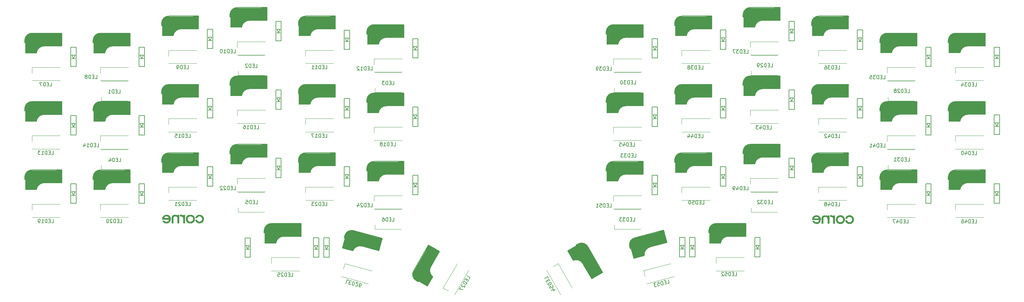
<source format=gbo>
G04 #@! TF.GenerationSoftware,KiCad,Pcbnew,(6.0.7)*
G04 #@! TF.CreationDate,2022-09-24T11:59:02+09:00*
G04 #@! TF.ProjectId,corne-cherry,636f726e-652d-4636-9865-7272792e6b69,3.0.1*
G04 #@! TF.SameCoordinates,Original*
G04 #@! TF.FileFunction,Legend,Bot*
G04 #@! TF.FilePolarity,Positive*
%FSLAX46Y46*%
G04 Gerber Fmt 4.6, Leading zero omitted, Abs format (unit mm)*
G04 Created by KiCad (PCBNEW (6.0.7)) date 2022-09-24 11:59:02*
%MOMM*%
%LPD*%
G01*
G04 APERTURE LIST*
%ADD10C,0.150000*%
%ADD11C,0.300000*%
%ADD12C,0.800000*%
%ADD13C,3.000000*%
%ADD14C,0.500000*%
%ADD15C,1.000000*%
%ADD16C,3.500000*%
%ADD17C,0.400000*%
%ADD18C,0.120000*%
%ADD19C,0.010000*%
G04 APERTURE END LIST*
D10*
X40236547Y-45867380D02*
X40712738Y-45867380D01*
X40712738Y-44867380D01*
X39903214Y-45343571D02*
X39569880Y-45343571D01*
X39427023Y-45867380D02*
X39903214Y-45867380D01*
X39903214Y-44867380D01*
X39427023Y-44867380D01*
X38998452Y-45867380D02*
X38998452Y-44867380D01*
X38760357Y-44867380D01*
X38617500Y-44915000D01*
X38522261Y-45010238D01*
X38474642Y-45105476D01*
X38427023Y-45295952D01*
X38427023Y-45438809D01*
X38474642Y-45629285D01*
X38522261Y-45724523D01*
X38617500Y-45819761D01*
X38760357Y-45867380D01*
X38998452Y-45867380D01*
X37474642Y-45867380D02*
X38046071Y-45867380D01*
X37760357Y-45867380D02*
X37760357Y-44867380D01*
X37855595Y-45010238D01*
X37950833Y-45105476D01*
X38046071Y-45153095D01*
X78286547Y-38747380D02*
X78762738Y-38747380D01*
X78762738Y-37747380D01*
X77953214Y-38223571D02*
X77619880Y-38223571D01*
X77477023Y-38747380D02*
X77953214Y-38747380D01*
X77953214Y-37747380D01*
X77477023Y-37747380D01*
X77048452Y-38747380D02*
X77048452Y-37747380D01*
X76810357Y-37747380D01*
X76667500Y-37795000D01*
X76572261Y-37890238D01*
X76524642Y-37985476D01*
X76477023Y-38175952D01*
X76477023Y-38318809D01*
X76524642Y-38509285D01*
X76572261Y-38604523D01*
X76667500Y-38699761D01*
X76810357Y-38747380D01*
X77048452Y-38747380D01*
X76096071Y-37842619D02*
X76048452Y-37795000D01*
X75953214Y-37747380D01*
X75715119Y-37747380D01*
X75619880Y-37795000D01*
X75572261Y-37842619D01*
X75524642Y-37937857D01*
X75524642Y-38033095D01*
X75572261Y-38175952D01*
X76143690Y-38747380D01*
X75524642Y-38747380D01*
X116306547Y-43497380D02*
X116782738Y-43497380D01*
X116782738Y-42497380D01*
X115973214Y-42973571D02*
X115639880Y-42973571D01*
X115497023Y-43497380D02*
X115973214Y-43497380D01*
X115973214Y-42497380D01*
X115497023Y-42497380D01*
X115068452Y-43497380D02*
X115068452Y-42497380D01*
X114830357Y-42497380D01*
X114687500Y-42545000D01*
X114592261Y-42640238D01*
X114544642Y-42735476D01*
X114497023Y-42925952D01*
X114497023Y-43068809D01*
X114544642Y-43259285D01*
X114592261Y-43354523D01*
X114687500Y-43449761D01*
X114830357Y-43497380D01*
X115068452Y-43497380D01*
X114163690Y-42497380D02*
X113544642Y-42497380D01*
X113877976Y-42878333D01*
X113735119Y-42878333D01*
X113639880Y-42925952D01*
X113592261Y-42973571D01*
X113544642Y-43068809D01*
X113544642Y-43306904D01*
X113592261Y-43402142D01*
X113639880Y-43449761D01*
X113735119Y-43497380D01*
X114020833Y-43497380D01*
X114116071Y-43449761D01*
X114163690Y-43402142D01*
X40356547Y-64897380D02*
X40832738Y-64897380D01*
X40832738Y-63897380D01*
X40023214Y-64373571D02*
X39689880Y-64373571D01*
X39547023Y-64897380D02*
X40023214Y-64897380D01*
X40023214Y-63897380D01*
X39547023Y-63897380D01*
X39118452Y-64897380D02*
X39118452Y-63897380D01*
X38880357Y-63897380D01*
X38737500Y-63945000D01*
X38642261Y-64040238D01*
X38594642Y-64135476D01*
X38547023Y-64325952D01*
X38547023Y-64468809D01*
X38594642Y-64659285D01*
X38642261Y-64754523D01*
X38737500Y-64849761D01*
X38880357Y-64897380D01*
X39118452Y-64897380D01*
X37689880Y-64230714D02*
X37689880Y-64897380D01*
X37927976Y-63849761D02*
X38166071Y-64564047D01*
X37547023Y-64564047D01*
X78356547Y-76627380D02*
X78832738Y-76627380D01*
X78832738Y-75627380D01*
X78023214Y-76103571D02*
X77689880Y-76103571D01*
X77547023Y-76627380D02*
X78023214Y-76627380D01*
X78023214Y-75627380D01*
X77547023Y-75627380D01*
X77118452Y-76627380D02*
X77118452Y-75627380D01*
X76880357Y-75627380D01*
X76737500Y-75675000D01*
X76642261Y-75770238D01*
X76594642Y-75865476D01*
X76547023Y-76055952D01*
X76547023Y-76198809D01*
X76594642Y-76389285D01*
X76642261Y-76484523D01*
X76737500Y-76579761D01*
X76880357Y-76627380D01*
X77118452Y-76627380D01*
X75642261Y-75627380D02*
X76118452Y-75627380D01*
X76166071Y-76103571D01*
X76118452Y-76055952D01*
X76023214Y-76008333D01*
X75785119Y-76008333D01*
X75689880Y-76055952D01*
X75642261Y-76103571D01*
X75594642Y-76198809D01*
X75594642Y-76436904D01*
X75642261Y-76532142D01*
X75689880Y-76579761D01*
X75785119Y-76627380D01*
X76023214Y-76627380D01*
X76118452Y-76579761D01*
X76166071Y-76532142D01*
X116276547Y-81437380D02*
X116752738Y-81437380D01*
X116752738Y-80437380D01*
X115943214Y-80913571D02*
X115609880Y-80913571D01*
X115467023Y-81437380D02*
X115943214Y-81437380D01*
X115943214Y-80437380D01*
X115467023Y-80437380D01*
X115038452Y-81437380D02*
X115038452Y-80437380D01*
X114800357Y-80437380D01*
X114657500Y-80485000D01*
X114562261Y-80580238D01*
X114514642Y-80675476D01*
X114467023Y-80865952D01*
X114467023Y-81008809D01*
X114514642Y-81199285D01*
X114562261Y-81294523D01*
X114657500Y-81389761D01*
X114800357Y-81437380D01*
X115038452Y-81437380D01*
X113609880Y-80437380D02*
X113800357Y-80437380D01*
X113895595Y-80485000D01*
X113943214Y-80532619D01*
X114038452Y-80675476D01*
X114086071Y-80865952D01*
X114086071Y-81246904D01*
X114038452Y-81342142D01*
X113990833Y-81389761D01*
X113895595Y-81437380D01*
X113705119Y-81437380D01*
X113609880Y-81389761D01*
X113562261Y-81342142D01*
X113514642Y-81246904D01*
X113514642Y-81008809D01*
X113562261Y-80913571D01*
X113609880Y-80865952D01*
X113705119Y-80818333D01*
X113895595Y-80818333D01*
X113990833Y-80865952D01*
X114038452Y-80913571D01*
X114086071Y-81008809D01*
X259402738Y-45742380D02*
X259878928Y-45742380D01*
X259878928Y-44742380D01*
X259069404Y-45218571D02*
X258736071Y-45218571D01*
X258593214Y-45742380D02*
X259069404Y-45742380D01*
X259069404Y-44742380D01*
X258593214Y-44742380D01*
X258164642Y-45742380D02*
X258164642Y-44742380D01*
X257926547Y-44742380D01*
X257783690Y-44790000D01*
X257688452Y-44885238D01*
X257640833Y-44980476D01*
X257593214Y-45170952D01*
X257593214Y-45313809D01*
X257640833Y-45504285D01*
X257688452Y-45599523D01*
X257783690Y-45694761D01*
X257926547Y-45742380D01*
X258164642Y-45742380D01*
X257212261Y-44837619D02*
X257164642Y-44790000D01*
X257069404Y-44742380D01*
X256831309Y-44742380D01*
X256736071Y-44790000D01*
X256688452Y-44837619D01*
X256640833Y-44932857D01*
X256640833Y-45028095D01*
X256688452Y-45170952D01*
X257259880Y-45742380D01*
X256640833Y-45742380D01*
X256069404Y-45170952D02*
X256164642Y-45123333D01*
X256212261Y-45075714D01*
X256259880Y-44980476D01*
X256259880Y-44932857D01*
X256212261Y-44837619D01*
X256164642Y-44790000D01*
X256069404Y-44742380D01*
X255878928Y-44742380D01*
X255783690Y-44790000D01*
X255736071Y-44837619D01*
X255688452Y-44932857D01*
X255688452Y-44980476D01*
X255736071Y-45075714D01*
X255783690Y-45123333D01*
X255878928Y-45170952D01*
X256069404Y-45170952D01*
X256164642Y-45218571D01*
X256212261Y-45266190D01*
X256259880Y-45361428D01*
X256259880Y-45551904D01*
X256212261Y-45647142D01*
X256164642Y-45694761D01*
X256069404Y-45742380D01*
X255878928Y-45742380D01*
X255783690Y-45694761D01*
X255736071Y-45647142D01*
X255688452Y-45551904D01*
X255688452Y-45361428D01*
X255736071Y-45266190D01*
X255783690Y-45218571D01*
X255878928Y-45170952D01*
X221402738Y-38617380D02*
X221878928Y-38617380D01*
X221878928Y-37617380D01*
X221069404Y-38093571D02*
X220736071Y-38093571D01*
X220593214Y-38617380D02*
X221069404Y-38617380D01*
X221069404Y-37617380D01*
X220593214Y-37617380D01*
X220164642Y-38617380D02*
X220164642Y-37617380D01*
X219926547Y-37617380D01*
X219783690Y-37665000D01*
X219688452Y-37760238D01*
X219640833Y-37855476D01*
X219593214Y-38045952D01*
X219593214Y-38188809D01*
X219640833Y-38379285D01*
X219688452Y-38474523D01*
X219783690Y-38569761D01*
X219926547Y-38617380D01*
X220164642Y-38617380D01*
X219212261Y-37712619D02*
X219164642Y-37665000D01*
X219069404Y-37617380D01*
X218831309Y-37617380D01*
X218736071Y-37665000D01*
X218688452Y-37712619D01*
X218640833Y-37807857D01*
X218640833Y-37903095D01*
X218688452Y-38045952D01*
X219259880Y-38617380D01*
X218640833Y-38617380D01*
X218164642Y-38617380D02*
X217974166Y-38617380D01*
X217878928Y-38569761D01*
X217831309Y-38522142D01*
X217736071Y-38379285D01*
X217688452Y-38188809D01*
X217688452Y-37807857D01*
X217736071Y-37712619D01*
X217783690Y-37665000D01*
X217878928Y-37617380D01*
X218069404Y-37617380D01*
X218164642Y-37665000D01*
X218212261Y-37712619D01*
X218259880Y-37807857D01*
X218259880Y-38045952D01*
X218212261Y-38141190D01*
X218164642Y-38188809D01*
X218069404Y-38236428D01*
X217878928Y-38236428D01*
X217783690Y-38188809D01*
X217736071Y-38141190D01*
X217688452Y-38045952D01*
X183402738Y-43367380D02*
X183878928Y-43367380D01*
X183878928Y-42367380D01*
X183069404Y-42843571D02*
X182736071Y-42843571D01*
X182593214Y-43367380D02*
X183069404Y-43367380D01*
X183069404Y-42367380D01*
X182593214Y-42367380D01*
X182164642Y-43367380D02*
X182164642Y-42367380D01*
X181926547Y-42367380D01*
X181783690Y-42415000D01*
X181688452Y-42510238D01*
X181640833Y-42605476D01*
X181593214Y-42795952D01*
X181593214Y-42938809D01*
X181640833Y-43129285D01*
X181688452Y-43224523D01*
X181783690Y-43319761D01*
X181926547Y-43367380D01*
X182164642Y-43367380D01*
X181259880Y-42367380D02*
X180640833Y-42367380D01*
X180974166Y-42748333D01*
X180831309Y-42748333D01*
X180736071Y-42795952D01*
X180688452Y-42843571D01*
X180640833Y-42938809D01*
X180640833Y-43176904D01*
X180688452Y-43272142D01*
X180736071Y-43319761D01*
X180831309Y-43367380D01*
X181117023Y-43367380D01*
X181212261Y-43319761D01*
X181259880Y-43272142D01*
X180021785Y-42367380D02*
X179926547Y-42367380D01*
X179831309Y-42415000D01*
X179783690Y-42462619D01*
X179736071Y-42557857D01*
X179688452Y-42748333D01*
X179688452Y-42986428D01*
X179736071Y-43176904D01*
X179783690Y-43272142D01*
X179831309Y-43319761D01*
X179926547Y-43367380D01*
X180021785Y-43367380D01*
X180117023Y-43319761D01*
X180164642Y-43272142D01*
X180212261Y-43176904D01*
X180259880Y-42986428D01*
X180259880Y-42748333D01*
X180212261Y-42557857D01*
X180164642Y-42462619D01*
X180117023Y-42415000D01*
X180021785Y-42367380D01*
X259402738Y-64742380D02*
X259878928Y-64742380D01*
X259878928Y-63742380D01*
X259069404Y-64218571D02*
X258736071Y-64218571D01*
X258593214Y-64742380D02*
X259069404Y-64742380D01*
X259069404Y-63742380D01*
X258593214Y-63742380D01*
X258164642Y-64742380D02*
X258164642Y-63742380D01*
X257926547Y-63742380D01*
X257783690Y-63790000D01*
X257688452Y-63885238D01*
X257640833Y-63980476D01*
X257593214Y-64170952D01*
X257593214Y-64313809D01*
X257640833Y-64504285D01*
X257688452Y-64599523D01*
X257783690Y-64694761D01*
X257926547Y-64742380D01*
X258164642Y-64742380D01*
X257259880Y-63742380D02*
X256640833Y-63742380D01*
X256974166Y-64123333D01*
X256831309Y-64123333D01*
X256736071Y-64170952D01*
X256688452Y-64218571D01*
X256640833Y-64313809D01*
X256640833Y-64551904D01*
X256688452Y-64647142D01*
X256736071Y-64694761D01*
X256831309Y-64742380D01*
X257117023Y-64742380D01*
X257212261Y-64694761D01*
X257259880Y-64647142D01*
X255688452Y-64742380D02*
X256259880Y-64742380D01*
X255974166Y-64742380D02*
X255974166Y-63742380D01*
X256069404Y-63885238D01*
X256164642Y-63980476D01*
X256259880Y-64028095D01*
X221402738Y-76617380D02*
X221878928Y-76617380D01*
X221878928Y-75617380D01*
X221069404Y-76093571D02*
X220736071Y-76093571D01*
X220593214Y-76617380D02*
X221069404Y-76617380D01*
X221069404Y-75617380D01*
X220593214Y-75617380D01*
X220164642Y-76617380D02*
X220164642Y-75617380D01*
X219926547Y-75617380D01*
X219783690Y-75665000D01*
X219688452Y-75760238D01*
X219640833Y-75855476D01*
X219593214Y-76045952D01*
X219593214Y-76188809D01*
X219640833Y-76379285D01*
X219688452Y-76474523D01*
X219783690Y-76569761D01*
X219926547Y-76617380D01*
X220164642Y-76617380D01*
X219259880Y-75617380D02*
X218640833Y-75617380D01*
X218974166Y-75998333D01*
X218831309Y-75998333D01*
X218736071Y-76045952D01*
X218688452Y-76093571D01*
X218640833Y-76188809D01*
X218640833Y-76426904D01*
X218688452Y-76522142D01*
X218736071Y-76569761D01*
X218831309Y-76617380D01*
X219117023Y-76617380D01*
X219212261Y-76569761D01*
X219259880Y-76522142D01*
X218259880Y-75712619D02*
X218212261Y-75665000D01*
X218117023Y-75617380D01*
X217878928Y-75617380D01*
X217783690Y-75665000D01*
X217736071Y-75712619D01*
X217688452Y-75807857D01*
X217688452Y-75903095D01*
X217736071Y-76045952D01*
X218307500Y-76617380D01*
X217688452Y-76617380D01*
X183522738Y-63669880D02*
X183998928Y-63669880D01*
X183998928Y-62669880D01*
X183189404Y-63146071D02*
X182856071Y-63146071D01*
X182713214Y-63669880D02*
X183189404Y-63669880D01*
X183189404Y-62669880D01*
X182713214Y-62669880D01*
X182284642Y-63669880D02*
X182284642Y-62669880D01*
X182046547Y-62669880D01*
X181903690Y-62717500D01*
X181808452Y-62812738D01*
X181760833Y-62907976D01*
X181713214Y-63098452D01*
X181713214Y-63241309D01*
X181760833Y-63431785D01*
X181808452Y-63527023D01*
X181903690Y-63622261D01*
X182046547Y-63669880D01*
X182284642Y-63669880D01*
X181379880Y-62669880D02*
X180760833Y-62669880D01*
X181094166Y-63050833D01*
X180951309Y-63050833D01*
X180856071Y-63098452D01*
X180808452Y-63146071D01*
X180760833Y-63241309D01*
X180760833Y-63479404D01*
X180808452Y-63574642D01*
X180856071Y-63622261D01*
X180951309Y-63669880D01*
X181237023Y-63669880D01*
X181332261Y-63622261D01*
X181379880Y-63574642D01*
X180427500Y-62669880D02*
X179808452Y-62669880D01*
X180141785Y-63050833D01*
X179998928Y-63050833D01*
X179903690Y-63098452D01*
X179856071Y-63146071D01*
X179808452Y-63241309D01*
X179808452Y-63479404D01*
X179856071Y-63574642D01*
X179903690Y-63622261D01*
X179998928Y-63669880D01*
X180284642Y-63669880D01*
X180379880Y-63622261D01*
X180427500Y-63574642D01*
X183162738Y-81432380D02*
X183638928Y-81432380D01*
X183638928Y-80432380D01*
X182829404Y-80908571D02*
X182496071Y-80908571D01*
X182353214Y-81432380D02*
X182829404Y-81432380D01*
X182829404Y-80432380D01*
X182353214Y-80432380D01*
X181924642Y-81432380D02*
X181924642Y-80432380D01*
X181686547Y-80432380D01*
X181543690Y-80480000D01*
X181448452Y-80575238D01*
X181400833Y-80670476D01*
X181353214Y-80860952D01*
X181353214Y-81003809D01*
X181400833Y-81194285D01*
X181448452Y-81289523D01*
X181543690Y-81384761D01*
X181686547Y-81432380D01*
X181924642Y-81432380D01*
X181019880Y-80432380D02*
X180400833Y-80432380D01*
X180734166Y-80813333D01*
X180591309Y-80813333D01*
X180496071Y-80860952D01*
X180448452Y-80908571D01*
X180400833Y-81003809D01*
X180400833Y-81241904D01*
X180448452Y-81337142D01*
X180496071Y-81384761D01*
X180591309Y-81432380D01*
X180877023Y-81432380D01*
X180972261Y-81384761D01*
X181019880Y-81337142D01*
X180067500Y-80432380D02*
X179448452Y-80432380D01*
X179781785Y-80813333D01*
X179638928Y-80813333D01*
X179543690Y-80860952D01*
X179496071Y-80908571D01*
X179448452Y-81003809D01*
X179448452Y-81241904D01*
X179496071Y-81337142D01*
X179543690Y-81384761D01*
X179638928Y-81432380D01*
X179924642Y-81432380D01*
X180019880Y-81384761D01*
X180067500Y-81337142D01*
X104183703Y-97867655D02*
X103723738Y-97744408D01*
X103464919Y-98710334D01*
X104370106Y-98459889D02*
X104692081Y-98546162D01*
X104965643Y-98077175D02*
X104505678Y-97953928D01*
X104246859Y-98919854D01*
X104706824Y-99043101D01*
X105379611Y-98188098D02*
X105120792Y-99154024D01*
X105350774Y-99215647D01*
X105501088Y-99206625D01*
X105617731Y-99139281D01*
X105688376Y-99059613D01*
X105783672Y-98887952D01*
X105820646Y-98749962D01*
X105823948Y-98553652D01*
X105802601Y-98449334D01*
X105735258Y-98332692D01*
X105609593Y-98249721D01*
X105379611Y-98188098D01*
X106065371Y-99308525D02*
X106099042Y-99366846D01*
X106178711Y-99437492D01*
X106408693Y-99499116D01*
X106513011Y-99477769D01*
X106571332Y-99444097D01*
X106641978Y-99364429D01*
X106666627Y-99272436D01*
X106657605Y-99122122D01*
X106253544Y-98422267D01*
X106851498Y-98582489D01*
X107420615Y-99770259D02*
X107236629Y-99720960D01*
X107156961Y-99650315D01*
X107123289Y-99591993D01*
X107068271Y-99429355D01*
X107071573Y-99233044D01*
X107170171Y-98865072D01*
X107240817Y-98785404D01*
X107299138Y-98751732D01*
X107403455Y-98730385D01*
X107587441Y-98779684D01*
X107667109Y-98850330D01*
X107700781Y-98908651D01*
X107722128Y-99012969D01*
X107660505Y-99242951D01*
X107589859Y-99322619D01*
X107531538Y-99356291D01*
X107427220Y-99377638D01*
X107243234Y-99328339D01*
X107163566Y-99257693D01*
X107129894Y-99199372D01*
X107108547Y-99095055D01*
X21196547Y-43889880D02*
X21672738Y-43889880D01*
X21672738Y-42889880D01*
X20863214Y-43366071D02*
X20529880Y-43366071D01*
X20387023Y-43889880D02*
X20863214Y-43889880D01*
X20863214Y-42889880D01*
X20387023Y-42889880D01*
X19958452Y-43889880D02*
X19958452Y-42889880D01*
X19720357Y-42889880D01*
X19577500Y-42937500D01*
X19482261Y-43032738D01*
X19434642Y-43127976D01*
X19387023Y-43318452D01*
X19387023Y-43461309D01*
X19434642Y-43651785D01*
X19482261Y-43747023D01*
X19577500Y-43842261D01*
X19720357Y-43889880D01*
X19958452Y-43889880D01*
X19053690Y-42889880D02*
X18387023Y-42889880D01*
X18815595Y-43889880D01*
X33766547Y-41819880D02*
X34242738Y-41819880D01*
X34242738Y-40819880D01*
X33433214Y-41296071D02*
X33099880Y-41296071D01*
X32957023Y-41819880D02*
X33433214Y-41819880D01*
X33433214Y-40819880D01*
X32957023Y-40819880D01*
X32528452Y-41819880D02*
X32528452Y-40819880D01*
X32290357Y-40819880D01*
X32147500Y-40867500D01*
X32052261Y-40962738D01*
X32004642Y-41057976D01*
X31957023Y-41248452D01*
X31957023Y-41391309D01*
X32004642Y-41581785D01*
X32052261Y-41677023D01*
X32147500Y-41772261D01*
X32290357Y-41819880D01*
X32528452Y-41819880D01*
X31385595Y-41248452D02*
X31480833Y-41200833D01*
X31528452Y-41153214D01*
X31576071Y-41057976D01*
X31576071Y-41010357D01*
X31528452Y-40915119D01*
X31480833Y-40867500D01*
X31385595Y-40819880D01*
X31195119Y-40819880D01*
X31099880Y-40867500D01*
X31052261Y-40915119D01*
X31004642Y-41010357D01*
X31004642Y-41057976D01*
X31052261Y-41153214D01*
X31099880Y-41200833D01*
X31195119Y-41248452D01*
X31385595Y-41248452D01*
X31480833Y-41296071D01*
X31528452Y-41343690D01*
X31576071Y-41438928D01*
X31576071Y-41629404D01*
X31528452Y-41724642D01*
X31480833Y-41772261D01*
X31385595Y-41819880D01*
X31195119Y-41819880D01*
X31099880Y-41772261D01*
X31052261Y-41724642D01*
X31004642Y-41629404D01*
X31004642Y-41438928D01*
X31052261Y-41343690D01*
X31099880Y-41296071D01*
X31195119Y-41248452D01*
X59196547Y-39139880D02*
X59672738Y-39139880D01*
X59672738Y-38139880D01*
X58863214Y-38616071D02*
X58529880Y-38616071D01*
X58387023Y-39139880D02*
X58863214Y-39139880D01*
X58863214Y-38139880D01*
X58387023Y-38139880D01*
X57958452Y-39139880D02*
X57958452Y-38139880D01*
X57720357Y-38139880D01*
X57577500Y-38187500D01*
X57482261Y-38282738D01*
X57434642Y-38377976D01*
X57387023Y-38568452D01*
X57387023Y-38711309D01*
X57434642Y-38901785D01*
X57482261Y-38997023D01*
X57577500Y-39092261D01*
X57720357Y-39139880D01*
X57958452Y-39139880D01*
X56910833Y-39139880D02*
X56720357Y-39139880D01*
X56625119Y-39092261D01*
X56577500Y-39044642D01*
X56482261Y-38901785D01*
X56434642Y-38711309D01*
X56434642Y-38330357D01*
X56482261Y-38235119D01*
X56529880Y-38187500D01*
X56625119Y-38139880D01*
X56815595Y-38139880D01*
X56910833Y-38187500D01*
X56958452Y-38235119D01*
X57006071Y-38330357D01*
X57006071Y-38568452D01*
X56958452Y-38663690D01*
X56910833Y-38711309D01*
X56815595Y-38758928D01*
X56625119Y-38758928D01*
X56529880Y-38711309D01*
X56482261Y-38663690D01*
X56434642Y-38568452D01*
X72242738Y-34694880D02*
X72718928Y-34694880D01*
X72718928Y-33694880D01*
X71909404Y-34171071D02*
X71576071Y-34171071D01*
X71433214Y-34694880D02*
X71909404Y-34694880D01*
X71909404Y-33694880D01*
X71433214Y-33694880D01*
X71004642Y-34694880D02*
X71004642Y-33694880D01*
X70766547Y-33694880D01*
X70623690Y-33742500D01*
X70528452Y-33837738D01*
X70480833Y-33932976D01*
X70433214Y-34123452D01*
X70433214Y-34266309D01*
X70480833Y-34456785D01*
X70528452Y-34552023D01*
X70623690Y-34647261D01*
X70766547Y-34694880D01*
X71004642Y-34694880D01*
X69480833Y-34694880D02*
X70052261Y-34694880D01*
X69766547Y-34694880D02*
X69766547Y-33694880D01*
X69861785Y-33837738D01*
X69957023Y-33932976D01*
X70052261Y-33980595D01*
X68861785Y-33694880D02*
X68766547Y-33694880D01*
X68671309Y-33742500D01*
X68623690Y-33790119D01*
X68576071Y-33885357D01*
X68528452Y-34075833D01*
X68528452Y-34313928D01*
X68576071Y-34504404D01*
X68623690Y-34599642D01*
X68671309Y-34647261D01*
X68766547Y-34694880D01*
X68861785Y-34694880D01*
X68957023Y-34647261D01*
X69004642Y-34599642D01*
X69052261Y-34504404D01*
X69099880Y-34313928D01*
X69099880Y-34075833D01*
X69052261Y-33885357D01*
X69004642Y-33790119D01*
X68957023Y-33742500D01*
X68861785Y-33694880D01*
X97672738Y-39139880D02*
X98148928Y-39139880D01*
X98148928Y-38139880D01*
X97339404Y-38616071D02*
X97006071Y-38616071D01*
X96863214Y-39139880D02*
X97339404Y-39139880D01*
X97339404Y-38139880D01*
X96863214Y-38139880D01*
X96434642Y-39139880D02*
X96434642Y-38139880D01*
X96196547Y-38139880D01*
X96053690Y-38187500D01*
X95958452Y-38282738D01*
X95910833Y-38377976D01*
X95863214Y-38568452D01*
X95863214Y-38711309D01*
X95910833Y-38901785D01*
X95958452Y-38997023D01*
X96053690Y-39092261D01*
X96196547Y-39139880D01*
X96434642Y-39139880D01*
X94910833Y-39139880D02*
X95482261Y-39139880D01*
X95196547Y-39139880D02*
X95196547Y-38139880D01*
X95291785Y-38282738D01*
X95387023Y-38377976D01*
X95482261Y-38425595D01*
X93958452Y-39139880D02*
X94529880Y-39139880D01*
X94244166Y-39139880D02*
X94244166Y-38139880D01*
X94339404Y-38282738D01*
X94434642Y-38377976D01*
X94529880Y-38425595D01*
X110242738Y-39444880D02*
X110718928Y-39444880D01*
X110718928Y-38444880D01*
X109909404Y-38921071D02*
X109576071Y-38921071D01*
X109433214Y-39444880D02*
X109909404Y-39444880D01*
X109909404Y-38444880D01*
X109433214Y-38444880D01*
X109004642Y-39444880D02*
X109004642Y-38444880D01*
X108766547Y-38444880D01*
X108623690Y-38492500D01*
X108528452Y-38587738D01*
X108480833Y-38682976D01*
X108433214Y-38873452D01*
X108433214Y-39016309D01*
X108480833Y-39206785D01*
X108528452Y-39302023D01*
X108623690Y-39397261D01*
X108766547Y-39444880D01*
X109004642Y-39444880D01*
X107480833Y-39444880D02*
X108052261Y-39444880D01*
X107766547Y-39444880D02*
X107766547Y-38444880D01*
X107861785Y-38587738D01*
X107957023Y-38682976D01*
X108052261Y-38730595D01*
X107099880Y-38540119D02*
X107052261Y-38492500D01*
X106957023Y-38444880D01*
X106718928Y-38444880D01*
X106623690Y-38492500D01*
X106576071Y-38540119D01*
X106528452Y-38635357D01*
X106528452Y-38730595D01*
X106576071Y-38873452D01*
X107147500Y-39444880D01*
X106528452Y-39444880D01*
X21672738Y-62889880D02*
X22148928Y-62889880D01*
X22148928Y-61889880D01*
X21339404Y-62366071D02*
X21006071Y-62366071D01*
X20863214Y-62889880D02*
X21339404Y-62889880D01*
X21339404Y-61889880D01*
X20863214Y-61889880D01*
X20434642Y-62889880D02*
X20434642Y-61889880D01*
X20196547Y-61889880D01*
X20053690Y-61937500D01*
X19958452Y-62032738D01*
X19910833Y-62127976D01*
X19863214Y-62318452D01*
X19863214Y-62461309D01*
X19910833Y-62651785D01*
X19958452Y-62747023D01*
X20053690Y-62842261D01*
X20196547Y-62889880D01*
X20434642Y-62889880D01*
X18910833Y-62889880D02*
X19482261Y-62889880D01*
X19196547Y-62889880D02*
X19196547Y-61889880D01*
X19291785Y-62032738D01*
X19387023Y-62127976D01*
X19482261Y-62175595D01*
X18577500Y-61889880D02*
X17958452Y-61889880D01*
X18291785Y-62270833D01*
X18148928Y-62270833D01*
X18053690Y-62318452D01*
X18006071Y-62366071D01*
X17958452Y-62461309D01*
X17958452Y-62699404D01*
X18006071Y-62794642D01*
X18053690Y-62842261D01*
X18148928Y-62889880D01*
X18434642Y-62889880D01*
X18529880Y-62842261D01*
X18577500Y-62794642D01*
X34242738Y-60819880D02*
X34718928Y-60819880D01*
X34718928Y-59819880D01*
X33909404Y-60296071D02*
X33576071Y-60296071D01*
X33433214Y-60819880D02*
X33909404Y-60819880D01*
X33909404Y-59819880D01*
X33433214Y-59819880D01*
X33004642Y-60819880D02*
X33004642Y-59819880D01*
X32766547Y-59819880D01*
X32623690Y-59867500D01*
X32528452Y-59962738D01*
X32480833Y-60057976D01*
X32433214Y-60248452D01*
X32433214Y-60391309D01*
X32480833Y-60581785D01*
X32528452Y-60677023D01*
X32623690Y-60772261D01*
X32766547Y-60819880D01*
X33004642Y-60819880D01*
X31480833Y-60819880D02*
X32052261Y-60819880D01*
X31766547Y-60819880D02*
X31766547Y-59819880D01*
X31861785Y-59962738D01*
X31957023Y-60057976D01*
X32052261Y-60105595D01*
X30623690Y-60153214D02*
X30623690Y-60819880D01*
X30861785Y-59772261D02*
X31099880Y-60486547D01*
X30480833Y-60486547D01*
X59672738Y-58139880D02*
X60148928Y-58139880D01*
X60148928Y-57139880D01*
X59339404Y-57616071D02*
X59006071Y-57616071D01*
X58863214Y-58139880D02*
X59339404Y-58139880D01*
X59339404Y-57139880D01*
X58863214Y-57139880D01*
X58434642Y-58139880D02*
X58434642Y-57139880D01*
X58196547Y-57139880D01*
X58053690Y-57187500D01*
X57958452Y-57282738D01*
X57910833Y-57377976D01*
X57863214Y-57568452D01*
X57863214Y-57711309D01*
X57910833Y-57901785D01*
X57958452Y-57997023D01*
X58053690Y-58092261D01*
X58196547Y-58139880D01*
X58434642Y-58139880D01*
X56910833Y-58139880D02*
X57482261Y-58139880D01*
X57196547Y-58139880D02*
X57196547Y-57139880D01*
X57291785Y-57282738D01*
X57387023Y-57377976D01*
X57482261Y-57425595D01*
X56006071Y-57139880D02*
X56482261Y-57139880D01*
X56529880Y-57616071D01*
X56482261Y-57568452D01*
X56387023Y-57520833D01*
X56148928Y-57520833D01*
X56053690Y-57568452D01*
X56006071Y-57616071D01*
X55958452Y-57711309D01*
X55958452Y-57949404D01*
X56006071Y-58044642D01*
X56053690Y-58092261D01*
X56148928Y-58139880D01*
X56387023Y-58139880D01*
X56482261Y-58092261D01*
X56529880Y-58044642D01*
X78672738Y-55764880D02*
X79148928Y-55764880D01*
X79148928Y-54764880D01*
X78339404Y-55241071D02*
X78006071Y-55241071D01*
X77863214Y-55764880D02*
X78339404Y-55764880D01*
X78339404Y-54764880D01*
X77863214Y-54764880D01*
X77434642Y-55764880D02*
X77434642Y-54764880D01*
X77196547Y-54764880D01*
X77053690Y-54812500D01*
X76958452Y-54907738D01*
X76910833Y-55002976D01*
X76863214Y-55193452D01*
X76863214Y-55336309D01*
X76910833Y-55526785D01*
X76958452Y-55622023D01*
X77053690Y-55717261D01*
X77196547Y-55764880D01*
X77434642Y-55764880D01*
X75910833Y-55764880D02*
X76482261Y-55764880D01*
X76196547Y-55764880D02*
X76196547Y-54764880D01*
X76291785Y-54907738D01*
X76387023Y-55002976D01*
X76482261Y-55050595D01*
X75053690Y-54764880D02*
X75244166Y-54764880D01*
X75339404Y-54812500D01*
X75387023Y-54860119D01*
X75482261Y-55002976D01*
X75529880Y-55193452D01*
X75529880Y-55574404D01*
X75482261Y-55669642D01*
X75434642Y-55717261D01*
X75339404Y-55764880D01*
X75148928Y-55764880D01*
X75053690Y-55717261D01*
X75006071Y-55669642D01*
X74958452Y-55574404D01*
X74958452Y-55336309D01*
X75006071Y-55241071D01*
X75053690Y-55193452D01*
X75148928Y-55145833D01*
X75339404Y-55145833D01*
X75434642Y-55193452D01*
X75482261Y-55241071D01*
X75529880Y-55336309D01*
X97672738Y-58139880D02*
X98148928Y-58139880D01*
X98148928Y-57139880D01*
X97339404Y-57616071D02*
X97006071Y-57616071D01*
X96863214Y-58139880D02*
X97339404Y-58139880D01*
X97339404Y-57139880D01*
X96863214Y-57139880D01*
X96434642Y-58139880D02*
X96434642Y-57139880D01*
X96196547Y-57139880D01*
X96053690Y-57187500D01*
X95958452Y-57282738D01*
X95910833Y-57377976D01*
X95863214Y-57568452D01*
X95863214Y-57711309D01*
X95910833Y-57901785D01*
X95958452Y-57997023D01*
X96053690Y-58092261D01*
X96196547Y-58139880D01*
X96434642Y-58139880D01*
X94910833Y-58139880D02*
X95482261Y-58139880D01*
X95196547Y-58139880D02*
X95196547Y-57139880D01*
X95291785Y-57282738D01*
X95387023Y-57377976D01*
X95482261Y-57425595D01*
X94577500Y-57139880D02*
X93910833Y-57139880D01*
X94339404Y-58139880D01*
X116672738Y-60514880D02*
X117148928Y-60514880D01*
X117148928Y-59514880D01*
X116339404Y-59991071D02*
X116006071Y-59991071D01*
X115863214Y-60514880D02*
X116339404Y-60514880D01*
X116339404Y-59514880D01*
X115863214Y-59514880D01*
X115434642Y-60514880D02*
X115434642Y-59514880D01*
X115196547Y-59514880D01*
X115053690Y-59562500D01*
X114958452Y-59657738D01*
X114910833Y-59752976D01*
X114863214Y-59943452D01*
X114863214Y-60086309D01*
X114910833Y-60276785D01*
X114958452Y-60372023D01*
X115053690Y-60467261D01*
X115196547Y-60514880D01*
X115434642Y-60514880D01*
X113910833Y-60514880D02*
X114482261Y-60514880D01*
X114196547Y-60514880D02*
X114196547Y-59514880D01*
X114291785Y-59657738D01*
X114387023Y-59752976D01*
X114482261Y-59800595D01*
X113339404Y-59943452D02*
X113434642Y-59895833D01*
X113482261Y-59848214D01*
X113529880Y-59752976D01*
X113529880Y-59705357D01*
X113482261Y-59610119D01*
X113434642Y-59562500D01*
X113339404Y-59514880D01*
X113148928Y-59514880D01*
X113053690Y-59562500D01*
X113006071Y-59610119D01*
X112958452Y-59705357D01*
X112958452Y-59752976D01*
X113006071Y-59848214D01*
X113053690Y-59895833D01*
X113148928Y-59943452D01*
X113339404Y-59943452D01*
X113434642Y-59991071D01*
X113482261Y-60038690D01*
X113529880Y-60133928D01*
X113529880Y-60324404D01*
X113482261Y-60419642D01*
X113434642Y-60467261D01*
X113339404Y-60514880D01*
X113148928Y-60514880D01*
X113053690Y-60467261D01*
X113006071Y-60419642D01*
X112958452Y-60324404D01*
X112958452Y-60133928D01*
X113006071Y-60038690D01*
X113053690Y-59991071D01*
X113148928Y-59943452D01*
X21672738Y-81889880D02*
X22148928Y-81889880D01*
X22148928Y-80889880D01*
X21339404Y-81366071D02*
X21006071Y-81366071D01*
X20863214Y-81889880D02*
X21339404Y-81889880D01*
X21339404Y-80889880D01*
X20863214Y-80889880D01*
X20434642Y-81889880D02*
X20434642Y-80889880D01*
X20196547Y-80889880D01*
X20053690Y-80937500D01*
X19958452Y-81032738D01*
X19910833Y-81127976D01*
X19863214Y-81318452D01*
X19863214Y-81461309D01*
X19910833Y-81651785D01*
X19958452Y-81747023D01*
X20053690Y-81842261D01*
X20196547Y-81889880D01*
X20434642Y-81889880D01*
X18910833Y-81889880D02*
X19482261Y-81889880D01*
X19196547Y-81889880D02*
X19196547Y-80889880D01*
X19291785Y-81032738D01*
X19387023Y-81127976D01*
X19482261Y-81175595D01*
X18434642Y-81889880D02*
X18244166Y-81889880D01*
X18148928Y-81842261D01*
X18101309Y-81794642D01*
X18006071Y-81651785D01*
X17958452Y-81461309D01*
X17958452Y-81080357D01*
X18006071Y-80985119D01*
X18053690Y-80937500D01*
X18148928Y-80889880D01*
X18339404Y-80889880D01*
X18434642Y-80937500D01*
X18482261Y-80985119D01*
X18529880Y-81080357D01*
X18529880Y-81318452D01*
X18482261Y-81413690D01*
X18434642Y-81461309D01*
X18339404Y-81508928D01*
X18148928Y-81508928D01*
X18053690Y-81461309D01*
X18006071Y-81413690D01*
X17958452Y-81318452D01*
X40672738Y-81889880D02*
X41148928Y-81889880D01*
X41148928Y-80889880D01*
X40339404Y-81366071D02*
X40006071Y-81366071D01*
X39863214Y-81889880D02*
X40339404Y-81889880D01*
X40339404Y-80889880D01*
X39863214Y-80889880D01*
X39434642Y-81889880D02*
X39434642Y-80889880D01*
X39196547Y-80889880D01*
X39053690Y-80937500D01*
X38958452Y-81032738D01*
X38910833Y-81127976D01*
X38863214Y-81318452D01*
X38863214Y-81461309D01*
X38910833Y-81651785D01*
X38958452Y-81747023D01*
X39053690Y-81842261D01*
X39196547Y-81889880D01*
X39434642Y-81889880D01*
X38482261Y-80985119D02*
X38434642Y-80937500D01*
X38339404Y-80889880D01*
X38101309Y-80889880D01*
X38006071Y-80937500D01*
X37958452Y-80985119D01*
X37910833Y-81080357D01*
X37910833Y-81175595D01*
X37958452Y-81318452D01*
X38529880Y-81889880D01*
X37910833Y-81889880D01*
X37291785Y-80889880D02*
X37196547Y-80889880D01*
X37101309Y-80937500D01*
X37053690Y-80985119D01*
X37006071Y-81080357D01*
X36958452Y-81270833D01*
X36958452Y-81508928D01*
X37006071Y-81699404D01*
X37053690Y-81794642D01*
X37101309Y-81842261D01*
X37196547Y-81889880D01*
X37291785Y-81889880D01*
X37387023Y-81842261D01*
X37434642Y-81794642D01*
X37482261Y-81699404D01*
X37529880Y-81508928D01*
X37529880Y-81270833D01*
X37482261Y-81080357D01*
X37434642Y-80985119D01*
X37387023Y-80937500D01*
X37291785Y-80889880D01*
X59672738Y-77139880D02*
X60148928Y-77139880D01*
X60148928Y-76139880D01*
X59339404Y-76616071D02*
X59006071Y-76616071D01*
X58863214Y-77139880D02*
X59339404Y-77139880D01*
X59339404Y-76139880D01*
X58863214Y-76139880D01*
X58434642Y-77139880D02*
X58434642Y-76139880D01*
X58196547Y-76139880D01*
X58053690Y-76187500D01*
X57958452Y-76282738D01*
X57910833Y-76377976D01*
X57863214Y-76568452D01*
X57863214Y-76711309D01*
X57910833Y-76901785D01*
X57958452Y-76997023D01*
X58053690Y-77092261D01*
X58196547Y-77139880D01*
X58434642Y-77139880D01*
X57482261Y-76235119D02*
X57434642Y-76187500D01*
X57339404Y-76139880D01*
X57101309Y-76139880D01*
X57006071Y-76187500D01*
X56958452Y-76235119D01*
X56910833Y-76330357D01*
X56910833Y-76425595D01*
X56958452Y-76568452D01*
X57529880Y-77139880D01*
X56910833Y-77139880D01*
X55958452Y-77139880D02*
X56529880Y-77139880D01*
X56244166Y-77139880D02*
X56244166Y-76139880D01*
X56339404Y-76282738D01*
X56434642Y-76377976D01*
X56529880Y-76425595D01*
X72242738Y-72694880D02*
X72718928Y-72694880D01*
X72718928Y-71694880D01*
X71909404Y-72171071D02*
X71576071Y-72171071D01*
X71433214Y-72694880D02*
X71909404Y-72694880D01*
X71909404Y-71694880D01*
X71433214Y-71694880D01*
X71004642Y-72694880D02*
X71004642Y-71694880D01*
X70766547Y-71694880D01*
X70623690Y-71742500D01*
X70528452Y-71837738D01*
X70480833Y-71932976D01*
X70433214Y-72123452D01*
X70433214Y-72266309D01*
X70480833Y-72456785D01*
X70528452Y-72552023D01*
X70623690Y-72647261D01*
X70766547Y-72694880D01*
X71004642Y-72694880D01*
X70052261Y-71790119D02*
X70004642Y-71742500D01*
X69909404Y-71694880D01*
X69671309Y-71694880D01*
X69576071Y-71742500D01*
X69528452Y-71790119D01*
X69480833Y-71885357D01*
X69480833Y-71980595D01*
X69528452Y-72123452D01*
X70099880Y-72694880D01*
X69480833Y-72694880D01*
X69099880Y-71790119D02*
X69052261Y-71742500D01*
X68957023Y-71694880D01*
X68718928Y-71694880D01*
X68623690Y-71742500D01*
X68576071Y-71790119D01*
X68528452Y-71885357D01*
X68528452Y-71980595D01*
X68576071Y-72123452D01*
X69147500Y-72694880D01*
X68528452Y-72694880D01*
X110242738Y-77444880D02*
X110718928Y-77444880D01*
X110718928Y-76444880D01*
X109909404Y-76921071D02*
X109576071Y-76921071D01*
X109433214Y-77444880D02*
X109909404Y-77444880D01*
X109909404Y-76444880D01*
X109433214Y-76444880D01*
X109004642Y-77444880D02*
X109004642Y-76444880D01*
X108766547Y-76444880D01*
X108623690Y-76492500D01*
X108528452Y-76587738D01*
X108480833Y-76682976D01*
X108433214Y-76873452D01*
X108433214Y-77016309D01*
X108480833Y-77206785D01*
X108528452Y-77302023D01*
X108623690Y-77397261D01*
X108766547Y-77444880D01*
X109004642Y-77444880D01*
X108052261Y-76540119D02*
X108004642Y-76492500D01*
X107909404Y-76444880D01*
X107671309Y-76444880D01*
X107576071Y-76492500D01*
X107528452Y-76540119D01*
X107480833Y-76635357D01*
X107480833Y-76730595D01*
X107528452Y-76873452D01*
X108099880Y-77444880D01*
X107480833Y-77444880D01*
X106623690Y-76778214D02*
X106623690Y-77444880D01*
X106861785Y-76397261D02*
X107099880Y-77111547D01*
X106480833Y-77111547D01*
X88172738Y-96764880D02*
X88648928Y-96764880D01*
X88648928Y-95764880D01*
X87839404Y-96241071D02*
X87506071Y-96241071D01*
X87363214Y-96764880D02*
X87839404Y-96764880D01*
X87839404Y-95764880D01*
X87363214Y-95764880D01*
X86934642Y-96764880D02*
X86934642Y-95764880D01*
X86696547Y-95764880D01*
X86553690Y-95812500D01*
X86458452Y-95907738D01*
X86410833Y-96002976D01*
X86363214Y-96193452D01*
X86363214Y-96336309D01*
X86410833Y-96526785D01*
X86458452Y-96622023D01*
X86553690Y-96717261D01*
X86696547Y-96764880D01*
X86934642Y-96764880D01*
X85982261Y-95860119D02*
X85934642Y-95812500D01*
X85839404Y-95764880D01*
X85601309Y-95764880D01*
X85506071Y-95812500D01*
X85458452Y-95860119D01*
X85410833Y-95955357D01*
X85410833Y-96050595D01*
X85458452Y-96193452D01*
X86029880Y-96764880D01*
X85410833Y-96764880D01*
X84506071Y-95764880D02*
X84982261Y-95764880D01*
X85029880Y-96241071D01*
X84982261Y-96193452D01*
X84887023Y-96145833D01*
X84648928Y-96145833D01*
X84553690Y-96193452D01*
X84506071Y-96241071D01*
X84458452Y-96336309D01*
X84458452Y-96574404D01*
X84506071Y-96669642D01*
X84553690Y-96717261D01*
X84648928Y-96764880D01*
X84887023Y-96764880D01*
X84982261Y-96717261D01*
X85029880Y-96669642D01*
X137671892Y-97562173D02*
X137909987Y-97149780D01*
X137043962Y-96649780D01*
X137051593Y-97588944D02*
X136884926Y-97877619D01*
X137267130Y-98263241D02*
X137505225Y-97850848D01*
X136639200Y-97350848D01*
X136401105Y-97763241D01*
X137052844Y-98634395D02*
X136186819Y-98134395D01*
X136067771Y-98340592D01*
X136037582Y-98488119D01*
X136072442Y-98618217D01*
X136131111Y-98707075D01*
X136272258Y-98843553D01*
X136395976Y-98914981D01*
X136584743Y-98968980D01*
X136691031Y-98975360D01*
X136821129Y-98940500D01*
X136933797Y-98840592D01*
X137052844Y-98634395D01*
X135793107Y-99006800D02*
X135728058Y-99024230D01*
X135639200Y-99082899D01*
X135520152Y-99289096D01*
X135513773Y-99395384D01*
X135531202Y-99460433D01*
X135589871Y-99549291D01*
X135672350Y-99596910D01*
X135819877Y-99627099D01*
X136600463Y-99417942D01*
X136290940Y-99954053D01*
X135258247Y-99742728D02*
X134924914Y-100320078D01*
X136005225Y-100448925D01*
X221082738Y-55844880D02*
X221558928Y-55844880D01*
X221558928Y-54844880D01*
X220749404Y-55321071D02*
X220416071Y-55321071D01*
X220273214Y-55844880D02*
X220749404Y-55844880D01*
X220749404Y-54844880D01*
X220273214Y-54844880D01*
X219844642Y-55844880D02*
X219844642Y-54844880D01*
X219606547Y-54844880D01*
X219463690Y-54892500D01*
X219368452Y-54987738D01*
X219320833Y-55082976D01*
X219273214Y-55273452D01*
X219273214Y-55416309D01*
X219320833Y-55606785D01*
X219368452Y-55702023D01*
X219463690Y-55797261D01*
X219606547Y-55844880D01*
X219844642Y-55844880D01*
X218416071Y-55178214D02*
X218416071Y-55844880D01*
X218654166Y-54797261D02*
X218892261Y-55511547D01*
X218273214Y-55511547D01*
X217987500Y-54844880D02*
X217368452Y-54844880D01*
X217701785Y-55225833D01*
X217558928Y-55225833D01*
X217463690Y-55273452D01*
X217416071Y-55321071D01*
X217368452Y-55416309D01*
X217368452Y-55654404D01*
X217416071Y-55749642D01*
X217463690Y-55797261D01*
X217558928Y-55844880D01*
X217844642Y-55844880D01*
X217939880Y-55797261D01*
X217987500Y-55749642D01*
X202082738Y-58219880D02*
X202558928Y-58219880D01*
X202558928Y-57219880D01*
X201749404Y-57696071D02*
X201416071Y-57696071D01*
X201273214Y-58219880D02*
X201749404Y-58219880D01*
X201749404Y-57219880D01*
X201273214Y-57219880D01*
X200844642Y-58219880D02*
X200844642Y-57219880D01*
X200606547Y-57219880D01*
X200463690Y-57267500D01*
X200368452Y-57362738D01*
X200320833Y-57457976D01*
X200273214Y-57648452D01*
X200273214Y-57791309D01*
X200320833Y-57981785D01*
X200368452Y-58077023D01*
X200463690Y-58172261D01*
X200606547Y-58219880D01*
X200844642Y-58219880D01*
X199416071Y-57553214D02*
X199416071Y-58219880D01*
X199654166Y-57172261D02*
X199892261Y-57886547D01*
X199273214Y-57886547D01*
X198463690Y-57553214D02*
X198463690Y-58219880D01*
X198701785Y-57172261D02*
X198939880Y-57886547D01*
X198320833Y-57886547D01*
X183082738Y-60594880D02*
X183558928Y-60594880D01*
X183558928Y-59594880D01*
X182749404Y-60071071D02*
X182416071Y-60071071D01*
X182273214Y-60594880D02*
X182749404Y-60594880D01*
X182749404Y-59594880D01*
X182273214Y-59594880D01*
X181844642Y-60594880D02*
X181844642Y-59594880D01*
X181606547Y-59594880D01*
X181463690Y-59642500D01*
X181368452Y-59737738D01*
X181320833Y-59832976D01*
X181273214Y-60023452D01*
X181273214Y-60166309D01*
X181320833Y-60356785D01*
X181368452Y-60452023D01*
X181463690Y-60547261D01*
X181606547Y-60594880D01*
X181844642Y-60594880D01*
X180416071Y-59928214D02*
X180416071Y-60594880D01*
X180654166Y-59547261D02*
X180892261Y-60261547D01*
X180273214Y-60261547D01*
X179416071Y-59594880D02*
X179892261Y-59594880D01*
X179939880Y-60071071D01*
X179892261Y-60023452D01*
X179797023Y-59975833D01*
X179558928Y-59975833D01*
X179463690Y-60023452D01*
X179416071Y-60071071D01*
X179368452Y-60166309D01*
X179368452Y-60404404D01*
X179416071Y-60499642D01*
X179463690Y-60547261D01*
X179558928Y-60594880D01*
X179797023Y-60594880D01*
X179892261Y-60547261D01*
X179939880Y-60499642D01*
X278082738Y-81969880D02*
X278558928Y-81969880D01*
X278558928Y-80969880D01*
X277749404Y-81446071D02*
X277416071Y-81446071D01*
X277273214Y-81969880D02*
X277749404Y-81969880D01*
X277749404Y-80969880D01*
X277273214Y-80969880D01*
X276844642Y-81969880D02*
X276844642Y-80969880D01*
X276606547Y-80969880D01*
X276463690Y-81017500D01*
X276368452Y-81112738D01*
X276320833Y-81207976D01*
X276273214Y-81398452D01*
X276273214Y-81541309D01*
X276320833Y-81731785D01*
X276368452Y-81827023D01*
X276463690Y-81922261D01*
X276606547Y-81969880D01*
X276844642Y-81969880D01*
X275416071Y-81303214D02*
X275416071Y-81969880D01*
X275654166Y-80922261D02*
X275892261Y-81636547D01*
X275273214Y-81636547D01*
X274463690Y-80969880D02*
X274654166Y-80969880D01*
X274749404Y-81017500D01*
X274797023Y-81065119D01*
X274892261Y-81207976D01*
X274939880Y-81398452D01*
X274939880Y-81779404D01*
X274892261Y-81874642D01*
X274844642Y-81922261D01*
X274749404Y-81969880D01*
X274558928Y-81969880D01*
X274463690Y-81922261D01*
X274416071Y-81874642D01*
X274368452Y-81779404D01*
X274368452Y-81541309D01*
X274416071Y-81446071D01*
X274463690Y-81398452D01*
X274558928Y-81350833D01*
X274749404Y-81350833D01*
X274844642Y-81398452D01*
X274892261Y-81446071D01*
X274939880Y-81541309D01*
X259082738Y-81969880D02*
X259558928Y-81969880D01*
X259558928Y-80969880D01*
X258749404Y-81446071D02*
X258416071Y-81446071D01*
X258273214Y-81969880D02*
X258749404Y-81969880D01*
X258749404Y-80969880D01*
X258273214Y-80969880D01*
X257844642Y-81969880D02*
X257844642Y-80969880D01*
X257606547Y-80969880D01*
X257463690Y-81017500D01*
X257368452Y-81112738D01*
X257320833Y-81207976D01*
X257273214Y-81398452D01*
X257273214Y-81541309D01*
X257320833Y-81731785D01*
X257368452Y-81827023D01*
X257463690Y-81922261D01*
X257606547Y-81969880D01*
X257844642Y-81969880D01*
X256416071Y-81303214D02*
X256416071Y-81969880D01*
X256654166Y-80922261D02*
X256892261Y-81636547D01*
X256273214Y-81636547D01*
X255987500Y-80969880D02*
X255320833Y-80969880D01*
X255749404Y-81969880D01*
X240082738Y-77219880D02*
X240558928Y-77219880D01*
X240558928Y-76219880D01*
X239749404Y-76696071D02*
X239416071Y-76696071D01*
X239273214Y-77219880D02*
X239749404Y-77219880D01*
X239749404Y-76219880D01*
X239273214Y-76219880D01*
X238844642Y-77219880D02*
X238844642Y-76219880D01*
X238606547Y-76219880D01*
X238463690Y-76267500D01*
X238368452Y-76362738D01*
X238320833Y-76457976D01*
X238273214Y-76648452D01*
X238273214Y-76791309D01*
X238320833Y-76981785D01*
X238368452Y-77077023D01*
X238463690Y-77172261D01*
X238606547Y-77219880D01*
X238844642Y-77219880D01*
X237416071Y-76553214D02*
X237416071Y-77219880D01*
X237654166Y-76172261D02*
X237892261Y-76886547D01*
X237273214Y-76886547D01*
X236749404Y-76648452D02*
X236844642Y-76600833D01*
X236892261Y-76553214D01*
X236939880Y-76457976D01*
X236939880Y-76410357D01*
X236892261Y-76315119D01*
X236844642Y-76267500D01*
X236749404Y-76219880D01*
X236558928Y-76219880D01*
X236463690Y-76267500D01*
X236416071Y-76315119D01*
X236368452Y-76410357D01*
X236368452Y-76457976D01*
X236416071Y-76553214D01*
X236463690Y-76600833D01*
X236558928Y-76648452D01*
X236749404Y-76648452D01*
X236844642Y-76696071D01*
X236892261Y-76743690D01*
X236939880Y-76838928D01*
X236939880Y-77029404D01*
X236892261Y-77124642D01*
X236844642Y-77172261D01*
X236749404Y-77219880D01*
X236558928Y-77219880D01*
X236463690Y-77172261D01*
X236416071Y-77124642D01*
X236368452Y-77029404D01*
X236368452Y-76838928D01*
X236416071Y-76743690D01*
X236463690Y-76696071D01*
X236558928Y-76648452D01*
X214652738Y-72774880D02*
X215128928Y-72774880D01*
X215128928Y-71774880D01*
X214319404Y-72251071D02*
X213986071Y-72251071D01*
X213843214Y-72774880D02*
X214319404Y-72774880D01*
X214319404Y-71774880D01*
X213843214Y-71774880D01*
X213414642Y-72774880D02*
X213414642Y-71774880D01*
X213176547Y-71774880D01*
X213033690Y-71822500D01*
X212938452Y-71917738D01*
X212890833Y-72012976D01*
X212843214Y-72203452D01*
X212843214Y-72346309D01*
X212890833Y-72536785D01*
X212938452Y-72632023D01*
X213033690Y-72727261D01*
X213176547Y-72774880D01*
X213414642Y-72774880D01*
X211986071Y-72108214D02*
X211986071Y-72774880D01*
X212224166Y-71727261D02*
X212462261Y-72441547D01*
X211843214Y-72441547D01*
X211414642Y-72774880D02*
X211224166Y-72774880D01*
X211128928Y-72727261D01*
X211081309Y-72679642D01*
X210986071Y-72536785D01*
X210938452Y-72346309D01*
X210938452Y-71965357D01*
X210986071Y-71870119D01*
X211033690Y-71822500D01*
X211128928Y-71774880D01*
X211319404Y-71774880D01*
X211414642Y-71822500D01*
X211462261Y-71870119D01*
X211509880Y-71965357D01*
X211509880Y-72203452D01*
X211462261Y-72298690D01*
X211414642Y-72346309D01*
X211319404Y-72393928D01*
X211128928Y-72393928D01*
X211033690Y-72346309D01*
X210986071Y-72298690D01*
X210938452Y-72203452D01*
X202358128Y-76712380D02*
X202834318Y-76712380D01*
X202834318Y-75712380D01*
X202024794Y-76188571D02*
X201691461Y-76188571D01*
X201548604Y-76712380D02*
X202024794Y-76712380D01*
X202024794Y-75712380D01*
X201548604Y-75712380D01*
X201120032Y-76712380D02*
X201120032Y-75712380D01*
X200881937Y-75712380D01*
X200739080Y-75760000D01*
X200643842Y-75855238D01*
X200596223Y-75950476D01*
X200548604Y-76140952D01*
X200548604Y-76283809D01*
X200596223Y-76474285D01*
X200643842Y-76569523D01*
X200739080Y-76664761D01*
X200881937Y-76712380D01*
X201120032Y-76712380D01*
X199643842Y-75712380D02*
X200120032Y-75712380D01*
X200167651Y-76188571D01*
X200120032Y-76140952D01*
X200024794Y-76093333D01*
X199786699Y-76093333D01*
X199691461Y-76140952D01*
X199643842Y-76188571D01*
X199596223Y-76283809D01*
X199596223Y-76521904D01*
X199643842Y-76617142D01*
X199691461Y-76664761D01*
X199786699Y-76712380D01*
X200024794Y-76712380D01*
X200120032Y-76664761D01*
X200167651Y-76617142D01*
X198977175Y-75712380D02*
X198881937Y-75712380D01*
X198786699Y-75760000D01*
X198739080Y-75807619D01*
X198691461Y-75902857D01*
X198643842Y-76093333D01*
X198643842Y-76331428D01*
X198691461Y-76521904D01*
X198739080Y-76617142D01*
X198786699Y-76664761D01*
X198881937Y-76712380D01*
X198977175Y-76712380D01*
X199072413Y-76664761D01*
X199120032Y-76617142D01*
X199167651Y-76521904D01*
X199215270Y-76331428D01*
X199215270Y-76093333D01*
X199167651Y-75902857D01*
X199120032Y-75807619D01*
X199072413Y-75760000D01*
X198977175Y-75712380D01*
X176652738Y-77524880D02*
X177128928Y-77524880D01*
X177128928Y-76524880D01*
X176319404Y-77001071D02*
X175986071Y-77001071D01*
X175843214Y-77524880D02*
X176319404Y-77524880D01*
X176319404Y-76524880D01*
X175843214Y-76524880D01*
X175414642Y-77524880D02*
X175414642Y-76524880D01*
X175176547Y-76524880D01*
X175033690Y-76572500D01*
X174938452Y-76667738D01*
X174890833Y-76762976D01*
X174843214Y-76953452D01*
X174843214Y-77096309D01*
X174890833Y-77286785D01*
X174938452Y-77382023D01*
X175033690Y-77477261D01*
X175176547Y-77524880D01*
X175414642Y-77524880D01*
X173938452Y-76524880D02*
X174414642Y-76524880D01*
X174462261Y-77001071D01*
X174414642Y-76953452D01*
X174319404Y-76905833D01*
X174081309Y-76905833D01*
X173986071Y-76953452D01*
X173938452Y-77001071D01*
X173890833Y-77096309D01*
X173890833Y-77334404D01*
X173938452Y-77429642D01*
X173986071Y-77477261D01*
X174081309Y-77524880D01*
X174319404Y-77524880D01*
X174414642Y-77477261D01*
X174462261Y-77429642D01*
X172938452Y-77524880D02*
X173509880Y-77524880D01*
X173224166Y-77524880D02*
X173224166Y-76524880D01*
X173319404Y-76667738D01*
X173414642Y-76762976D01*
X173509880Y-76810595D01*
X211476284Y-96634610D02*
X211952474Y-96634610D01*
X211952474Y-95634610D01*
X211142950Y-96110801D02*
X210809617Y-96110801D01*
X210666760Y-96634610D02*
X211142950Y-96634610D01*
X211142950Y-95634610D01*
X210666760Y-95634610D01*
X210238188Y-96634610D02*
X210238188Y-95634610D01*
X210000093Y-95634610D01*
X209857236Y-95682230D01*
X209761998Y-95777468D01*
X209714379Y-95872706D01*
X209666760Y-96063182D01*
X209666760Y-96206039D01*
X209714379Y-96396515D01*
X209761998Y-96491753D01*
X209857236Y-96586991D01*
X210000093Y-96634610D01*
X210238188Y-96634610D01*
X208761998Y-95634610D02*
X209238188Y-95634610D01*
X209285807Y-96110801D01*
X209238188Y-96063182D01*
X209142950Y-96015563D01*
X208904855Y-96015563D01*
X208809617Y-96063182D01*
X208761998Y-96110801D01*
X208714379Y-96206039D01*
X208714379Y-96444134D01*
X208761998Y-96539372D01*
X208809617Y-96586991D01*
X208904855Y-96634610D01*
X209142950Y-96634610D01*
X209238188Y-96586991D01*
X209285807Y-96539372D01*
X208333426Y-95729849D02*
X208285807Y-95682230D01*
X208190569Y-95634610D01*
X207952474Y-95634610D01*
X207857236Y-95682230D01*
X207809617Y-95729849D01*
X207761998Y-95825087D01*
X207761998Y-95920325D01*
X207809617Y-96063182D01*
X208381046Y-96634610D01*
X207761998Y-96634610D01*
X192765466Y-98741588D02*
X193225431Y-98618341D01*
X192966612Y-97652415D01*
X192307919Y-98321900D02*
X191985944Y-98408173D01*
X191983526Y-98951108D02*
X192443491Y-98827861D01*
X192184672Y-97861935D01*
X191724707Y-97985182D01*
X191569558Y-99062031D02*
X191310739Y-98096105D01*
X191080756Y-98157728D01*
X190955092Y-98240699D01*
X190887748Y-98357341D01*
X190866401Y-98461659D01*
X190869704Y-98657970D01*
X190906678Y-98795959D01*
X191001973Y-98967620D01*
X191072619Y-99047288D01*
X191189261Y-99114632D01*
X191339575Y-99123654D01*
X191569558Y-99062031D01*
X189884848Y-98478171D02*
X190344813Y-98354924D01*
X190514057Y-98802564D01*
X190455735Y-98768892D01*
X190351418Y-98747545D01*
X190121435Y-98809169D01*
X190041767Y-98879814D01*
X190008095Y-98938136D01*
X189986748Y-99042453D01*
X190048372Y-99272436D01*
X190119018Y-99352104D01*
X190177339Y-99385776D01*
X190281657Y-99407123D01*
X190511639Y-99345499D01*
X190591307Y-99274853D01*
X190624979Y-99216532D01*
X189516877Y-98576769D02*
X188918922Y-98736990D01*
X189339495Y-99018689D01*
X189201506Y-99055663D01*
X189121838Y-99126309D01*
X189088166Y-99184630D01*
X189066819Y-99288948D01*
X189128443Y-99518930D01*
X189199089Y-99598598D01*
X189257410Y-99632270D01*
X189361727Y-99653617D01*
X189637706Y-99579669D01*
X189717374Y-99509023D01*
X189751046Y-99450702D01*
X159697782Y-97307119D02*
X159459687Y-96894726D01*
X158593661Y-97394726D01*
X159410816Y-97857699D02*
X159577483Y-98146374D01*
X160102544Y-98008187D02*
X159864449Y-97595794D01*
X158998423Y-98095794D01*
X159236518Y-98508187D01*
X160316829Y-98379341D02*
X159450804Y-98879341D01*
X159569852Y-99085538D01*
X159682520Y-99185446D01*
X159812617Y-99220306D01*
X159918905Y-99213926D01*
X160107672Y-99159927D01*
X160231390Y-99088499D01*
X160372538Y-98952021D01*
X160431207Y-98863163D01*
X160466066Y-98733065D01*
X160435877Y-98585538D01*
X160316829Y-98379341D01*
X160188899Y-100157760D02*
X159950804Y-99745367D01*
X160339388Y-99466032D01*
X160321958Y-99531081D01*
X160328338Y-99637369D01*
X160447385Y-99843566D01*
X160536244Y-99902235D01*
X160601292Y-99919664D01*
X160707580Y-99913285D01*
X160913777Y-99794237D01*
X160972446Y-99705379D01*
X160989876Y-99640330D01*
X160983496Y-99534042D01*
X160864449Y-99327845D01*
X160775590Y-99269176D01*
X160710541Y-99251746D01*
X160929955Y-100774640D02*
X161507306Y-100441306D01*
X160480993Y-100758919D02*
X160980535Y-100195580D01*
X161290059Y-100731691D01*
X97672738Y-77139880D02*
X98148928Y-77139880D01*
X98148928Y-76139880D01*
X97339404Y-76616071D02*
X97006071Y-76616071D01*
X96863214Y-77139880D02*
X97339404Y-77139880D01*
X97339404Y-76139880D01*
X96863214Y-76139880D01*
X96434642Y-77139880D02*
X96434642Y-76139880D01*
X96196547Y-76139880D01*
X96053690Y-76187500D01*
X95958452Y-76282738D01*
X95910833Y-76377976D01*
X95863214Y-76568452D01*
X95863214Y-76711309D01*
X95910833Y-76901785D01*
X95958452Y-76997023D01*
X96053690Y-77092261D01*
X96196547Y-77139880D01*
X96434642Y-77139880D01*
X95482261Y-76235119D02*
X95434642Y-76187500D01*
X95339404Y-76139880D01*
X95101309Y-76139880D01*
X95006071Y-76187500D01*
X94958452Y-76235119D01*
X94910833Y-76330357D01*
X94910833Y-76425595D01*
X94958452Y-76568452D01*
X95529880Y-77139880D01*
X94910833Y-77139880D01*
X94577500Y-76139880D02*
X93958452Y-76139880D01*
X94291785Y-76520833D01*
X94148928Y-76520833D01*
X94053690Y-76568452D01*
X94006071Y-76616071D01*
X93958452Y-76711309D01*
X93958452Y-76949404D01*
X94006071Y-77044642D01*
X94053690Y-77092261D01*
X94148928Y-77139880D01*
X94434642Y-77139880D01*
X94529880Y-77092261D01*
X94577500Y-77044642D01*
X278082738Y-43969880D02*
X278558928Y-43969880D01*
X278558928Y-42969880D01*
X277749404Y-43446071D02*
X277416071Y-43446071D01*
X277273214Y-43969880D02*
X277749404Y-43969880D01*
X277749404Y-42969880D01*
X277273214Y-42969880D01*
X276844642Y-43969880D02*
X276844642Y-42969880D01*
X276606547Y-42969880D01*
X276463690Y-43017500D01*
X276368452Y-43112738D01*
X276320833Y-43207976D01*
X276273214Y-43398452D01*
X276273214Y-43541309D01*
X276320833Y-43731785D01*
X276368452Y-43827023D01*
X276463690Y-43922261D01*
X276606547Y-43969880D01*
X276844642Y-43969880D01*
X275939880Y-42969880D02*
X275320833Y-42969880D01*
X275654166Y-43350833D01*
X275511309Y-43350833D01*
X275416071Y-43398452D01*
X275368452Y-43446071D01*
X275320833Y-43541309D01*
X275320833Y-43779404D01*
X275368452Y-43874642D01*
X275416071Y-43922261D01*
X275511309Y-43969880D01*
X275797023Y-43969880D01*
X275892261Y-43922261D01*
X275939880Y-43874642D01*
X274463690Y-43303214D02*
X274463690Y-43969880D01*
X274701785Y-42922261D02*
X274939880Y-43636547D01*
X274320833Y-43636547D01*
X252652738Y-41899880D02*
X253128928Y-41899880D01*
X253128928Y-40899880D01*
X252319404Y-41376071D02*
X251986071Y-41376071D01*
X251843214Y-41899880D02*
X252319404Y-41899880D01*
X252319404Y-40899880D01*
X251843214Y-40899880D01*
X251414642Y-41899880D02*
X251414642Y-40899880D01*
X251176547Y-40899880D01*
X251033690Y-40947500D01*
X250938452Y-41042738D01*
X250890833Y-41137976D01*
X250843214Y-41328452D01*
X250843214Y-41471309D01*
X250890833Y-41661785D01*
X250938452Y-41757023D01*
X251033690Y-41852261D01*
X251176547Y-41899880D01*
X251414642Y-41899880D01*
X250509880Y-40899880D02*
X249890833Y-40899880D01*
X250224166Y-41280833D01*
X250081309Y-41280833D01*
X249986071Y-41328452D01*
X249938452Y-41376071D01*
X249890833Y-41471309D01*
X249890833Y-41709404D01*
X249938452Y-41804642D01*
X249986071Y-41852261D01*
X250081309Y-41899880D01*
X250367023Y-41899880D01*
X250462261Y-41852261D01*
X250509880Y-41804642D01*
X248986071Y-40899880D02*
X249462261Y-40899880D01*
X249509880Y-41376071D01*
X249462261Y-41328452D01*
X249367023Y-41280833D01*
X249128928Y-41280833D01*
X249033690Y-41328452D01*
X248986071Y-41376071D01*
X248938452Y-41471309D01*
X248938452Y-41709404D01*
X248986071Y-41804642D01*
X249033690Y-41852261D01*
X249128928Y-41899880D01*
X249367023Y-41899880D01*
X249462261Y-41852261D01*
X249509880Y-41804642D01*
X240082738Y-39219880D02*
X240558928Y-39219880D01*
X240558928Y-38219880D01*
X239749404Y-38696071D02*
X239416071Y-38696071D01*
X239273214Y-39219880D02*
X239749404Y-39219880D01*
X239749404Y-38219880D01*
X239273214Y-38219880D01*
X238844642Y-39219880D02*
X238844642Y-38219880D01*
X238606547Y-38219880D01*
X238463690Y-38267500D01*
X238368452Y-38362738D01*
X238320833Y-38457976D01*
X238273214Y-38648452D01*
X238273214Y-38791309D01*
X238320833Y-38981785D01*
X238368452Y-39077023D01*
X238463690Y-39172261D01*
X238606547Y-39219880D01*
X238844642Y-39219880D01*
X237939880Y-38219880D02*
X237320833Y-38219880D01*
X237654166Y-38600833D01*
X237511309Y-38600833D01*
X237416071Y-38648452D01*
X237368452Y-38696071D01*
X237320833Y-38791309D01*
X237320833Y-39029404D01*
X237368452Y-39124642D01*
X237416071Y-39172261D01*
X237511309Y-39219880D01*
X237797023Y-39219880D01*
X237892261Y-39172261D01*
X237939880Y-39124642D01*
X236463690Y-38219880D02*
X236654166Y-38219880D01*
X236749404Y-38267500D01*
X236797023Y-38315119D01*
X236892261Y-38457976D01*
X236939880Y-38648452D01*
X236939880Y-39029404D01*
X236892261Y-39124642D01*
X236844642Y-39172261D01*
X236749404Y-39219880D01*
X236558928Y-39219880D01*
X236463690Y-39172261D01*
X236416071Y-39124642D01*
X236368452Y-39029404D01*
X236368452Y-38791309D01*
X236416071Y-38696071D01*
X236463690Y-38648452D01*
X236558928Y-38600833D01*
X236749404Y-38600833D01*
X236844642Y-38648452D01*
X236892261Y-38696071D01*
X236939880Y-38791309D01*
X214652738Y-34774880D02*
X215128928Y-34774880D01*
X215128928Y-33774880D01*
X214319404Y-34251071D02*
X213986071Y-34251071D01*
X213843214Y-34774880D02*
X214319404Y-34774880D01*
X214319404Y-33774880D01*
X213843214Y-33774880D01*
X213414642Y-34774880D02*
X213414642Y-33774880D01*
X213176547Y-33774880D01*
X213033690Y-33822500D01*
X212938452Y-33917738D01*
X212890833Y-34012976D01*
X212843214Y-34203452D01*
X212843214Y-34346309D01*
X212890833Y-34536785D01*
X212938452Y-34632023D01*
X213033690Y-34727261D01*
X213176547Y-34774880D01*
X213414642Y-34774880D01*
X212509880Y-33774880D02*
X211890833Y-33774880D01*
X212224166Y-34155833D01*
X212081309Y-34155833D01*
X211986071Y-34203452D01*
X211938452Y-34251071D01*
X211890833Y-34346309D01*
X211890833Y-34584404D01*
X211938452Y-34679642D01*
X211986071Y-34727261D01*
X212081309Y-34774880D01*
X212367023Y-34774880D01*
X212462261Y-34727261D01*
X212509880Y-34679642D01*
X211557500Y-33774880D02*
X210890833Y-33774880D01*
X211319404Y-34774880D01*
X202082738Y-39219880D02*
X202558928Y-39219880D01*
X202558928Y-38219880D01*
X201749404Y-38696071D02*
X201416071Y-38696071D01*
X201273214Y-39219880D02*
X201749404Y-39219880D01*
X201749404Y-38219880D01*
X201273214Y-38219880D01*
X200844642Y-39219880D02*
X200844642Y-38219880D01*
X200606547Y-38219880D01*
X200463690Y-38267500D01*
X200368452Y-38362738D01*
X200320833Y-38457976D01*
X200273214Y-38648452D01*
X200273214Y-38791309D01*
X200320833Y-38981785D01*
X200368452Y-39077023D01*
X200463690Y-39172261D01*
X200606547Y-39219880D01*
X200844642Y-39219880D01*
X199939880Y-38219880D02*
X199320833Y-38219880D01*
X199654166Y-38600833D01*
X199511309Y-38600833D01*
X199416071Y-38648452D01*
X199368452Y-38696071D01*
X199320833Y-38791309D01*
X199320833Y-39029404D01*
X199368452Y-39124642D01*
X199416071Y-39172261D01*
X199511309Y-39219880D01*
X199797023Y-39219880D01*
X199892261Y-39172261D01*
X199939880Y-39124642D01*
X198749404Y-38648452D02*
X198844642Y-38600833D01*
X198892261Y-38553214D01*
X198939880Y-38457976D01*
X198939880Y-38410357D01*
X198892261Y-38315119D01*
X198844642Y-38267500D01*
X198749404Y-38219880D01*
X198558928Y-38219880D01*
X198463690Y-38267500D01*
X198416071Y-38315119D01*
X198368452Y-38410357D01*
X198368452Y-38457976D01*
X198416071Y-38553214D01*
X198463690Y-38600833D01*
X198558928Y-38648452D01*
X198749404Y-38648452D01*
X198844642Y-38696071D01*
X198892261Y-38743690D01*
X198939880Y-38838928D01*
X198939880Y-39029404D01*
X198892261Y-39124642D01*
X198844642Y-39172261D01*
X198749404Y-39219880D01*
X198558928Y-39219880D01*
X198463690Y-39172261D01*
X198416071Y-39124642D01*
X198368452Y-39029404D01*
X198368452Y-38838928D01*
X198416071Y-38743690D01*
X198463690Y-38696071D01*
X198558928Y-38648452D01*
X176652738Y-39524880D02*
X177128928Y-39524880D01*
X177128928Y-38524880D01*
X176319404Y-39001071D02*
X175986071Y-39001071D01*
X175843214Y-39524880D02*
X176319404Y-39524880D01*
X176319404Y-38524880D01*
X175843214Y-38524880D01*
X175414642Y-39524880D02*
X175414642Y-38524880D01*
X175176547Y-38524880D01*
X175033690Y-38572500D01*
X174938452Y-38667738D01*
X174890833Y-38762976D01*
X174843214Y-38953452D01*
X174843214Y-39096309D01*
X174890833Y-39286785D01*
X174938452Y-39382023D01*
X175033690Y-39477261D01*
X175176547Y-39524880D01*
X175414642Y-39524880D01*
X174509880Y-38524880D02*
X173890833Y-38524880D01*
X174224166Y-38905833D01*
X174081309Y-38905833D01*
X173986071Y-38953452D01*
X173938452Y-39001071D01*
X173890833Y-39096309D01*
X173890833Y-39334404D01*
X173938452Y-39429642D01*
X173986071Y-39477261D01*
X174081309Y-39524880D01*
X174367023Y-39524880D01*
X174462261Y-39477261D01*
X174509880Y-39429642D01*
X173414642Y-39524880D02*
X173224166Y-39524880D01*
X173128928Y-39477261D01*
X173081309Y-39429642D01*
X172986071Y-39286785D01*
X172938452Y-39096309D01*
X172938452Y-38715357D01*
X172986071Y-38620119D01*
X173033690Y-38572500D01*
X173128928Y-38524880D01*
X173319404Y-38524880D01*
X173414642Y-38572500D01*
X173462261Y-38620119D01*
X173509880Y-38715357D01*
X173509880Y-38953452D01*
X173462261Y-39048690D01*
X173414642Y-39096309D01*
X173319404Y-39143928D01*
X173128928Y-39143928D01*
X173033690Y-39096309D01*
X172986071Y-39048690D01*
X172938452Y-38953452D01*
X278082738Y-62969880D02*
X278558928Y-62969880D01*
X278558928Y-61969880D01*
X277749404Y-62446071D02*
X277416071Y-62446071D01*
X277273214Y-62969880D02*
X277749404Y-62969880D01*
X277749404Y-61969880D01*
X277273214Y-61969880D01*
X276844642Y-62969880D02*
X276844642Y-61969880D01*
X276606547Y-61969880D01*
X276463690Y-62017500D01*
X276368452Y-62112738D01*
X276320833Y-62207976D01*
X276273214Y-62398452D01*
X276273214Y-62541309D01*
X276320833Y-62731785D01*
X276368452Y-62827023D01*
X276463690Y-62922261D01*
X276606547Y-62969880D01*
X276844642Y-62969880D01*
X275416071Y-62303214D02*
X275416071Y-62969880D01*
X275654166Y-61922261D02*
X275892261Y-62636547D01*
X275273214Y-62636547D01*
X274701785Y-61969880D02*
X274606547Y-61969880D01*
X274511309Y-62017500D01*
X274463690Y-62065119D01*
X274416071Y-62160357D01*
X274368452Y-62350833D01*
X274368452Y-62588928D01*
X274416071Y-62779404D01*
X274463690Y-62874642D01*
X274511309Y-62922261D01*
X274606547Y-62969880D01*
X274701785Y-62969880D01*
X274797023Y-62922261D01*
X274844642Y-62874642D01*
X274892261Y-62779404D01*
X274939880Y-62588928D01*
X274939880Y-62350833D01*
X274892261Y-62160357D01*
X274844642Y-62065119D01*
X274797023Y-62017500D01*
X274701785Y-61969880D01*
X252652738Y-60899880D02*
X253128928Y-60899880D01*
X253128928Y-59899880D01*
X252319404Y-60376071D02*
X251986071Y-60376071D01*
X251843214Y-60899880D02*
X252319404Y-60899880D01*
X252319404Y-59899880D01*
X251843214Y-59899880D01*
X251414642Y-60899880D02*
X251414642Y-59899880D01*
X251176547Y-59899880D01*
X251033690Y-59947500D01*
X250938452Y-60042738D01*
X250890833Y-60137976D01*
X250843214Y-60328452D01*
X250843214Y-60471309D01*
X250890833Y-60661785D01*
X250938452Y-60757023D01*
X251033690Y-60852261D01*
X251176547Y-60899880D01*
X251414642Y-60899880D01*
X249986071Y-60233214D02*
X249986071Y-60899880D01*
X250224166Y-59852261D02*
X250462261Y-60566547D01*
X249843214Y-60566547D01*
X248938452Y-60899880D02*
X249509880Y-60899880D01*
X249224166Y-60899880D02*
X249224166Y-59899880D01*
X249319404Y-60042738D01*
X249414642Y-60137976D01*
X249509880Y-60185595D01*
X240082738Y-58219880D02*
X240558928Y-58219880D01*
X240558928Y-57219880D01*
X239749404Y-57696071D02*
X239416071Y-57696071D01*
X239273214Y-58219880D02*
X239749404Y-58219880D01*
X239749404Y-57219880D01*
X239273214Y-57219880D01*
X238844642Y-58219880D02*
X238844642Y-57219880D01*
X238606547Y-57219880D01*
X238463690Y-57267500D01*
X238368452Y-57362738D01*
X238320833Y-57457976D01*
X238273214Y-57648452D01*
X238273214Y-57791309D01*
X238320833Y-57981785D01*
X238368452Y-58077023D01*
X238463690Y-58172261D01*
X238606547Y-58219880D01*
X238844642Y-58219880D01*
X237416071Y-57553214D02*
X237416071Y-58219880D01*
X237654166Y-57172261D02*
X237892261Y-57886547D01*
X237273214Y-57886547D01*
X236939880Y-57315119D02*
X236892261Y-57267500D01*
X236797023Y-57219880D01*
X236558928Y-57219880D01*
X236463690Y-57267500D01*
X236416071Y-57315119D01*
X236368452Y-57410357D01*
X236368452Y-57505595D01*
X236416071Y-57648452D01*
X236987500Y-58219880D01*
X236368452Y-58219880D01*
D11*
X123450097Y-98152947D02*
X122887181Y-97827947D01*
D12*
X125821859Y-98944935D02*
X124263014Y-98044935D01*
D13*
X123355770Y-96216326D02*
X125295667Y-97336326D01*
D14*
X129142917Y-89892693D02*
X128449616Y-90993526D01*
D15*
X126611348Y-88777501D02*
X128776411Y-90027501D01*
D16*
X127000578Y-90503334D02*
X123650578Y-96305704D01*
D10*
X129459424Y-89844488D02*
X126341732Y-88044488D01*
X128583398Y-89361809D02*
X126634841Y-88236809D01*
X123486700Y-98289550D02*
X123586700Y-98116345D01*
X122226059Y-97273044D02*
X126079872Y-99498044D01*
X122837181Y-97914550D02*
X123486700Y-98289550D01*
X126079872Y-99498044D02*
X127594872Y-96873987D01*
X127059424Y-94001410D02*
X129459424Y-89844488D01*
X126341732Y-88044488D02*
X122241732Y-95145897D01*
X127059424Y-94001410D02*
G75*
G03*
X127578119Y-96860062I1846775J-1141292D01*
G01*
X122241732Y-95145897D02*
G75*
G03*
X122837181Y-97914550I1682051J-1086602D01*
G01*
D15*
X126513013Y-94147820D02*
G75*
G03*
X127031708Y-97006473I1846776J-1141292D01*
G01*
D14*
X126006667Y-99224838D02*
X127231667Y-97103076D01*
D17*
X126439937Y-88274392D02*
X125814937Y-89356924D01*
D11*
X167471903Y-88102053D02*
X168034819Y-87777053D01*
D12*
X165600141Y-89760065D02*
X167158986Y-88860066D01*
D13*
X169196230Y-88988674D02*
X167256333Y-90108674D01*
D14*
X171779083Y-97162307D02*
X171172384Y-96011474D01*
D15*
X174010652Y-95527499D02*
X171845589Y-96777499D01*
D16*
X172321422Y-95001666D02*
X168971422Y-89199296D01*
D10*
X171662576Y-97460512D02*
X174780268Y-95660512D01*
X172518602Y-96943191D02*
X174467159Y-95818191D01*
X167335300Y-88065450D02*
X167435300Y-88238655D01*
X168845941Y-87481956D02*
X164992128Y-89706956D01*
X167984819Y-87690450D02*
X167335300Y-88065450D01*
X164992128Y-89706956D02*
X166507128Y-92331013D01*
X169262576Y-93303590D02*
X171662576Y-97460512D01*
X174780268Y-95660512D02*
X170680267Y-88559103D01*
X169262576Y-93303590D02*
G75*
G03*
X166527563Y-92323467I-1911775J-1028708D01*
G01*
X170680267Y-88559103D02*
G75*
G03*
X167984819Y-87690451I-1782050J-913398D01*
G01*
D15*
X169408986Y-92757180D02*
G75*
G03*
X166673974Y-91777056I-1911775J-1028708D01*
G01*
D14*
X165265333Y-89780162D02*
X166490333Y-91901924D01*
D17*
X174532063Y-95630608D02*
X173907063Y-94548076D01*
D18*
X35457500Y-48030000D02*
X35457500Y-46880000D01*
X42757500Y-48030000D02*
X35457500Y-48030000D01*
X42757500Y-42530000D02*
X35457500Y-42530000D01*
X73457500Y-40905000D02*
X73457500Y-39755000D01*
X80757500Y-40905000D02*
X73457500Y-40905000D01*
X80757500Y-35405000D02*
X73457500Y-35405000D01*
X111457500Y-45655000D02*
X111457500Y-44505000D01*
X118757500Y-45655000D02*
X111457500Y-45655000D01*
X118757500Y-40155000D02*
X111457500Y-40155000D01*
X35457500Y-67030000D02*
X35457500Y-65880000D01*
X42757500Y-67030000D02*
X35457500Y-67030000D01*
X42757500Y-61530000D02*
X35457500Y-61530000D01*
X73457500Y-78905000D02*
X73457500Y-77755000D01*
X80757500Y-78905000D02*
X73457500Y-78905000D01*
X80757500Y-73405000D02*
X73457500Y-73405000D01*
X111457500Y-83655000D02*
X111457500Y-82505000D01*
X118757500Y-83655000D02*
X111457500Y-83655000D01*
X118757500Y-78155000D02*
X111457500Y-78155000D01*
X253957500Y-48030000D02*
X253957500Y-46880000D01*
X261257500Y-48030000D02*
X253957500Y-48030000D01*
X261257500Y-42530000D02*
X253957500Y-42530000D01*
X215957500Y-40905000D02*
X215957500Y-39755000D01*
X223257500Y-40905000D02*
X215957500Y-40905000D01*
X223257500Y-35405000D02*
X215957500Y-35405000D01*
X177957500Y-45655000D02*
X177957500Y-44505000D01*
X185257500Y-45655000D02*
X177957500Y-45655000D01*
X185257500Y-40155000D02*
X177957500Y-40155000D01*
X253957500Y-67030000D02*
X253957500Y-65880000D01*
X261257500Y-67030000D02*
X253957500Y-67030000D01*
X261257500Y-61530000D02*
X253957500Y-61530000D01*
X215957500Y-78905000D02*
X215957500Y-77755000D01*
X223257500Y-78905000D02*
X215957500Y-78905000D01*
X223257500Y-73405000D02*
X215957500Y-73405000D01*
X177957500Y-83655000D02*
X177957500Y-82505000D01*
X185257500Y-83655000D02*
X177957500Y-83655000D01*
X185257500Y-78155000D02*
X177957500Y-78155000D01*
X102675704Y-94742272D02*
X103089815Y-93196791D01*
X109666405Y-98789505D02*
X102132184Y-96770717D01*
X103089815Y-93196791D02*
X110624036Y-95215579D01*
X16207500Y-40280000D02*
X16207500Y-38680000D01*
X24007500Y-42380000D02*
X16207500Y-42380000D01*
X16207500Y-38680000D02*
X24007500Y-38680000D01*
X35207500Y-40280000D02*
X35207500Y-38680000D01*
X43007500Y-42380000D02*
X35207500Y-42380000D01*
X35207500Y-38680000D02*
X43007500Y-38680000D01*
X54207500Y-35530000D02*
X54207500Y-33930000D01*
X62007500Y-37630000D02*
X54207500Y-37630000D01*
X54207500Y-33930000D02*
X62007500Y-33930000D01*
X73207500Y-33155000D02*
X73207500Y-31555000D01*
X81007500Y-35255000D02*
X73207500Y-35255000D01*
X73207500Y-31555000D02*
X81007500Y-31555000D01*
X92207500Y-35530000D02*
X92207500Y-33930000D01*
X100007500Y-37630000D02*
X92207500Y-37630000D01*
X92207500Y-33930000D02*
X100007500Y-33930000D01*
X111207500Y-37905000D02*
X111207500Y-36305000D01*
X119007500Y-40005000D02*
X111207500Y-40005000D01*
X111207500Y-36305000D02*
X119007500Y-36305000D01*
X16207500Y-59280000D02*
X16207500Y-57680000D01*
X24007500Y-61380000D02*
X16207500Y-61380000D01*
X16207500Y-57680000D02*
X24007500Y-57680000D01*
X35207500Y-59280000D02*
X35207500Y-57680000D01*
X43007500Y-61380000D02*
X35207500Y-61380000D01*
X35207500Y-57680000D02*
X43007500Y-57680000D01*
X54207500Y-54530000D02*
X54207500Y-52930000D01*
X62007500Y-56630000D02*
X54207500Y-56630000D01*
X54207500Y-52930000D02*
X62007500Y-52930000D01*
X73207500Y-52155000D02*
X73207500Y-50555000D01*
X81007500Y-54255000D02*
X73207500Y-54255000D01*
X73207500Y-50555000D02*
X81007500Y-50555000D01*
X92207500Y-54530000D02*
X92207500Y-52930000D01*
X100007500Y-56630000D02*
X92207500Y-56630000D01*
X92207500Y-52930000D02*
X100007500Y-52930000D01*
X111207500Y-56905000D02*
X111207500Y-55305000D01*
X119007500Y-59005000D02*
X111207500Y-59005000D01*
X111207500Y-55305000D02*
X119007500Y-55305000D01*
X16207500Y-78280000D02*
X16207500Y-76680000D01*
X24007500Y-80380000D02*
X16207500Y-80380000D01*
X16207500Y-76680000D02*
X24007500Y-76680000D01*
X35207500Y-78280000D02*
X35207500Y-76680000D01*
X43007500Y-80380000D02*
X35207500Y-80380000D01*
X35207500Y-76680000D02*
X43007500Y-76680000D01*
X54207500Y-73530000D02*
X54207500Y-71930000D01*
X62007500Y-75630000D02*
X54207500Y-75630000D01*
X54207500Y-71930000D02*
X62007500Y-71930000D01*
X73207500Y-71155000D02*
X73207500Y-69555000D01*
X81007500Y-73255000D02*
X73207500Y-73255000D01*
X73207500Y-69555000D02*
X81007500Y-69555000D01*
X111207500Y-75905000D02*
X111207500Y-74305000D01*
X119007500Y-78005000D02*
X111207500Y-78005000D01*
X111207500Y-74305000D02*
X119007500Y-74305000D01*
X82707500Y-93155000D02*
X82707500Y-91555000D01*
X90507500Y-95255000D02*
X82707500Y-95255000D01*
X82707500Y-91555000D02*
X90507500Y-91555000D01*
X131804615Y-100782499D02*
X130418974Y-99982499D01*
X137523268Y-95077501D02*
X133623268Y-101832499D01*
X130418974Y-99982499D02*
X134318974Y-93227501D01*
X215707500Y-52155000D02*
X215707500Y-50555000D01*
X223507500Y-54255000D02*
X215707500Y-54255000D01*
X215707500Y-50555000D02*
X223507500Y-50555000D01*
X196707500Y-54530000D02*
X196707500Y-52930000D01*
X204507500Y-56630000D02*
X196707500Y-56630000D01*
X196707500Y-52930000D02*
X204507500Y-52930000D01*
X177707500Y-56905000D02*
X177707500Y-55305000D01*
X185507500Y-59005000D02*
X177707500Y-59005000D01*
X177707500Y-55305000D02*
X185507500Y-55305000D01*
X272707500Y-78280000D02*
X272707500Y-76680000D01*
X280507500Y-80380000D02*
X272707500Y-80380000D01*
X272707500Y-76680000D02*
X280507500Y-76680000D01*
X253707500Y-78280000D02*
X253707500Y-76680000D01*
X261507500Y-80380000D02*
X253707500Y-80380000D01*
X253707500Y-76680000D02*
X261507500Y-76680000D01*
X234707500Y-73530000D02*
X234707500Y-71930000D01*
X242507500Y-75630000D02*
X234707500Y-75630000D01*
X234707500Y-71930000D02*
X242507500Y-71930000D01*
X215707500Y-71155000D02*
X215707500Y-69555000D01*
X223507500Y-73255000D02*
X215707500Y-73255000D01*
X215707500Y-69555000D02*
X223507500Y-69555000D01*
X196707500Y-73530000D02*
X196707500Y-71930000D01*
X204507500Y-75630000D02*
X196707500Y-75630000D01*
X196707500Y-71930000D02*
X204507500Y-71930000D01*
X177707500Y-75905000D02*
X177707500Y-74305000D01*
X185507500Y-78005000D02*
X177707500Y-78005000D01*
X177707500Y-74305000D02*
X185507500Y-74305000D01*
X206207500Y-93155000D02*
X206207500Y-91555000D01*
X214007500Y-95255000D02*
X206207500Y-95255000D01*
X206207500Y-91555000D02*
X214007500Y-91555000D01*
X186512075Y-96756061D02*
X186097964Y-95210579D01*
X194589816Y-96765717D02*
X187055595Y-98784505D01*
X186097964Y-95210579D02*
X193632185Y-93191791D01*
X161017385Y-94022501D02*
X162403026Y-93222501D01*
X163098732Y-101827499D02*
X159198732Y-95072501D01*
X162403026Y-93222501D02*
X166303026Y-99977499D01*
X92207500Y-73530000D02*
X92207500Y-71930000D01*
X100007500Y-75630000D02*
X92207500Y-75630000D01*
X92207500Y-71930000D02*
X100007500Y-71930000D01*
X272707500Y-40280000D02*
X272707500Y-38680000D01*
X280507500Y-42380000D02*
X272707500Y-42380000D01*
X272707500Y-38680000D02*
X280507500Y-38680000D01*
X253707500Y-40280000D02*
X253707500Y-38680000D01*
X261507500Y-42380000D02*
X253707500Y-42380000D01*
X253707500Y-38680000D02*
X261507500Y-38680000D01*
X234707500Y-35530000D02*
X234707500Y-33930000D01*
X242507500Y-37630000D02*
X234707500Y-37630000D01*
X234707500Y-33930000D02*
X242507500Y-33930000D01*
X215707500Y-33155000D02*
X215707500Y-31555000D01*
X223507500Y-35255000D02*
X215707500Y-35255000D01*
X215707500Y-31555000D02*
X223507500Y-31555000D01*
X196707500Y-35530000D02*
X196707500Y-33930000D01*
X204507500Y-37630000D02*
X196707500Y-37630000D01*
X196707500Y-33930000D02*
X204507500Y-33930000D01*
X177707500Y-37905000D02*
X177707500Y-36305000D01*
X185507500Y-40005000D02*
X177707500Y-40005000D01*
X177707500Y-36305000D02*
X185507500Y-36305000D01*
X272707500Y-59280000D02*
X272707500Y-57680000D01*
X280507500Y-61380000D02*
X272707500Y-61380000D01*
X272707500Y-57680000D02*
X280507500Y-57680000D01*
X253707500Y-59280000D02*
X253707500Y-57680000D01*
X261507500Y-61380000D02*
X253707500Y-61380000D01*
X253707500Y-57680000D02*
X261507500Y-57680000D01*
X234707500Y-54530000D02*
X234707500Y-52930000D01*
X242507500Y-56630000D02*
X234707500Y-56630000D01*
X234707500Y-52930000D02*
X242507500Y-52930000D01*
D11*
X109307500Y-29355000D02*
X109307500Y-28705000D01*
D12*
X109807500Y-31805000D02*
X109807500Y-30005001D01*
D13*
X110937500Y-28305000D02*
X110937500Y-30545000D01*
D14*
X119307500Y-30155000D02*
X118007500Y-30105000D01*
D15*
X119007500Y-27405000D02*
X119007500Y-29905000D01*
D16*
X117707500Y-28605000D02*
X111007500Y-28605000D01*
D10*
X119507500Y-30405000D02*
X119507500Y-26805000D01*
X119487500Y-29405000D02*
X119487500Y-27155000D01*
X109207500Y-29455000D02*
X109407500Y-29455000D01*
X109457500Y-27855000D02*
X109457500Y-32305000D01*
X109207500Y-28705000D02*
X109207500Y-29455000D01*
X109457500Y-32305000D02*
X112487500Y-32305000D01*
X114707500Y-30405000D02*
X119507500Y-30405000D01*
X119507500Y-26805000D02*
X111307499Y-26805000D01*
X114707500Y-30405000D02*
G75*
G03*
X112491182Y-32283529I-65000J-2170000D01*
G01*
X111307499Y-26805000D02*
G75*
G03*
X109207500Y-28705001I-99999J-2000000D01*
G01*
D15*
X114307500Y-30005000D02*
G75*
G03*
X112091182Y-31883529I-65000J-2170000D01*
G01*
D14*
X109657500Y-32105000D02*
X112107500Y-32105000D01*
D17*
X119357500Y-27005000D02*
X118107500Y-27005000D01*
D11*
X175814500Y-48350000D02*
X175814500Y-47700000D01*
D12*
X176314500Y-50800000D02*
X176314500Y-49000001D01*
D13*
X177444500Y-47300000D02*
X177444500Y-49540000D01*
D14*
X185814500Y-49150000D02*
X184514500Y-49100000D01*
D15*
X185514500Y-46400000D02*
X185514500Y-48900000D01*
D16*
X184214500Y-47600000D02*
X177514500Y-47600000D01*
D10*
X186014500Y-49400000D02*
X186014500Y-45800000D01*
X185994500Y-48400000D02*
X185994500Y-46150000D01*
X175714500Y-48450000D02*
X175914500Y-48450000D01*
X175964500Y-46850000D02*
X175964500Y-51300000D01*
X175714500Y-47700000D02*
X175714500Y-48450000D01*
X175964500Y-51300000D02*
X178994500Y-51300000D01*
X181214500Y-49400000D02*
X186014500Y-49400000D01*
X186014500Y-45800000D02*
X177814499Y-45800000D01*
X181214500Y-49400000D02*
G75*
G03*
X178998182Y-51278529I-65000J-2170000D01*
G01*
X177814499Y-45800000D02*
G75*
G03*
X175714500Y-47700001I-99999J-2000000D01*
G01*
D15*
X180814500Y-49000000D02*
G75*
G03*
X178598182Y-50878529I-65000J-2170000D01*
G01*
D14*
X176164500Y-51100000D02*
X178614500Y-51100000D01*
D17*
X185864500Y-46000000D02*
X184614500Y-46000000D01*
D11*
X175814500Y-67350000D02*
X175814500Y-66700000D01*
D12*
X176314500Y-69800000D02*
X176314500Y-68000001D01*
D13*
X177444500Y-66300000D02*
X177444500Y-68540000D01*
D14*
X185814500Y-68150000D02*
X184514500Y-68100000D01*
D15*
X185514500Y-65400000D02*
X185514500Y-67900000D01*
D16*
X184214500Y-66600000D02*
X177514500Y-66600000D01*
D10*
X186014500Y-68400000D02*
X186014500Y-64800000D01*
X185994500Y-67400000D02*
X185994500Y-65150000D01*
X175714500Y-67450000D02*
X175914500Y-67450000D01*
X175964500Y-65850000D02*
X175964500Y-70300000D01*
X175714500Y-66700000D02*
X175714500Y-67450000D01*
X175964500Y-70300000D02*
X178994500Y-70300000D01*
X181214500Y-68400000D02*
X186014500Y-68400000D01*
X186014500Y-64800000D02*
X177814499Y-64800000D01*
X181214500Y-68400000D02*
G75*
G03*
X178998182Y-70278529I-65000J-2170000D01*
G01*
X177814499Y-64800000D02*
G75*
G03*
X175714500Y-66700001I-99999J-2000000D01*
G01*
D15*
X180814500Y-68000000D02*
G75*
G03*
X178598182Y-69878529I-65000J-2170000D01*
G01*
D14*
X176164500Y-70100000D02*
X178614500Y-70100000D01*
D17*
X185864500Y-65000000D02*
X184614500Y-65000000D01*
D11*
X14307500Y-69730000D02*
X14307500Y-69080000D01*
D12*
X14807500Y-72180000D02*
X14807500Y-70380001D01*
D13*
X15937500Y-68680000D02*
X15937500Y-70920000D01*
D14*
X24307500Y-70530000D02*
X23007500Y-70480000D01*
D15*
X24007500Y-67780000D02*
X24007500Y-70280000D01*
D16*
X22707500Y-68980000D02*
X16007500Y-68980000D01*
D10*
X24507500Y-70780000D02*
X24507500Y-67180000D01*
X24487500Y-69780000D02*
X24487500Y-67530000D01*
X14207500Y-69830000D02*
X14407500Y-69830000D01*
X14457500Y-68230000D02*
X14457500Y-72680000D01*
X14207500Y-69080000D02*
X14207500Y-69830000D01*
X14457500Y-72680000D02*
X17487500Y-72680000D01*
X19707500Y-70780000D02*
X24507500Y-70780000D01*
X24507500Y-67180000D02*
X16307499Y-67180000D01*
X19707500Y-70780000D02*
G75*
G03*
X17491182Y-72658529I-65000J-2170000D01*
G01*
X16307499Y-67180000D02*
G75*
G03*
X14207500Y-69080001I-99999J-2000000D01*
G01*
D15*
X19307500Y-70380000D02*
G75*
G03*
X17091182Y-72258529I-65000J-2170000D01*
G01*
D14*
X14657500Y-72480000D02*
X17107500Y-72480000D01*
D17*
X24357500Y-67380000D02*
X23107500Y-67380000D01*
D11*
X251814500Y-69725000D02*
X251814500Y-69075000D01*
D12*
X252314500Y-72175000D02*
X252314500Y-70375001D01*
D13*
X253444500Y-68675000D02*
X253444500Y-70915000D01*
D14*
X261814500Y-70525000D02*
X260514500Y-70475000D01*
D15*
X261514500Y-67775000D02*
X261514500Y-70275000D01*
D16*
X260214500Y-68975000D02*
X253514500Y-68975000D01*
D10*
X262014500Y-70775000D02*
X262014500Y-67175000D01*
X261994500Y-69775000D02*
X261994500Y-67525000D01*
X251714500Y-69825000D02*
X251914500Y-69825000D01*
X251964500Y-68225000D02*
X251964500Y-72675000D01*
X251714500Y-69075000D02*
X251714500Y-69825000D01*
X251964500Y-72675000D02*
X254994500Y-72675000D01*
X257214500Y-70775000D02*
X262014500Y-70775000D01*
X262014500Y-67175000D02*
X253814499Y-67175000D01*
X257214500Y-70775000D02*
G75*
G03*
X254998182Y-72653529I-65000J-2170000D01*
G01*
X253814499Y-67175000D02*
G75*
G03*
X251714500Y-69075001I-99999J-2000000D01*
G01*
D15*
X256814500Y-70375000D02*
G75*
G03*
X254598182Y-72253529I-65000J-2170000D01*
G01*
D14*
X252164500Y-72475000D02*
X254614500Y-72475000D01*
D17*
X261864500Y-67375000D02*
X260614500Y-67375000D01*
D11*
X213814500Y-62600000D02*
X213814500Y-61950000D01*
D12*
X214314500Y-65050000D02*
X214314500Y-63250001D01*
D13*
X215444500Y-61550000D02*
X215444500Y-63790000D01*
D14*
X223814500Y-63400000D02*
X222514500Y-63350000D01*
D15*
X223514500Y-60650000D02*
X223514500Y-63150000D01*
D16*
X222214500Y-61850000D02*
X215514500Y-61850000D01*
D10*
X224014500Y-63650000D02*
X224014500Y-60050000D01*
X223994500Y-62650000D02*
X223994500Y-60400000D01*
X213714500Y-62700000D02*
X213914500Y-62700000D01*
X213964500Y-61100000D02*
X213964500Y-65550000D01*
X213714500Y-61950000D02*
X213714500Y-62700000D01*
X213964500Y-65550000D02*
X216994500Y-65550000D01*
X219214500Y-63650000D02*
X224014500Y-63650000D01*
X224014500Y-60050000D02*
X215814499Y-60050000D01*
X219214500Y-63650000D02*
G75*
G03*
X216998182Y-65528529I-65000J-2170000D01*
G01*
X215814499Y-60050000D02*
G75*
G03*
X213714500Y-61950001I-99999J-2000000D01*
G01*
D15*
X218814500Y-63250000D02*
G75*
G03*
X216598182Y-65128529I-65000J-2170000D01*
G01*
D14*
X214164500Y-65350000D02*
X216614500Y-65350000D01*
D17*
X223864500Y-60250000D02*
X222614500Y-60250000D01*
D11*
X33307500Y-69730000D02*
X33307500Y-69080000D01*
D12*
X33807500Y-72180000D02*
X33807500Y-70380001D01*
D13*
X34937500Y-68680000D02*
X34937500Y-70920000D01*
D14*
X43307500Y-70530000D02*
X42007500Y-70480000D01*
D15*
X43007500Y-67780000D02*
X43007500Y-70280000D01*
D16*
X41707500Y-68980000D02*
X35007500Y-68980000D01*
D10*
X43507500Y-70780000D02*
X43507500Y-67180000D01*
X43487500Y-69780000D02*
X43487500Y-67530000D01*
X33207500Y-69830000D02*
X33407500Y-69830000D01*
X33457500Y-68230000D02*
X33457500Y-72680000D01*
X33207500Y-69080000D02*
X33207500Y-69830000D01*
X33457500Y-72680000D02*
X36487500Y-72680000D01*
X38707500Y-70780000D02*
X43507500Y-70780000D01*
X43507500Y-67180000D02*
X35307499Y-67180000D01*
X38707500Y-70780000D02*
G75*
G03*
X36491182Y-72658529I-65000J-2170000D01*
G01*
X35307499Y-67180000D02*
G75*
G03*
X33207500Y-69080001I-99999J-2000000D01*
G01*
D15*
X38307500Y-70380000D02*
G75*
G03*
X36091182Y-72258529I-65000J-2170000D01*
G01*
D14*
X33657500Y-72480000D02*
X36107500Y-72480000D01*
D17*
X43357500Y-67380000D02*
X42107500Y-67380000D01*
D11*
X14307500Y-50730000D02*
X14307500Y-50080000D01*
D12*
X14807500Y-53180000D02*
X14807500Y-51380001D01*
D13*
X15937500Y-49680000D02*
X15937500Y-51920000D01*
D14*
X24307500Y-51530000D02*
X23007500Y-51480000D01*
D15*
X24007500Y-48780000D02*
X24007500Y-51280000D01*
D16*
X22707500Y-49980000D02*
X16007500Y-49980000D01*
D10*
X24507500Y-51780000D02*
X24507500Y-48180000D01*
X24487500Y-50780000D02*
X24487500Y-48530000D01*
X14207500Y-50830000D02*
X14407500Y-50830000D01*
X14457500Y-49230000D02*
X14457500Y-53680000D01*
X14207500Y-50080000D02*
X14207500Y-50830000D01*
X14457500Y-53680000D02*
X17487500Y-53680000D01*
X19707500Y-51780000D02*
X24507500Y-51780000D01*
X24507500Y-48180000D02*
X16307499Y-48180000D01*
X19707500Y-51780000D02*
G75*
G03*
X17491182Y-53658529I-65000J-2170000D01*
G01*
X16307499Y-48180000D02*
G75*
G03*
X14207500Y-50080001I-99999J-2000000D01*
G01*
D15*
X19307500Y-51380000D02*
G75*
G03*
X17091182Y-53258529I-65000J-2170000D01*
G01*
D14*
X14657500Y-53480000D02*
X17107500Y-53480000D01*
D17*
X24357500Y-48380000D02*
X23107500Y-48380000D01*
D11*
X33307500Y-50730000D02*
X33307500Y-50080000D01*
D12*
X33807500Y-53180000D02*
X33807500Y-51380001D01*
D13*
X34937500Y-49680000D02*
X34937500Y-51920000D01*
D14*
X43307500Y-51530000D02*
X42007500Y-51480000D01*
D15*
X43007500Y-48780000D02*
X43007500Y-51280000D01*
D16*
X41707500Y-49980000D02*
X35007500Y-49980000D01*
D10*
X43507500Y-51780000D02*
X43507500Y-48180000D01*
X43487500Y-50780000D02*
X43487500Y-48530000D01*
X33207500Y-50830000D02*
X33407500Y-50830000D01*
X33457500Y-49230000D02*
X33457500Y-53680000D01*
X33207500Y-50080000D02*
X33207500Y-50830000D01*
X33457500Y-53680000D02*
X36487500Y-53680000D01*
X38707500Y-51780000D02*
X43507500Y-51780000D01*
X43507500Y-48180000D02*
X35307499Y-48180000D01*
X38707500Y-51780000D02*
G75*
G03*
X36491182Y-53658529I-65000J-2170000D01*
G01*
X35307499Y-48180000D02*
G75*
G03*
X33207500Y-50080001I-99999J-2000000D01*
G01*
D15*
X38307500Y-51380000D02*
G75*
G03*
X36091182Y-53258529I-65000J-2170000D01*
G01*
D14*
X33657500Y-53480000D02*
X36107500Y-53480000D01*
D17*
X43357500Y-48380000D02*
X42107500Y-48380000D01*
D11*
X14307500Y-31730000D02*
X14307500Y-31080000D01*
D12*
X14807500Y-34180000D02*
X14807500Y-32380001D01*
D13*
X15937500Y-30680000D02*
X15937500Y-32920000D01*
D14*
X24307500Y-32530000D02*
X23007500Y-32480000D01*
D15*
X24007500Y-29780000D02*
X24007500Y-32280000D01*
D16*
X22707500Y-30980000D02*
X16007500Y-30980000D01*
D10*
X24507500Y-32780000D02*
X24507500Y-29180000D01*
X24487500Y-31780000D02*
X24487500Y-29530000D01*
X14207500Y-31830000D02*
X14407500Y-31830000D01*
X14457500Y-30230000D02*
X14457500Y-34680000D01*
X14207500Y-31080000D02*
X14207500Y-31830000D01*
X14457500Y-34680000D02*
X17487500Y-34680000D01*
X19707500Y-32780000D02*
X24507500Y-32780000D01*
X24507500Y-29180000D02*
X16307499Y-29180000D01*
X19707500Y-32780000D02*
G75*
G03*
X17491182Y-34658529I-65000J-2170000D01*
G01*
X16307499Y-29180000D02*
G75*
G03*
X14207500Y-31080001I-99999J-2000000D01*
G01*
D15*
X19307500Y-32380000D02*
G75*
G03*
X17091182Y-34258529I-65000J-2170000D01*
G01*
D14*
X14657500Y-34480000D02*
X17107500Y-34480000D01*
D17*
X24357500Y-29380000D02*
X23107500Y-29380000D01*
D11*
X33307500Y-31730000D02*
X33307500Y-31080000D01*
D12*
X33807500Y-34180000D02*
X33807500Y-32380001D01*
D13*
X34937500Y-30680000D02*
X34937500Y-32920000D01*
D14*
X43307500Y-32530000D02*
X42007500Y-32480000D01*
D15*
X43007500Y-29780000D02*
X43007500Y-32280000D01*
D16*
X41707500Y-30980000D02*
X35007500Y-30980000D01*
D10*
X43507500Y-32780000D02*
X43507500Y-29180000D01*
X43487500Y-31780000D02*
X43487500Y-29530000D01*
X33207500Y-31830000D02*
X33407500Y-31830000D01*
X33457500Y-30230000D02*
X33457500Y-34680000D01*
X33207500Y-31080000D02*
X33207500Y-31830000D01*
X33457500Y-34680000D02*
X36487500Y-34680000D01*
X38707500Y-32780000D02*
X43507500Y-32780000D01*
X43507500Y-29180000D02*
X35307499Y-29180000D01*
X38707500Y-32780000D02*
G75*
G03*
X36491182Y-34658529I-65000J-2170000D01*
G01*
X35307499Y-29180000D02*
G75*
G03*
X33207500Y-31080001I-99999J-2000000D01*
G01*
D15*
X38307500Y-32380000D02*
G75*
G03*
X36091182Y-34258529I-65000J-2170000D01*
G01*
D14*
X33657500Y-34480000D02*
X36107500Y-34480000D01*
D17*
X43357500Y-29380000D02*
X42107500Y-29380000D01*
D11*
X52307500Y-26980000D02*
X52307500Y-26330000D01*
D12*
X52807500Y-29430000D02*
X52807500Y-27630001D01*
D13*
X53937500Y-25930000D02*
X53937500Y-28170000D01*
D14*
X62307500Y-27780000D02*
X61007500Y-27730000D01*
D15*
X62007500Y-25030000D02*
X62007500Y-27530000D01*
D16*
X60707500Y-26230000D02*
X54007500Y-26230000D01*
D10*
X62507500Y-28030000D02*
X62507500Y-24430000D01*
X62487500Y-27030000D02*
X62487500Y-24780000D01*
X52207500Y-27080000D02*
X52407500Y-27080000D01*
X52457500Y-25480000D02*
X52457500Y-29930000D01*
X52207500Y-26330000D02*
X52207500Y-27080000D01*
X52457500Y-29930000D02*
X55487500Y-29930000D01*
X57707500Y-28030000D02*
X62507500Y-28030000D01*
X62507500Y-24430000D02*
X54307499Y-24430000D01*
X57707500Y-28030000D02*
G75*
G03*
X55491182Y-29908529I-65000J-2170000D01*
G01*
X54307499Y-24430000D02*
G75*
G03*
X52207500Y-26330001I-99999J-2000000D01*
G01*
D15*
X57307500Y-27630000D02*
G75*
G03*
X55091182Y-29508529I-65000J-2170000D01*
G01*
D14*
X52657500Y-29730000D02*
X55107500Y-29730000D01*
D17*
X62357500Y-24630000D02*
X61107500Y-24630000D01*
D11*
X71307500Y-24605000D02*
X71307500Y-23955000D01*
D12*
X71807500Y-27055000D02*
X71807500Y-25255001D01*
D13*
X72937500Y-23555000D02*
X72937500Y-25795000D01*
D14*
X81307500Y-25405000D02*
X80007500Y-25355000D01*
D15*
X81007500Y-22655000D02*
X81007500Y-25155000D01*
D16*
X79707500Y-23855000D02*
X73007500Y-23855000D01*
D10*
X81507500Y-25655000D02*
X81507500Y-22055000D01*
X81487500Y-24655000D02*
X81487500Y-22405000D01*
X71207500Y-24705000D02*
X71407500Y-24705000D01*
X71457500Y-23105000D02*
X71457500Y-27555000D01*
X71207500Y-23955000D02*
X71207500Y-24705000D01*
X71457500Y-27555000D02*
X74487500Y-27555000D01*
X76707500Y-25655000D02*
X81507500Y-25655000D01*
X81507500Y-22055000D02*
X73307499Y-22055000D01*
X76707500Y-25655000D02*
G75*
G03*
X74491182Y-27533529I-65000J-2170000D01*
G01*
X73307499Y-22055000D02*
G75*
G03*
X71207500Y-23955001I-99999J-2000000D01*
G01*
D15*
X76307500Y-25255000D02*
G75*
G03*
X74091182Y-27133529I-65000J-2170000D01*
G01*
D14*
X71657500Y-27355000D02*
X74107500Y-27355000D01*
D17*
X81357500Y-22255000D02*
X80107500Y-22255000D01*
D11*
X90307500Y-26980000D02*
X90307500Y-26330000D01*
D12*
X90807500Y-29430000D02*
X90807500Y-27630001D01*
D13*
X91937500Y-25930000D02*
X91937500Y-28170000D01*
D14*
X100307500Y-27780000D02*
X99007500Y-27730000D01*
D15*
X100007500Y-25030000D02*
X100007500Y-27530000D01*
D16*
X98707500Y-26230000D02*
X92007500Y-26230000D01*
D10*
X100507500Y-28030000D02*
X100507500Y-24430000D01*
X100487500Y-27030000D02*
X100487500Y-24780000D01*
X90207500Y-27080000D02*
X90407500Y-27080000D01*
X90457500Y-25480000D02*
X90457500Y-29930000D01*
X90207500Y-26330000D02*
X90207500Y-27080000D01*
X90457500Y-29930000D02*
X93487500Y-29930000D01*
X95707500Y-28030000D02*
X100507500Y-28030000D01*
X100507500Y-24430000D02*
X92307499Y-24430000D01*
X95707500Y-28030000D02*
G75*
G03*
X93491182Y-29908529I-65000J-2170000D01*
G01*
X92307499Y-24430000D02*
G75*
G03*
X90207500Y-26330001I-99999J-2000000D01*
G01*
D15*
X95307500Y-27630000D02*
G75*
G03*
X93091182Y-29508529I-65000J-2170000D01*
G01*
D14*
X90657500Y-29730000D02*
X93107500Y-29730000D01*
D17*
X100357500Y-24630000D02*
X99107500Y-24630000D01*
D11*
X52307500Y-45980000D02*
X52307500Y-45330000D01*
D12*
X52807500Y-48430000D02*
X52807500Y-46630001D01*
D13*
X53937500Y-44930000D02*
X53937500Y-47170000D01*
D14*
X62307500Y-46780000D02*
X61007500Y-46730000D01*
D15*
X62007500Y-44030000D02*
X62007500Y-46530000D01*
D16*
X60707500Y-45230000D02*
X54007500Y-45230000D01*
D10*
X62507500Y-47030000D02*
X62507500Y-43430000D01*
X62487500Y-46030000D02*
X62487500Y-43780000D01*
X52207500Y-46080000D02*
X52407500Y-46080000D01*
X52457500Y-44480000D02*
X52457500Y-48930000D01*
X52207500Y-45330000D02*
X52207500Y-46080000D01*
X52457500Y-48930000D02*
X55487500Y-48930000D01*
X57707500Y-47030000D02*
X62507500Y-47030000D01*
X62507500Y-43430000D02*
X54307499Y-43430000D01*
X57707500Y-47030000D02*
G75*
G03*
X55491182Y-48908529I-65000J-2170000D01*
G01*
X54307499Y-43430000D02*
G75*
G03*
X52207500Y-45330001I-99999J-2000000D01*
G01*
D15*
X57307500Y-46630000D02*
G75*
G03*
X55091182Y-48508529I-65000J-2170000D01*
G01*
D14*
X52657500Y-48730000D02*
X55107500Y-48730000D01*
D17*
X62357500Y-43630000D02*
X61107500Y-43630000D01*
D11*
X71307500Y-43605000D02*
X71307500Y-42955000D01*
D12*
X71807500Y-46055000D02*
X71807500Y-44255001D01*
D13*
X72937500Y-42555000D02*
X72937500Y-44795000D01*
D14*
X81307500Y-44405000D02*
X80007500Y-44355000D01*
D15*
X81007500Y-41655000D02*
X81007500Y-44155000D01*
D16*
X79707500Y-42855000D02*
X73007500Y-42855000D01*
D10*
X81507500Y-44655000D02*
X81507500Y-41055000D01*
X81487500Y-43655000D02*
X81487500Y-41405000D01*
X71207500Y-43705000D02*
X71407500Y-43705000D01*
X71457500Y-42105000D02*
X71457500Y-46555000D01*
X71207500Y-42955000D02*
X71207500Y-43705000D01*
X71457500Y-46555000D02*
X74487500Y-46555000D01*
X76707500Y-44655000D02*
X81507500Y-44655000D01*
X81507500Y-41055000D02*
X73307499Y-41055000D01*
X76707500Y-44655000D02*
G75*
G03*
X74491182Y-46533529I-65000J-2170000D01*
G01*
X73307499Y-41055000D02*
G75*
G03*
X71207500Y-42955001I-99999J-2000000D01*
G01*
D15*
X76307500Y-44255000D02*
G75*
G03*
X74091182Y-46133529I-65000J-2170000D01*
G01*
D14*
X71657500Y-46355000D02*
X74107500Y-46355000D01*
D17*
X81357500Y-41255000D02*
X80107500Y-41255000D01*
D11*
X90307500Y-45980000D02*
X90307500Y-45330000D01*
D12*
X90807500Y-48430000D02*
X90807500Y-46630001D01*
D13*
X91937500Y-44930000D02*
X91937500Y-47170000D01*
D14*
X100307500Y-46780000D02*
X99007500Y-46730000D01*
D15*
X100007500Y-44030000D02*
X100007500Y-46530000D01*
D16*
X98707500Y-45230000D02*
X92007500Y-45230000D01*
D10*
X100507500Y-47030000D02*
X100507500Y-43430000D01*
X100487500Y-46030000D02*
X100487500Y-43780000D01*
X90207500Y-46080000D02*
X90407500Y-46080000D01*
X90457500Y-44480000D02*
X90457500Y-48930000D01*
X90207500Y-45330000D02*
X90207500Y-46080000D01*
X90457500Y-48930000D02*
X93487500Y-48930000D01*
X95707500Y-47030000D02*
X100507500Y-47030000D01*
X100507500Y-43430000D02*
X92307499Y-43430000D01*
X95707500Y-47030000D02*
G75*
G03*
X93491182Y-48908529I-65000J-2170000D01*
G01*
X92307499Y-43430000D02*
G75*
G03*
X90207500Y-45330001I-99999J-2000000D01*
G01*
D15*
X95307500Y-46630000D02*
G75*
G03*
X93091182Y-48508529I-65000J-2170000D01*
G01*
D14*
X90657500Y-48730000D02*
X93107500Y-48730000D01*
D17*
X100357500Y-43630000D02*
X99107500Y-43630000D01*
D11*
X109307500Y-48355000D02*
X109307500Y-47705000D01*
D12*
X109807500Y-50805000D02*
X109807500Y-49005001D01*
D13*
X110937500Y-47305000D02*
X110937500Y-49545000D01*
D14*
X119307500Y-49155000D02*
X118007500Y-49105000D01*
D15*
X119007500Y-46405000D02*
X119007500Y-48905000D01*
D16*
X117707500Y-47605000D02*
X111007500Y-47605000D01*
D10*
X119507500Y-49405000D02*
X119507500Y-45805000D01*
X119487500Y-48405000D02*
X119487500Y-46155000D01*
X109207500Y-48455000D02*
X109407500Y-48455000D01*
X109457500Y-46855000D02*
X109457500Y-51305000D01*
X109207500Y-47705000D02*
X109207500Y-48455000D01*
X109457500Y-51305000D02*
X112487500Y-51305000D01*
X114707500Y-49405000D02*
X119507500Y-49405000D01*
X119507500Y-45805000D02*
X111307499Y-45805000D01*
X114707500Y-49405000D02*
G75*
G03*
X112491182Y-51283529I-65000J-2170000D01*
G01*
X111307499Y-45805000D02*
G75*
G03*
X109207500Y-47705001I-99999J-2000000D01*
G01*
D15*
X114307500Y-49005000D02*
G75*
G03*
X112091182Y-50883529I-65000J-2170000D01*
G01*
D14*
X109657500Y-51105000D02*
X112107500Y-51105000D01*
D17*
X119357500Y-46005000D02*
X118107500Y-46005000D01*
D11*
X52307500Y-64980000D02*
X52307500Y-64330000D01*
D12*
X52807500Y-67430000D02*
X52807500Y-65630001D01*
D13*
X53937500Y-63930000D02*
X53937500Y-66170000D01*
D14*
X62307500Y-65780000D02*
X61007500Y-65730000D01*
D15*
X62007500Y-63030000D02*
X62007500Y-65530000D01*
D16*
X60707500Y-64230000D02*
X54007500Y-64230000D01*
D10*
X62507500Y-66030000D02*
X62507500Y-62430000D01*
X62487500Y-65030000D02*
X62487500Y-62780000D01*
X52207500Y-65080000D02*
X52407500Y-65080000D01*
X52457500Y-63480000D02*
X52457500Y-67930000D01*
X52207500Y-64330000D02*
X52207500Y-65080000D01*
X52457500Y-67930000D02*
X55487500Y-67930000D01*
X57707500Y-66030000D02*
X62507500Y-66030000D01*
X62507500Y-62430000D02*
X54307499Y-62430000D01*
X57707500Y-66030000D02*
G75*
G03*
X55491182Y-67908529I-65000J-2170000D01*
G01*
X54307499Y-62430000D02*
G75*
G03*
X52207500Y-64330001I-99999J-2000000D01*
G01*
D15*
X57307500Y-65630000D02*
G75*
G03*
X55091182Y-67508529I-65000J-2170000D01*
G01*
D14*
X52657500Y-67730000D02*
X55107500Y-67730000D01*
D17*
X62357500Y-62630000D02*
X61107500Y-62630000D01*
D11*
X71307500Y-62605000D02*
X71307500Y-61955000D01*
D12*
X71807500Y-65055000D02*
X71807500Y-63255001D01*
D13*
X72937500Y-61555000D02*
X72937500Y-63795000D01*
D14*
X81307500Y-63405000D02*
X80007500Y-63355000D01*
D15*
X81007500Y-60655000D02*
X81007500Y-63155000D01*
D16*
X79707500Y-61855000D02*
X73007500Y-61855000D01*
D10*
X81507500Y-63655000D02*
X81507500Y-60055000D01*
X81487500Y-62655000D02*
X81487500Y-60405000D01*
X71207500Y-62705000D02*
X71407500Y-62705000D01*
X71457500Y-61105000D02*
X71457500Y-65555000D01*
X71207500Y-61955000D02*
X71207500Y-62705000D01*
X71457500Y-65555000D02*
X74487500Y-65555000D01*
X76707500Y-63655000D02*
X81507500Y-63655000D01*
X81507500Y-60055000D02*
X73307499Y-60055000D01*
X76707500Y-63655000D02*
G75*
G03*
X74491182Y-65533529I-65000J-2170000D01*
G01*
X73307499Y-60055000D02*
G75*
G03*
X71207500Y-61955001I-99999J-2000000D01*
G01*
D15*
X76307500Y-63255000D02*
G75*
G03*
X74091182Y-65133529I-65000J-2170000D01*
G01*
D14*
X71657500Y-65355000D02*
X74107500Y-65355000D01*
D17*
X81357500Y-60255000D02*
X80107500Y-60255000D01*
D11*
X90307500Y-64980000D02*
X90307500Y-64330000D01*
D12*
X90807500Y-67430000D02*
X90807500Y-65630001D01*
D13*
X91937500Y-63930000D02*
X91937500Y-66170000D01*
D14*
X100307500Y-65780000D02*
X99007500Y-65730000D01*
D15*
X100007500Y-63030000D02*
X100007500Y-65530000D01*
D16*
X98707500Y-64230000D02*
X92007500Y-64230000D01*
D10*
X100507500Y-66030000D02*
X100507500Y-62430000D01*
X100487500Y-65030000D02*
X100487500Y-62780000D01*
X90207500Y-65080000D02*
X90407500Y-65080000D01*
X90457500Y-63480000D02*
X90457500Y-67930000D01*
X90207500Y-64330000D02*
X90207500Y-65080000D01*
X90457500Y-67930000D02*
X93487500Y-67930000D01*
X95707500Y-66030000D02*
X100507500Y-66030000D01*
X100507500Y-62430000D02*
X92307499Y-62430000D01*
X95707500Y-66030000D02*
G75*
G03*
X93491182Y-67908529I-65000J-2170000D01*
G01*
X92307499Y-62430000D02*
G75*
G03*
X90207500Y-64330001I-99999J-2000000D01*
G01*
D15*
X95307500Y-65630000D02*
G75*
G03*
X93091182Y-67508529I-65000J-2170000D01*
G01*
D14*
X90657500Y-67730000D02*
X93107500Y-67730000D01*
D17*
X100357500Y-62630000D02*
X99107500Y-62630000D01*
D11*
X109307500Y-67355000D02*
X109307500Y-66705000D01*
D12*
X109807500Y-69805000D02*
X109807500Y-68005001D01*
D13*
X110937500Y-66305000D02*
X110937500Y-68545000D01*
D14*
X119307500Y-68155000D02*
X118007500Y-68105000D01*
D15*
X119007500Y-65405000D02*
X119007500Y-67905000D01*
D16*
X117707500Y-66605000D02*
X111007500Y-66605000D01*
D10*
X119507500Y-68405000D02*
X119507500Y-64805000D01*
X119487500Y-67405000D02*
X119487500Y-65155000D01*
X109207500Y-67455000D02*
X109407500Y-67455000D01*
X109457500Y-65855000D02*
X109457500Y-70305000D01*
X109207500Y-66705000D02*
X109207500Y-67455000D01*
X109457500Y-70305000D02*
X112487500Y-70305000D01*
X114707500Y-68405000D02*
X119507500Y-68405000D01*
X119507500Y-64805000D02*
X111307499Y-64805000D01*
X114707500Y-68405000D02*
G75*
G03*
X112491182Y-70283529I-65000J-2170000D01*
G01*
X111307499Y-64805000D02*
G75*
G03*
X109207500Y-66705001I-99999J-2000000D01*
G01*
D15*
X114307500Y-68005000D02*
G75*
G03*
X112091182Y-69883529I-65000J-2170000D01*
G01*
D14*
X109657500Y-70105000D02*
X112107500Y-70105000D01*
D17*
X119357500Y-65005000D02*
X118107500Y-65005000D01*
D11*
X80807500Y-84605000D02*
X80807500Y-83955000D01*
D12*
X81307500Y-87055000D02*
X81307500Y-85255001D01*
D13*
X82437500Y-83555000D02*
X82437500Y-85795000D01*
D14*
X90807500Y-85405000D02*
X89507500Y-85355000D01*
D15*
X90507500Y-82655000D02*
X90507500Y-85155000D01*
D16*
X89207500Y-83855000D02*
X82507500Y-83855000D01*
D10*
X91007500Y-85655000D02*
X91007500Y-82055000D01*
X90987500Y-84655000D02*
X90987500Y-82405000D01*
X80707500Y-84705000D02*
X80907500Y-84705000D01*
X80957500Y-83105000D02*
X80957500Y-87555000D01*
X80707500Y-83955000D02*
X80707500Y-84705000D01*
X80957500Y-87555000D02*
X83987500Y-87555000D01*
X86207500Y-85655000D02*
X91007500Y-85655000D01*
X91007500Y-82055000D02*
X82807499Y-82055000D01*
X86207500Y-85655000D02*
G75*
G03*
X83991182Y-87533529I-65000J-2170000D01*
G01*
X82807499Y-82055000D02*
G75*
G03*
X80707500Y-83955001I-99999J-2000000D01*
G01*
D15*
X85807500Y-85255000D02*
G75*
G03*
X83591182Y-87133529I-65000J-2170000D01*
G01*
D14*
X81157500Y-87355000D02*
X83607500Y-87355000D01*
D17*
X90857500Y-82255000D02*
X89607500Y-82255000D01*
D11*
X103053347Y-85991850D02*
X103221580Y-85363998D01*
D12*
X102902204Y-88487778D02*
X103368078Y-86749112D01*
D13*
X104899566Y-85399503D02*
X104319812Y-87563177D01*
D14*
X112505550Y-89352781D02*
X111262788Y-88968020D01*
D15*
X112927525Y-86618839D02*
X112280477Y-89033654D01*
D16*
X111361239Y-87441486D02*
X104889536Y-85707398D01*
D10*
X112634031Y-89646026D02*
X113565779Y-86168693D01*
X112873531Y-88674924D02*
X113455874Y-86501591D01*
X102930873Y-86062561D02*
X103124058Y-86114324D01*
X103586465Y-84581784D02*
X102434720Y-88880154D01*
X103124987Y-85338116D02*
X102930873Y-86062561D01*
X102434720Y-88880154D02*
X105361475Y-89664376D01*
X107997587Y-88403695D02*
X112634031Y-89646026D01*
X113565779Y-86168693D02*
X105645187Y-84046377D01*
X107997587Y-88403696D02*
G75*
G03*
X105370589Y-89644589I-624423J-2079235D01*
G01*
X105645187Y-84046377D02*
G75*
G03*
X103124987Y-85338117I-614230J-1905970D01*
G01*
D15*
X107714744Y-87913796D02*
G75*
G03*
X105087746Y-89154691I-624422J-2079237D01*
G01*
D14*
X102679669Y-88738733D02*
X105046187Y-89372839D01*
D17*
X113369127Y-86323056D02*
X112161719Y-85999532D01*
D11*
X270814500Y-31725000D02*
X270814500Y-31075000D01*
D12*
X271314500Y-34175000D02*
X271314500Y-32375001D01*
D13*
X272444500Y-30675000D02*
X272444500Y-32915000D01*
D14*
X280814500Y-32525000D02*
X279514500Y-32475000D01*
D15*
X280514500Y-29775000D02*
X280514500Y-32275000D01*
D16*
X279214500Y-30975000D02*
X272514500Y-30975000D01*
D10*
X281014500Y-32775000D02*
X281014500Y-29175000D01*
X280994500Y-31775000D02*
X280994500Y-29525000D01*
X270714500Y-31825000D02*
X270914500Y-31825000D01*
X270964500Y-30225000D02*
X270964500Y-34675000D01*
X270714500Y-31075000D02*
X270714500Y-31825000D01*
X270964500Y-34675000D02*
X273994500Y-34675000D01*
X276214500Y-32775000D02*
X281014500Y-32775000D01*
X281014500Y-29175000D02*
X272814499Y-29175000D01*
X276214500Y-32775000D02*
G75*
G03*
X273998182Y-34653529I-65000J-2170000D01*
G01*
X272814499Y-29175000D02*
G75*
G03*
X270714500Y-31075001I-99999J-2000000D01*
G01*
D15*
X275814500Y-32375000D02*
G75*
G03*
X273598182Y-34253529I-65000J-2170000D01*
G01*
D14*
X271164500Y-34475000D02*
X273614500Y-34475000D01*
D17*
X280864500Y-29375000D02*
X279614500Y-29375000D01*
D11*
X251814500Y-31725000D02*
X251814500Y-31075000D01*
D12*
X252314500Y-34175000D02*
X252314500Y-32375001D01*
D13*
X253444500Y-30675000D02*
X253444500Y-32915000D01*
D14*
X261814500Y-32525000D02*
X260514500Y-32475000D01*
D15*
X261514500Y-29775000D02*
X261514500Y-32275000D01*
D16*
X260214500Y-30975000D02*
X253514500Y-30975000D01*
D10*
X262014500Y-32775000D02*
X262014500Y-29175000D01*
X261994500Y-31775000D02*
X261994500Y-29525000D01*
X251714500Y-31825000D02*
X251914500Y-31825000D01*
X251964500Y-30225000D02*
X251964500Y-34675000D01*
X251714500Y-31075000D02*
X251714500Y-31825000D01*
X251964500Y-34675000D02*
X254994500Y-34675000D01*
X257214500Y-32775000D02*
X262014500Y-32775000D01*
X262014500Y-29175000D02*
X253814499Y-29175000D01*
X257214500Y-32775000D02*
G75*
G03*
X254998182Y-34653529I-65000J-2170000D01*
G01*
X253814499Y-29175000D02*
G75*
G03*
X251714500Y-31075001I-99999J-2000000D01*
G01*
D15*
X256814500Y-32375000D02*
G75*
G03*
X254598182Y-34253529I-65000J-2170000D01*
G01*
D14*
X252164500Y-34475000D02*
X254614500Y-34475000D01*
D17*
X261864500Y-29375000D02*
X260614500Y-29375000D01*
D11*
X232814500Y-26975000D02*
X232814500Y-26325000D01*
D12*
X233314500Y-29425000D02*
X233314500Y-27625001D01*
D13*
X234444500Y-25925000D02*
X234444500Y-28165000D01*
D14*
X242814500Y-27775000D02*
X241514500Y-27725000D01*
D15*
X242514500Y-25025000D02*
X242514500Y-27525000D01*
D16*
X241214500Y-26225000D02*
X234514500Y-26225000D01*
D10*
X243014500Y-28025000D02*
X243014500Y-24425000D01*
X242994500Y-27025000D02*
X242994500Y-24775000D01*
X232714500Y-27075000D02*
X232914500Y-27075000D01*
X232964500Y-25475000D02*
X232964500Y-29925000D01*
X232714500Y-26325000D02*
X232714500Y-27075000D01*
X232964500Y-29925000D02*
X235994500Y-29925000D01*
X238214500Y-28025000D02*
X243014500Y-28025000D01*
X243014500Y-24425000D02*
X234814499Y-24425000D01*
X238214500Y-28025000D02*
G75*
G03*
X235998182Y-29903529I-65000J-2170000D01*
G01*
X234814499Y-24425000D02*
G75*
G03*
X232714500Y-26325001I-99999J-2000000D01*
G01*
D15*
X237814500Y-27625000D02*
G75*
G03*
X235598182Y-29503529I-65000J-2170000D01*
G01*
D14*
X233164500Y-29725000D02*
X235614500Y-29725000D01*
D17*
X242864500Y-24625000D02*
X241614500Y-24625000D01*
D11*
X213814500Y-24600000D02*
X213814500Y-23950000D01*
D12*
X214314500Y-27050000D02*
X214314500Y-25250001D01*
D13*
X215444500Y-23550000D02*
X215444500Y-25790000D01*
D14*
X223814500Y-25400000D02*
X222514500Y-25350000D01*
D15*
X223514500Y-22650000D02*
X223514500Y-25150000D01*
D16*
X222214500Y-23850000D02*
X215514500Y-23850000D01*
D10*
X224014500Y-25650000D02*
X224014500Y-22050000D01*
X223994500Y-24650000D02*
X223994500Y-22400000D01*
X213714500Y-24700000D02*
X213914500Y-24700000D01*
X213964500Y-23100000D02*
X213964500Y-27550000D01*
X213714500Y-23950000D02*
X213714500Y-24700000D01*
X213964500Y-27550000D02*
X216994500Y-27550000D01*
X219214500Y-25650000D02*
X224014500Y-25650000D01*
X224014500Y-22050000D02*
X215814499Y-22050000D01*
X219214500Y-25650000D02*
G75*
G03*
X216998182Y-27528529I-65000J-2170000D01*
G01*
X215814499Y-22050000D02*
G75*
G03*
X213714500Y-23950001I-99999J-2000000D01*
G01*
D15*
X218814500Y-25250000D02*
G75*
G03*
X216598182Y-27128529I-65000J-2170000D01*
G01*
D14*
X214164500Y-27350000D02*
X216614500Y-27350000D01*
D17*
X223864500Y-22250000D02*
X222614500Y-22250000D01*
D11*
X194814500Y-26975000D02*
X194814500Y-26325000D01*
D12*
X195314500Y-29425000D02*
X195314500Y-27625001D01*
D13*
X196444500Y-25925000D02*
X196444500Y-28165000D01*
D14*
X204814500Y-27775000D02*
X203514500Y-27725000D01*
D15*
X204514500Y-25025000D02*
X204514500Y-27525000D01*
D16*
X203214500Y-26225000D02*
X196514500Y-26225000D01*
D10*
X205014500Y-28025000D02*
X205014500Y-24425000D01*
X204994500Y-27025000D02*
X204994500Y-24775000D01*
X194714500Y-27075000D02*
X194914500Y-27075000D01*
X194964500Y-25475000D02*
X194964500Y-29925000D01*
X194714500Y-26325000D02*
X194714500Y-27075000D01*
X194964500Y-29925000D02*
X197994500Y-29925000D01*
X200214500Y-28025000D02*
X205014500Y-28025000D01*
X205014500Y-24425000D02*
X196814499Y-24425000D01*
X200214500Y-28025000D02*
G75*
G03*
X197998182Y-29903529I-65000J-2170000D01*
G01*
X196814499Y-24425000D02*
G75*
G03*
X194714500Y-26325001I-99999J-2000000D01*
G01*
D15*
X199814500Y-27625000D02*
G75*
G03*
X197598182Y-29503529I-65000J-2170000D01*
G01*
D14*
X195164500Y-29725000D02*
X197614500Y-29725000D01*
D17*
X204864500Y-24625000D02*
X203614500Y-24625000D01*
D11*
X175807500Y-29355000D02*
X175807500Y-28705000D01*
D12*
X176307500Y-31805000D02*
X176307500Y-30005001D01*
D13*
X177437500Y-28305000D02*
X177437500Y-30545000D01*
D14*
X185807500Y-30155000D02*
X184507500Y-30105000D01*
D15*
X185507500Y-27405000D02*
X185507500Y-29905000D01*
D16*
X184207500Y-28605000D02*
X177507500Y-28605000D01*
D10*
X186007500Y-30405000D02*
X186007500Y-26805000D01*
X185987500Y-29405000D02*
X185987500Y-27155000D01*
X175707500Y-29455000D02*
X175907500Y-29455000D01*
X175957500Y-27855000D02*
X175957500Y-32305000D01*
X175707500Y-28705000D02*
X175707500Y-29455000D01*
X175957500Y-32305000D02*
X178987500Y-32305000D01*
X181207500Y-30405000D02*
X186007500Y-30405000D01*
X186007500Y-26805000D02*
X177807499Y-26805000D01*
X181207500Y-30405000D02*
G75*
G03*
X178991182Y-32283529I-65000J-2170000D01*
G01*
X177807499Y-26805000D02*
G75*
G03*
X175707500Y-28705001I-99999J-2000000D01*
G01*
D15*
X180807500Y-30005000D02*
G75*
G03*
X178591182Y-31883529I-65000J-2170000D01*
G01*
D14*
X176157500Y-32105000D02*
X178607500Y-32105000D01*
D17*
X185857500Y-27005000D02*
X184607500Y-27005000D01*
D11*
X270814500Y-50725000D02*
X270814500Y-50075000D01*
D12*
X271314500Y-53175000D02*
X271314500Y-51375001D01*
D13*
X272444500Y-49675000D02*
X272444500Y-51915000D01*
D14*
X280814500Y-51525000D02*
X279514500Y-51475000D01*
D15*
X280514500Y-48775000D02*
X280514500Y-51275000D01*
D16*
X279214500Y-49975000D02*
X272514500Y-49975000D01*
D10*
X281014500Y-51775000D02*
X281014500Y-48175000D01*
X280994500Y-50775000D02*
X280994500Y-48525000D01*
X270714500Y-50825000D02*
X270914500Y-50825000D01*
X270964500Y-49225000D02*
X270964500Y-53675000D01*
X270714500Y-50075000D02*
X270714500Y-50825000D01*
X270964500Y-53675000D02*
X273994500Y-53675000D01*
X276214500Y-51775000D02*
X281014500Y-51775000D01*
X281014500Y-48175000D02*
X272814499Y-48175000D01*
X276214500Y-51775000D02*
G75*
G03*
X273998182Y-53653529I-65000J-2170000D01*
G01*
X272814499Y-48175000D02*
G75*
G03*
X270714500Y-50075001I-99999J-2000000D01*
G01*
D15*
X275814500Y-51375000D02*
G75*
G03*
X273598182Y-53253529I-65000J-2170000D01*
G01*
D14*
X271164500Y-53475000D02*
X273614500Y-53475000D01*
D17*
X280864500Y-48375000D02*
X279614500Y-48375000D01*
D11*
X251814500Y-50725000D02*
X251814500Y-50075000D01*
D12*
X252314500Y-53175000D02*
X252314500Y-51375001D01*
D13*
X253444500Y-49675000D02*
X253444500Y-51915000D01*
D14*
X261814500Y-51525000D02*
X260514500Y-51475000D01*
D15*
X261514500Y-48775000D02*
X261514500Y-51275000D01*
D16*
X260214500Y-49975000D02*
X253514500Y-49975000D01*
D10*
X262014500Y-51775000D02*
X262014500Y-48175000D01*
X261994500Y-50775000D02*
X261994500Y-48525000D01*
X251714500Y-50825000D02*
X251914500Y-50825000D01*
X251964500Y-49225000D02*
X251964500Y-53675000D01*
X251714500Y-50075000D02*
X251714500Y-50825000D01*
X251964500Y-53675000D02*
X254994500Y-53675000D01*
X257214500Y-51775000D02*
X262014500Y-51775000D01*
X262014500Y-48175000D02*
X253814499Y-48175000D01*
X257214500Y-51775000D02*
G75*
G03*
X254998182Y-53653529I-65000J-2170000D01*
G01*
X253814499Y-48175000D02*
G75*
G03*
X251714500Y-50075001I-99999J-2000000D01*
G01*
D15*
X256814500Y-51375000D02*
G75*
G03*
X254598182Y-53253529I-65000J-2170000D01*
G01*
D14*
X252164500Y-53475000D02*
X254614500Y-53475000D01*
D17*
X261864500Y-48375000D02*
X260614500Y-48375000D01*
D11*
X232814500Y-45975000D02*
X232814500Y-45325000D01*
D12*
X233314500Y-48425000D02*
X233314500Y-46625001D01*
D13*
X234444500Y-44925000D02*
X234444500Y-47165000D01*
D14*
X242814500Y-46775000D02*
X241514500Y-46725000D01*
D15*
X242514500Y-44025000D02*
X242514500Y-46525000D01*
D16*
X241214500Y-45225000D02*
X234514500Y-45225000D01*
D10*
X243014500Y-47025000D02*
X243014500Y-43425000D01*
X242994500Y-46025000D02*
X242994500Y-43775000D01*
X232714500Y-46075000D02*
X232914500Y-46075000D01*
X232964500Y-44475000D02*
X232964500Y-48925000D01*
X232714500Y-45325000D02*
X232714500Y-46075000D01*
X232964500Y-48925000D02*
X235994500Y-48925000D01*
X238214500Y-47025000D02*
X243014500Y-47025000D01*
X243014500Y-43425000D02*
X234814499Y-43425000D01*
X238214500Y-47025000D02*
G75*
G03*
X235998182Y-48903529I-65000J-2170000D01*
G01*
X234814499Y-43425000D02*
G75*
G03*
X232714500Y-45325001I-99999J-2000000D01*
G01*
D15*
X237814500Y-46625000D02*
G75*
G03*
X235598182Y-48503529I-65000J-2170000D01*
G01*
D14*
X233164500Y-48725000D02*
X235614500Y-48725000D01*
D17*
X242864500Y-43625000D02*
X241614500Y-43625000D01*
D11*
X213814500Y-43600000D02*
X213814500Y-42950000D01*
D12*
X214314500Y-46050000D02*
X214314500Y-44250001D01*
D13*
X215444500Y-42550000D02*
X215444500Y-44790000D01*
D14*
X223814500Y-44400000D02*
X222514500Y-44350000D01*
D15*
X223514500Y-41650000D02*
X223514500Y-44150000D01*
D16*
X222214500Y-42850000D02*
X215514500Y-42850000D01*
D10*
X224014500Y-44650000D02*
X224014500Y-41050000D01*
X223994500Y-43650000D02*
X223994500Y-41400000D01*
X213714500Y-43700000D02*
X213914500Y-43700000D01*
X213964500Y-42100000D02*
X213964500Y-46550000D01*
X213714500Y-42950000D02*
X213714500Y-43700000D01*
X213964500Y-46550000D02*
X216994500Y-46550000D01*
X219214500Y-44650000D02*
X224014500Y-44650000D01*
X224014500Y-41050000D02*
X215814499Y-41050000D01*
X219214500Y-44650000D02*
G75*
G03*
X216998182Y-46528529I-65000J-2170000D01*
G01*
X215814499Y-41050000D02*
G75*
G03*
X213714500Y-42950001I-99999J-2000000D01*
G01*
D15*
X218814500Y-44250000D02*
G75*
G03*
X216598182Y-46128529I-65000J-2170000D01*
G01*
D14*
X214164500Y-46350000D02*
X216614500Y-46350000D01*
D17*
X223864500Y-41250000D02*
X222614500Y-41250000D01*
D11*
X194814500Y-45975000D02*
X194814500Y-45325000D01*
D12*
X195314500Y-48425000D02*
X195314500Y-46625001D01*
D13*
X196444500Y-44925000D02*
X196444500Y-47165000D01*
D14*
X204814500Y-46775000D02*
X203514500Y-46725000D01*
D15*
X204514500Y-44025000D02*
X204514500Y-46525000D01*
D16*
X203214500Y-45225000D02*
X196514500Y-45225000D01*
D10*
X205014500Y-47025000D02*
X205014500Y-43425000D01*
X204994500Y-46025000D02*
X204994500Y-43775000D01*
X194714500Y-46075000D02*
X194914500Y-46075000D01*
X194964500Y-44475000D02*
X194964500Y-48925000D01*
X194714500Y-45325000D02*
X194714500Y-46075000D01*
X194964500Y-48925000D02*
X197994500Y-48925000D01*
X200214500Y-47025000D02*
X205014500Y-47025000D01*
X205014500Y-43425000D02*
X196814499Y-43425000D01*
X200214500Y-47025000D02*
G75*
G03*
X197998182Y-48903529I-65000J-2170000D01*
G01*
X196814499Y-43425000D02*
G75*
G03*
X194714500Y-45325001I-99999J-2000000D01*
G01*
D15*
X199814500Y-46625000D02*
G75*
G03*
X197598182Y-48503529I-65000J-2170000D01*
G01*
D14*
X195164500Y-48725000D02*
X197614500Y-48725000D01*
D17*
X204864500Y-43625000D02*
X203614500Y-43625000D01*
D11*
X270814500Y-69725000D02*
X270814500Y-69075000D01*
D12*
X271314500Y-72175000D02*
X271314500Y-70375001D01*
D13*
X272444500Y-68675000D02*
X272444500Y-70915000D01*
D14*
X280814500Y-70525000D02*
X279514500Y-70475000D01*
D15*
X280514500Y-67775000D02*
X280514500Y-70275000D01*
D16*
X279214500Y-68975000D02*
X272514500Y-68975000D01*
D10*
X281014500Y-70775000D02*
X281014500Y-67175000D01*
X280994500Y-69775000D02*
X280994500Y-67525000D01*
X270714500Y-69825000D02*
X270914500Y-69825000D01*
X270964500Y-68225000D02*
X270964500Y-72675000D01*
X270714500Y-69075000D02*
X270714500Y-69825000D01*
X270964500Y-72675000D02*
X273994500Y-72675000D01*
X276214500Y-70775000D02*
X281014500Y-70775000D01*
X281014500Y-67175000D02*
X272814499Y-67175000D01*
X276214500Y-70775000D02*
G75*
G03*
X273998182Y-72653529I-65000J-2170000D01*
G01*
X272814499Y-67175000D02*
G75*
G03*
X270714500Y-69075001I-99999J-2000000D01*
G01*
D15*
X275814500Y-70375000D02*
G75*
G03*
X273598182Y-72253529I-65000J-2170000D01*
G01*
D14*
X271164500Y-72475000D02*
X273614500Y-72475000D01*
D17*
X280864500Y-67375000D02*
X279614500Y-67375000D01*
D11*
X232814500Y-64975000D02*
X232814500Y-64325000D01*
D12*
X233314500Y-67425000D02*
X233314500Y-65625001D01*
D13*
X234444500Y-63925000D02*
X234444500Y-66165000D01*
D14*
X242814500Y-65775000D02*
X241514500Y-65725000D01*
D15*
X242514500Y-63025000D02*
X242514500Y-65525000D01*
D16*
X241214500Y-64225000D02*
X234514500Y-64225000D01*
D10*
X243014500Y-66025000D02*
X243014500Y-62425000D01*
X242994500Y-65025000D02*
X242994500Y-62775000D01*
X232714500Y-65075000D02*
X232914500Y-65075000D01*
X232964500Y-63475000D02*
X232964500Y-67925000D01*
X232714500Y-64325000D02*
X232714500Y-65075000D01*
X232964500Y-67925000D02*
X235994500Y-67925000D01*
X238214500Y-66025000D02*
X243014500Y-66025000D01*
X243014500Y-62425000D02*
X234814499Y-62425000D01*
X238214500Y-66025000D02*
G75*
G03*
X235998182Y-67903529I-65000J-2170000D01*
G01*
X234814499Y-62425000D02*
G75*
G03*
X232714500Y-64325001I-99999J-2000000D01*
G01*
D15*
X237814500Y-65625000D02*
G75*
G03*
X235598182Y-67503529I-65000J-2170000D01*
G01*
D14*
X233164500Y-67725000D02*
X235614500Y-67725000D01*
D17*
X242864500Y-62625000D02*
X241614500Y-62625000D01*
D11*
X194814500Y-64975000D02*
X194814500Y-64325000D01*
D12*
X195314500Y-67425000D02*
X195314500Y-65625001D01*
D13*
X196444500Y-63925000D02*
X196444500Y-66165000D01*
D14*
X204814500Y-65775000D02*
X203514500Y-65725000D01*
D15*
X204514500Y-63025000D02*
X204514500Y-65525000D01*
D16*
X203214500Y-64225000D02*
X196514500Y-64225000D01*
D10*
X205014500Y-66025000D02*
X205014500Y-62425000D01*
X204994500Y-65025000D02*
X204994500Y-62775000D01*
X194714500Y-65075000D02*
X194914500Y-65075000D01*
X194964500Y-63475000D02*
X194964500Y-67925000D01*
X194714500Y-64325000D02*
X194714500Y-65075000D01*
X194964500Y-67925000D02*
X197994500Y-67925000D01*
X200214500Y-66025000D02*
X205014500Y-66025000D01*
X205014500Y-62425000D02*
X196814499Y-62425000D01*
X200214500Y-66025000D02*
G75*
G03*
X197998182Y-67903529I-65000J-2170000D01*
G01*
X196814499Y-62425000D02*
G75*
G03*
X194714500Y-64325001I-99999J-2000000D01*
G01*
D15*
X199814500Y-65625000D02*
G75*
G03*
X197598182Y-67503529I-65000J-2170000D01*
G01*
D14*
X195164500Y-67725000D02*
X197614500Y-67725000D01*
D17*
X204864500Y-62625000D02*
X203614500Y-62625000D01*
D11*
X204314500Y-84600000D02*
X204314500Y-83950000D01*
D12*
X204814500Y-87050000D02*
X204814500Y-85250001D01*
D13*
X205944500Y-83550000D02*
X205944500Y-85790000D01*
D14*
X214314500Y-85400000D02*
X213014500Y-85350000D01*
D15*
X214014500Y-82650000D02*
X214014500Y-85150000D01*
D16*
X212714500Y-83850000D02*
X206014500Y-83850000D01*
D10*
X214514500Y-85650000D02*
X214514500Y-82050000D01*
X214494500Y-84650000D02*
X214494500Y-82400000D01*
X204214500Y-84700000D02*
X204414500Y-84700000D01*
X204464500Y-83100000D02*
X204464500Y-87550000D01*
X204214500Y-83950000D02*
X204214500Y-84700000D01*
X204464500Y-87550000D02*
X207494500Y-87550000D01*
X209714500Y-85650000D02*
X214514500Y-85650000D01*
X214514500Y-82050000D02*
X206314499Y-82050000D01*
X209714500Y-85650000D02*
G75*
G03*
X207498182Y-87528529I-65000J-2170000D01*
G01*
X206314499Y-82050000D02*
G75*
G03*
X204214500Y-83950001I-99999J-2000000D01*
G01*
D15*
X209314500Y-85250000D02*
G75*
G03*
X207098182Y-87128529I-65000J-2170000D01*
G01*
D14*
X204664500Y-87350000D02*
X207114500Y-87350000D01*
D17*
X214364500Y-82250000D02*
X213114500Y-82250000D01*
D11*
X182463913Y-88989151D02*
X182295681Y-88361299D01*
D12*
X183580983Y-91226260D02*
X183115109Y-89487594D01*
D13*
X183766612Y-87553054D02*
X184346367Y-89716728D01*
D14*
X192330227Y-87173701D02*
X191061582Y-87461870D01*
D15*
X191328696Y-84595051D02*
X191975744Y-87009865D01*
D16*
X190383576Y-86090627D02*
X183911873Y-87824714D01*
D10*
X192588117Y-87363419D02*
X191656368Y-83886086D01*
X192309979Y-86402669D02*
X191727636Y-84229336D01*
X182393202Y-89111625D02*
X182586388Y-89059862D01*
X182220573Y-87501439D02*
X183372318Y-91799809D01*
X182199088Y-88387181D02*
X182393202Y-89111625D01*
X183372318Y-91799809D02*
X186299073Y-91015587D01*
X187951673Y-88605750D02*
X192588117Y-87363419D01*
X191656368Y-83886086D02*
X183735775Y-86008402D01*
X187951673Y-88605750D02*
G75*
G03*
X186297073Y-90993895I498852J-2112882D01*
G01*
X183735775Y-86008401D02*
G75*
G03*
X182199088Y-88387182I421047J-1957734D01*
G01*
D15*
X187461775Y-88322908D02*
G75*
G03*
X185807175Y-90711052I498852J-2112882D01*
G01*
D14*
X183513739Y-91554860D02*
X185880258Y-90920754D01*
D17*
X191563243Y-84118094D02*
X190355836Y-84441618D01*
G36*
X236528505Y-79808211D02*
G01*
X236698176Y-79814616D01*
X236830522Y-79833282D01*
X236936545Y-79867569D01*
X237027248Y-79920836D01*
X237113636Y-79996442D01*
X237195900Y-80078707D01*
X237195900Y-79820800D01*
X237627700Y-79820800D01*
X237627700Y-82081400D01*
X237195900Y-82081400D01*
X237195900Y-81412910D01*
X237195874Y-81356907D01*
X237194783Y-81132585D01*
X237191223Y-80951327D01*
X237184004Y-80806805D01*
X237171933Y-80692689D01*
X237153821Y-80602652D01*
X237128477Y-80530365D01*
X237094709Y-80469501D01*
X237051327Y-80413731D01*
X236997140Y-80356726D01*
X236917236Y-80286472D01*
X236805138Y-80221694D01*
X236675159Y-80186817D01*
X236512688Y-80176400D01*
X236458220Y-80177999D01*
X236289897Y-80207984D01*
X236154470Y-80275106D01*
X236053563Y-80378307D01*
X235988803Y-80516534D01*
X235980905Y-80547809D01*
X235970781Y-80610037D01*
X235963078Y-80693882D01*
X235957537Y-80805177D01*
X235953900Y-80949758D01*
X235951907Y-81133457D01*
X235951300Y-81362110D01*
X235951300Y-82081400D01*
X235519500Y-82081400D01*
X235519692Y-81414650D01*
X235520373Y-81265353D01*
X235522926Y-81081330D01*
X235527097Y-80912049D01*
X235532597Y-80766525D01*
X235539136Y-80653770D01*
X235546425Y-80582800D01*
X235557832Y-80520354D01*
X235621121Y-80311378D01*
X235718452Y-80138673D01*
X235851702Y-79999513D01*
X236022749Y-79891171D01*
X236076930Y-79865005D01*
X236140699Y-79838181D01*
X236201010Y-79821455D01*
X236271425Y-79812451D01*
X236365509Y-79808791D01*
X236496826Y-79808100D01*
X236528505Y-79808211D01*
G37*
D19*
X236528505Y-79808211D02*
X236698176Y-79814616D01*
X236830522Y-79833282D01*
X236936545Y-79867569D01*
X237027248Y-79920836D01*
X237113636Y-79996442D01*
X237195900Y-80078707D01*
X237195900Y-79820800D01*
X237627700Y-79820800D01*
X237627700Y-82081400D01*
X237195900Y-82081400D01*
X237195900Y-81412910D01*
X237195874Y-81356907D01*
X237194783Y-81132585D01*
X237191223Y-80951327D01*
X237184004Y-80806805D01*
X237171933Y-80692689D01*
X237153821Y-80602652D01*
X237128477Y-80530365D01*
X237094709Y-80469501D01*
X237051327Y-80413731D01*
X236997140Y-80356726D01*
X236917236Y-80286472D01*
X236805138Y-80221694D01*
X236675159Y-80186817D01*
X236512688Y-80176400D01*
X236458220Y-80177999D01*
X236289897Y-80207984D01*
X236154470Y-80275106D01*
X236053563Y-80378307D01*
X235988803Y-80516534D01*
X235980905Y-80547809D01*
X235970781Y-80610037D01*
X235963078Y-80693882D01*
X235957537Y-80805177D01*
X235953900Y-80949758D01*
X235951907Y-81133457D01*
X235951300Y-81362110D01*
X235951300Y-82081400D01*
X235519500Y-82081400D01*
X235519692Y-81414650D01*
X235520373Y-81265353D01*
X235522926Y-81081330D01*
X235527097Y-80912049D01*
X235532597Y-80766525D01*
X235539136Y-80653770D01*
X235546425Y-80582800D01*
X235557832Y-80520354D01*
X235621121Y-80311378D01*
X235718452Y-80138673D01*
X235851702Y-79999513D01*
X236022749Y-79891171D01*
X236076930Y-79865005D01*
X236140699Y-79838181D01*
X236201010Y-79821455D01*
X236271425Y-79812451D01*
X236365509Y-79808791D01*
X236496826Y-79808100D01*
X236528505Y-79808211D01*
G36*
X238263958Y-79789536D02*
G01*
X238437202Y-79831267D01*
X238589054Y-79902357D01*
X238707231Y-79998946D01*
X238758000Y-80055358D01*
X238783400Y-79833500D01*
X238992950Y-79826122D01*
X239202500Y-79818745D01*
X239202500Y-82081400D01*
X238770700Y-82081400D01*
X238770700Y-80688838D01*
X238687611Y-80527869D01*
X238638734Y-80446179D01*
X238517119Y-80311056D01*
X238368548Y-80215922D01*
X238199149Y-80164139D01*
X238015050Y-80159068D01*
X237881700Y-80172729D01*
X237881700Y-79801961D01*
X238027763Y-79785436D01*
X238081610Y-79781025D01*
X238263958Y-79789536D01*
G37*
X238263958Y-79789536D02*
X238437202Y-79831267D01*
X238589054Y-79902357D01*
X238707231Y-79998946D01*
X238758000Y-80055358D01*
X238783400Y-79833500D01*
X238992950Y-79826122D01*
X239202500Y-79818745D01*
X239202500Y-82081400D01*
X238770700Y-82081400D01*
X238770700Y-80688838D01*
X238687611Y-80527869D01*
X238638734Y-80446179D01*
X238517119Y-80311056D01*
X238368548Y-80215922D01*
X238199149Y-80164139D01*
X238015050Y-80159068D01*
X237881700Y-80172729D01*
X237881700Y-79801961D01*
X238027763Y-79785436D01*
X238081610Y-79781025D01*
X238263958Y-79789536D01*
G36*
X235267692Y-80998242D02*
G01*
X235237156Y-81248299D01*
X235217999Y-81325249D01*
X235131626Y-81537590D01*
X235004175Y-81725554D01*
X234840575Y-81884023D01*
X234645755Y-82007879D01*
X234424643Y-82092004D01*
X234213327Y-82128535D01*
X233972404Y-82125509D01*
X233735698Y-82078237D01*
X233513010Y-81988773D01*
X233314143Y-81859173D01*
X233283956Y-81832746D01*
X233201226Y-81744606D01*
X233121501Y-81641086D01*
X233056583Y-81538398D01*
X233018270Y-81452750D01*
X233012581Y-81429182D01*
X233017590Y-81410133D01*
X233044967Y-81400122D01*
X233104189Y-81396246D01*
X233204732Y-81395600D01*
X233407987Y-81395600D01*
X233543807Y-81531419D01*
X233658505Y-81630614D01*
X233796197Y-81706329D01*
X233949871Y-81743127D01*
X234132128Y-81745596D01*
X234145096Y-81744683D01*
X234305758Y-81719647D01*
X234441612Y-81668239D01*
X234530789Y-81614256D01*
X234651357Y-81510298D01*
X234747345Y-81389172D01*
X234810783Y-81261649D01*
X234833700Y-81138498D01*
X234833700Y-81065400D01*
X232928700Y-81065400D01*
X232928700Y-80918336D01*
X232944557Y-80722678D01*
X232958648Y-80670688D01*
X233385900Y-80670688D01*
X233385903Y-80671014D01*
X233391212Y-80682444D01*
X233410241Y-80691420D01*
X233448288Y-80698229D01*
X233510649Y-80703158D01*
X233602621Y-80706494D01*
X233729501Y-80708521D01*
X233896586Y-80709528D01*
X234109172Y-80709800D01*
X234832443Y-80709800D01*
X234808235Y-80646127D01*
X234727851Y-80486797D01*
X234608974Y-80345486D01*
X234462440Y-80243844D01*
X234370702Y-80208039D01*
X234211572Y-80176960D01*
X234040767Y-80172014D01*
X233876653Y-80193277D01*
X233737597Y-80240826D01*
X233734539Y-80242383D01*
X233634752Y-80308195D01*
X233540348Y-80395722D01*
X233460975Y-80493173D01*
X233406277Y-80588758D01*
X233385900Y-80670688D01*
X232958648Y-80670688D01*
X233004596Y-80501162D01*
X233105441Y-80302524D01*
X233242921Y-80130847D01*
X233412867Y-79990213D01*
X233611106Y-79884705D01*
X233833470Y-79818406D01*
X234075787Y-79795400D01*
X234295074Y-79809901D01*
X234492397Y-79856746D01*
X234687001Y-79940689D01*
X234799892Y-80008672D01*
X234968921Y-80154563D01*
X235102394Y-80331643D01*
X235198133Y-80534735D01*
X235241778Y-80709800D01*
X235253959Y-80758661D01*
X235267692Y-80998242D01*
G37*
X235267692Y-80998242D02*
X235237156Y-81248299D01*
X235217999Y-81325249D01*
X235131626Y-81537590D01*
X235004175Y-81725554D01*
X234840575Y-81884023D01*
X234645755Y-82007879D01*
X234424643Y-82092004D01*
X234213327Y-82128535D01*
X233972404Y-82125509D01*
X233735698Y-82078237D01*
X233513010Y-81988773D01*
X233314143Y-81859173D01*
X233283956Y-81832746D01*
X233201226Y-81744606D01*
X233121501Y-81641086D01*
X233056583Y-81538398D01*
X233018270Y-81452750D01*
X233012581Y-81429182D01*
X233017590Y-81410133D01*
X233044967Y-81400122D01*
X233104189Y-81396246D01*
X233204732Y-81395600D01*
X233407987Y-81395600D01*
X233543807Y-81531419D01*
X233658505Y-81630614D01*
X233796197Y-81706329D01*
X233949871Y-81743127D01*
X234132128Y-81745596D01*
X234145096Y-81744683D01*
X234305758Y-81719647D01*
X234441612Y-81668239D01*
X234530789Y-81614256D01*
X234651357Y-81510298D01*
X234747345Y-81389172D01*
X234810783Y-81261649D01*
X234833700Y-81138498D01*
X234833700Y-81065400D01*
X232928700Y-81065400D01*
X232928700Y-80918336D01*
X232944557Y-80722678D01*
X232958648Y-80670688D01*
X233385900Y-80670688D01*
X233385903Y-80671014D01*
X233391212Y-80682444D01*
X233410241Y-80691420D01*
X233448288Y-80698229D01*
X233510649Y-80703158D01*
X233602621Y-80706494D01*
X233729501Y-80708521D01*
X233896586Y-80709528D01*
X234109172Y-80709800D01*
X234832443Y-80709800D01*
X234808235Y-80646127D01*
X234727851Y-80486797D01*
X234608974Y-80345486D01*
X234462440Y-80243844D01*
X234370702Y-80208039D01*
X234211572Y-80176960D01*
X234040767Y-80172014D01*
X233876653Y-80193277D01*
X233737597Y-80240826D01*
X233734539Y-80242383D01*
X233634752Y-80308195D01*
X233540348Y-80395722D01*
X233460975Y-80493173D01*
X233406277Y-80588758D01*
X233385900Y-80670688D01*
X232958648Y-80670688D01*
X233004596Y-80501162D01*
X233105441Y-80302524D01*
X233242921Y-80130847D01*
X233412867Y-79990213D01*
X233611106Y-79884705D01*
X233833470Y-79818406D01*
X234075787Y-79795400D01*
X234295074Y-79809901D01*
X234492397Y-79856746D01*
X234687001Y-79940689D01*
X234799892Y-80008672D01*
X234968921Y-80154563D01*
X235102394Y-80331643D01*
X235198133Y-80534735D01*
X235241778Y-80709800D01*
X235253959Y-80758661D01*
X235267692Y-80998242D01*
G36*
X241908849Y-81253876D02*
G01*
X241874663Y-81378102D01*
X241836318Y-81480895D01*
X241785444Y-81575986D01*
X241654845Y-81745635D01*
X241487879Y-81893093D01*
X241293147Y-82011401D01*
X241079247Y-82093599D01*
X241046426Y-82101729D01*
X240900940Y-82121650D01*
X240731219Y-82126287D01*
X240555665Y-82116467D01*
X240392679Y-82093019D01*
X240260660Y-82056770D01*
X240185759Y-82025421D01*
X239977321Y-81906769D01*
X239800725Y-81756574D01*
X239661481Y-81580172D01*
X239565095Y-81382900D01*
X239562144Y-81374275D01*
X239534957Y-81252551D01*
X239519975Y-81100313D01*
X239518028Y-80992298D01*
X239923007Y-80992298D01*
X239944990Y-81169401D01*
X239997980Y-81325466D01*
X240002413Y-81334341D01*
X240109590Y-81490677D01*
X240254056Y-81614347D01*
X240431336Y-81701468D01*
X240543896Y-81732243D01*
X240747311Y-81748463D01*
X240952302Y-81718118D01*
X241149042Y-81642020D01*
X241155826Y-81638365D01*
X241249822Y-81567702D01*
X241343805Y-81466333D01*
X241424206Y-81350941D01*
X241477459Y-81238207D01*
X241497591Y-81156866D01*
X241511926Y-81009224D01*
X241506567Y-80852526D01*
X241482581Y-80705807D01*
X241441035Y-80588101D01*
X241336055Y-80434360D01*
X241202066Y-80315270D01*
X241046876Y-80231522D01*
X240877851Y-80182949D01*
X240702358Y-80169386D01*
X240527764Y-80190666D01*
X240361436Y-80246623D01*
X240210739Y-80337092D01*
X240083042Y-80461906D01*
X239985711Y-80620900D01*
X239973379Y-80650421D01*
X239932361Y-80813017D01*
X239923007Y-80992298D01*
X239518028Y-80992298D01*
X239516970Y-80933580D01*
X239525715Y-80768371D01*
X239545982Y-80620705D01*
X239577544Y-80506600D01*
X239642092Y-80371816D01*
X239775675Y-80183222D01*
X239943825Y-80029865D01*
X240143475Y-79913807D01*
X240371560Y-79837111D01*
X240625014Y-79801840D01*
X240801095Y-79799147D01*
X240986970Y-79817281D01*
X241158295Y-79862053D01*
X241332581Y-79936803D01*
X241376640Y-79960069D01*
X241565313Y-80092687D01*
X241718643Y-80258365D01*
X241834150Y-80452052D01*
X241909350Y-80668693D01*
X241941762Y-80903236D01*
X241936252Y-81009224D01*
X241928901Y-81150628D01*
X241908849Y-81253876D01*
G37*
X241908849Y-81253876D02*
X241874663Y-81378102D01*
X241836318Y-81480895D01*
X241785444Y-81575986D01*
X241654845Y-81745635D01*
X241487879Y-81893093D01*
X241293147Y-82011401D01*
X241079247Y-82093599D01*
X241046426Y-82101729D01*
X240900940Y-82121650D01*
X240731219Y-82126287D01*
X240555665Y-82116467D01*
X240392679Y-82093019D01*
X240260660Y-82056770D01*
X240185759Y-82025421D01*
X239977321Y-81906769D01*
X239800725Y-81756574D01*
X239661481Y-81580172D01*
X239565095Y-81382900D01*
X239562144Y-81374275D01*
X239534957Y-81252551D01*
X239519975Y-81100313D01*
X239518028Y-80992298D01*
X239923007Y-80992298D01*
X239944990Y-81169401D01*
X239997980Y-81325466D01*
X240002413Y-81334341D01*
X240109590Y-81490677D01*
X240254056Y-81614347D01*
X240431336Y-81701468D01*
X240543896Y-81732243D01*
X240747311Y-81748463D01*
X240952302Y-81718118D01*
X241149042Y-81642020D01*
X241155826Y-81638365D01*
X241249822Y-81567702D01*
X241343805Y-81466333D01*
X241424206Y-81350941D01*
X241477459Y-81238207D01*
X241497591Y-81156866D01*
X241511926Y-81009224D01*
X241506567Y-80852526D01*
X241482581Y-80705807D01*
X241441035Y-80588101D01*
X241336055Y-80434360D01*
X241202066Y-80315270D01*
X241046876Y-80231522D01*
X240877851Y-80182949D01*
X240702358Y-80169386D01*
X240527764Y-80190666D01*
X240361436Y-80246623D01*
X240210739Y-80337092D01*
X240083042Y-80461906D01*
X239985711Y-80620900D01*
X239973379Y-80650421D01*
X239932361Y-80813017D01*
X239923007Y-80992298D01*
X239518028Y-80992298D01*
X239516970Y-80933580D01*
X239525715Y-80768371D01*
X239545982Y-80620705D01*
X239577544Y-80506600D01*
X239642092Y-80371816D01*
X239775675Y-80183222D01*
X239943825Y-80029865D01*
X240143475Y-79913807D01*
X240371560Y-79837111D01*
X240625014Y-79801840D01*
X240801095Y-79799147D01*
X240986970Y-79817281D01*
X241158295Y-79862053D01*
X241332581Y-79936803D01*
X241376640Y-79960069D01*
X241565313Y-80092687D01*
X241718643Y-80258365D01*
X241834150Y-80452052D01*
X241909350Y-80668693D01*
X241941762Y-80903236D01*
X241936252Y-81009224D01*
X241928901Y-81150628D01*
X241908849Y-81253876D01*
G36*
X243383745Y-79801892D02*
G01*
X243567717Y-79825914D01*
X243723700Y-79869802D01*
X243726931Y-79871085D01*
X243931124Y-79978316D01*
X244110238Y-80124026D01*
X244256503Y-80300543D01*
X244362149Y-80500197D01*
X244381770Y-80553494D01*
X244401202Y-80625236D01*
X244412879Y-80706188D01*
X244418581Y-80810194D01*
X244420086Y-80951100D01*
X244415707Y-81120430D01*
X244398309Y-81272138D01*
X244363730Y-81402887D01*
X244307840Y-81527841D01*
X244226511Y-81662165D01*
X244159617Y-81747289D01*
X244020240Y-81872860D01*
X243850549Y-81980877D01*
X243662913Y-82063943D01*
X243469700Y-82114664D01*
X243274182Y-82130194D01*
X243040440Y-82107913D01*
X242813593Y-82044811D01*
X242604736Y-81944131D01*
X242424962Y-81809119D01*
X242386071Y-81768876D01*
X242311631Y-81674041D01*
X242240622Y-81564252D01*
X242180576Y-81452781D01*
X242139025Y-81352902D01*
X242123500Y-81277887D01*
X242125003Y-81252594D01*
X242136505Y-81232992D01*
X242168216Y-81222620D01*
X242230332Y-81218561D01*
X242333050Y-81217895D01*
X242542600Y-81217990D01*
X242589233Y-81331389D01*
X242610816Y-81378106D01*
X242709026Y-81517622D01*
X242840210Y-81627291D01*
X242995928Y-81703785D01*
X243167741Y-81743773D01*
X243347211Y-81743926D01*
X243525898Y-81700915D01*
X243673221Y-81629303D01*
X243808096Y-81517138D01*
X243913825Y-81366531D01*
X243936887Y-81318322D01*
X243982741Y-81164327D01*
X244003427Y-80990402D01*
X243997644Y-80814924D01*
X243964093Y-80656267D01*
X243957895Y-80638547D01*
X243876047Y-80485526D01*
X243755984Y-80356089D01*
X243606435Y-80256221D01*
X243436131Y-80191910D01*
X243253801Y-80169142D01*
X243211915Y-80170461D01*
X243047136Y-80199854D01*
X242891537Y-80263012D01*
X242755362Y-80353503D01*
X242648857Y-80464894D01*
X242582267Y-80590754D01*
X242551361Y-80684399D01*
X242337431Y-80684400D01*
X242290471Y-80684343D01*
X242195888Y-80681149D01*
X242143202Y-80667261D01*
X242125917Y-80634761D01*
X242137536Y-80575731D01*
X242171563Y-80482254D01*
X242206218Y-80402188D01*
X242323778Y-80216988D01*
X242480707Y-80059036D01*
X242672150Y-79932639D01*
X242893252Y-79842102D01*
X243007951Y-79815988D01*
X243190813Y-79798372D01*
X243383745Y-79801892D01*
G37*
X243383745Y-79801892D02*
X243567717Y-79825914D01*
X243723700Y-79869802D01*
X243726931Y-79871085D01*
X243931124Y-79978316D01*
X244110238Y-80124026D01*
X244256503Y-80300543D01*
X244362149Y-80500197D01*
X244381770Y-80553494D01*
X244401202Y-80625236D01*
X244412879Y-80706188D01*
X244418581Y-80810194D01*
X244420086Y-80951100D01*
X244415707Y-81120430D01*
X244398309Y-81272138D01*
X244363730Y-81402887D01*
X244307840Y-81527841D01*
X244226511Y-81662165D01*
X244159617Y-81747289D01*
X244020240Y-81872860D01*
X243850549Y-81980877D01*
X243662913Y-82063943D01*
X243469700Y-82114664D01*
X243274182Y-82130194D01*
X243040440Y-82107913D01*
X242813593Y-82044811D01*
X242604736Y-81944131D01*
X242424962Y-81809119D01*
X242386071Y-81768876D01*
X242311631Y-81674041D01*
X242240622Y-81564252D01*
X242180576Y-81452781D01*
X242139025Y-81352902D01*
X242123500Y-81277887D01*
X242125003Y-81252594D01*
X242136505Y-81232992D01*
X242168216Y-81222620D01*
X242230332Y-81218561D01*
X242333050Y-81217895D01*
X242542600Y-81217990D01*
X242589233Y-81331389D01*
X242610816Y-81378106D01*
X242709026Y-81517622D01*
X242840210Y-81627291D01*
X242995928Y-81703785D01*
X243167741Y-81743773D01*
X243347211Y-81743926D01*
X243525898Y-81700915D01*
X243673221Y-81629303D01*
X243808096Y-81517138D01*
X243913825Y-81366531D01*
X243936887Y-81318322D01*
X243982741Y-81164327D01*
X244003427Y-80990402D01*
X243997644Y-80814924D01*
X243964093Y-80656267D01*
X243957895Y-80638547D01*
X243876047Y-80485526D01*
X243755984Y-80356089D01*
X243606435Y-80256221D01*
X243436131Y-80191910D01*
X243253801Y-80169142D01*
X243211915Y-80170461D01*
X243047136Y-80199854D01*
X242891537Y-80263012D01*
X242755362Y-80353503D01*
X242648857Y-80464894D01*
X242582267Y-80590754D01*
X242551361Y-80684399D01*
X242337431Y-80684400D01*
X242290471Y-80684343D01*
X242195888Y-80681149D01*
X242143202Y-80667261D01*
X242125917Y-80634761D01*
X242137536Y-80575731D01*
X242171563Y-80482254D01*
X242206218Y-80402188D01*
X242323778Y-80216988D01*
X242480707Y-80059036D01*
X242672150Y-79932639D01*
X242893252Y-79842102D01*
X243007951Y-79815988D01*
X243190813Y-79798372D01*
X243383745Y-79801892D01*
G36*
X62853745Y-79651892D02*
G01*
X63037717Y-79675914D01*
X63193700Y-79719802D01*
X63196931Y-79721085D01*
X63401124Y-79828316D01*
X63580238Y-79974026D01*
X63726503Y-80150543D01*
X63832149Y-80350197D01*
X63851770Y-80403494D01*
X63871202Y-80475236D01*
X63882879Y-80556188D01*
X63888581Y-80660194D01*
X63890086Y-80801100D01*
X63885707Y-80970430D01*
X63868309Y-81122138D01*
X63833730Y-81252887D01*
X63777840Y-81377841D01*
X63696511Y-81512165D01*
X63629617Y-81597289D01*
X63490240Y-81722860D01*
X63320549Y-81830877D01*
X63132913Y-81913943D01*
X62939700Y-81964664D01*
X62744182Y-81980194D01*
X62510440Y-81957913D01*
X62283593Y-81894811D01*
X62074736Y-81794131D01*
X61894962Y-81659119D01*
X61856071Y-81618876D01*
X61781631Y-81524041D01*
X61710622Y-81414252D01*
X61650576Y-81302781D01*
X61609025Y-81202902D01*
X61593500Y-81127887D01*
X61595003Y-81102594D01*
X61606505Y-81082992D01*
X61638216Y-81072620D01*
X61700332Y-81068561D01*
X61803050Y-81067895D01*
X62012600Y-81067990D01*
X62059233Y-81181389D01*
X62080816Y-81228106D01*
X62179026Y-81367622D01*
X62310210Y-81477291D01*
X62465928Y-81553785D01*
X62637741Y-81593773D01*
X62817211Y-81593926D01*
X62995898Y-81550915D01*
X63143221Y-81479303D01*
X63278096Y-81367138D01*
X63383825Y-81216531D01*
X63406887Y-81168322D01*
X63452741Y-81014327D01*
X63473427Y-80840402D01*
X63467644Y-80664924D01*
X63434093Y-80506267D01*
X63427895Y-80488547D01*
X63346047Y-80335526D01*
X63225984Y-80206089D01*
X63076435Y-80106221D01*
X62906131Y-80041910D01*
X62723801Y-80019142D01*
X62681915Y-80020461D01*
X62517136Y-80049854D01*
X62361537Y-80113012D01*
X62225362Y-80203503D01*
X62118857Y-80314894D01*
X62052267Y-80440754D01*
X62021361Y-80534399D01*
X61807431Y-80534400D01*
X61760471Y-80534343D01*
X61665888Y-80531149D01*
X61613202Y-80517261D01*
X61595917Y-80484761D01*
X61607536Y-80425731D01*
X61641563Y-80332254D01*
X61676218Y-80252188D01*
X61793778Y-80066988D01*
X61950707Y-79909036D01*
X62142150Y-79782639D01*
X62363252Y-79692102D01*
X62477951Y-79665988D01*
X62660813Y-79648372D01*
X62853745Y-79651892D01*
G37*
X62853745Y-79651892D02*
X63037717Y-79675914D01*
X63193700Y-79719802D01*
X63196931Y-79721085D01*
X63401124Y-79828316D01*
X63580238Y-79974026D01*
X63726503Y-80150543D01*
X63832149Y-80350197D01*
X63851770Y-80403494D01*
X63871202Y-80475236D01*
X63882879Y-80556188D01*
X63888581Y-80660194D01*
X63890086Y-80801100D01*
X63885707Y-80970430D01*
X63868309Y-81122138D01*
X63833730Y-81252887D01*
X63777840Y-81377841D01*
X63696511Y-81512165D01*
X63629617Y-81597289D01*
X63490240Y-81722860D01*
X63320549Y-81830877D01*
X63132913Y-81913943D01*
X62939700Y-81964664D01*
X62744182Y-81980194D01*
X62510440Y-81957913D01*
X62283593Y-81894811D01*
X62074736Y-81794131D01*
X61894962Y-81659119D01*
X61856071Y-81618876D01*
X61781631Y-81524041D01*
X61710622Y-81414252D01*
X61650576Y-81302781D01*
X61609025Y-81202902D01*
X61593500Y-81127887D01*
X61595003Y-81102594D01*
X61606505Y-81082992D01*
X61638216Y-81072620D01*
X61700332Y-81068561D01*
X61803050Y-81067895D01*
X62012600Y-81067990D01*
X62059233Y-81181389D01*
X62080816Y-81228106D01*
X62179026Y-81367622D01*
X62310210Y-81477291D01*
X62465928Y-81553785D01*
X62637741Y-81593773D01*
X62817211Y-81593926D01*
X62995898Y-81550915D01*
X63143221Y-81479303D01*
X63278096Y-81367138D01*
X63383825Y-81216531D01*
X63406887Y-81168322D01*
X63452741Y-81014327D01*
X63473427Y-80840402D01*
X63467644Y-80664924D01*
X63434093Y-80506267D01*
X63427895Y-80488547D01*
X63346047Y-80335526D01*
X63225984Y-80206089D01*
X63076435Y-80106221D01*
X62906131Y-80041910D01*
X62723801Y-80019142D01*
X62681915Y-80020461D01*
X62517136Y-80049854D01*
X62361537Y-80113012D01*
X62225362Y-80203503D01*
X62118857Y-80314894D01*
X62052267Y-80440754D01*
X62021361Y-80534399D01*
X61807431Y-80534400D01*
X61760471Y-80534343D01*
X61665888Y-80531149D01*
X61613202Y-80517261D01*
X61595917Y-80484761D01*
X61607536Y-80425731D01*
X61641563Y-80332254D01*
X61676218Y-80252188D01*
X61793778Y-80066988D01*
X61950707Y-79909036D01*
X62142150Y-79782639D01*
X62363252Y-79692102D01*
X62477951Y-79665988D01*
X62660813Y-79648372D01*
X62853745Y-79651892D01*
G36*
X61378849Y-81103876D02*
G01*
X61344663Y-81228102D01*
X61306318Y-81330895D01*
X61255444Y-81425986D01*
X61124845Y-81595635D01*
X60957879Y-81743093D01*
X60763147Y-81861401D01*
X60549247Y-81943599D01*
X60516426Y-81951729D01*
X60370940Y-81971650D01*
X60201219Y-81976287D01*
X60025665Y-81966467D01*
X59862679Y-81943019D01*
X59730660Y-81906770D01*
X59655759Y-81875421D01*
X59447321Y-81756769D01*
X59270725Y-81606574D01*
X59131481Y-81430172D01*
X59035095Y-81232900D01*
X59032144Y-81224275D01*
X59004957Y-81102551D01*
X58989975Y-80950313D01*
X58988028Y-80842298D01*
X59393007Y-80842298D01*
X59414990Y-81019401D01*
X59467980Y-81175466D01*
X59472413Y-81184341D01*
X59579590Y-81340677D01*
X59724056Y-81464347D01*
X59901336Y-81551468D01*
X60013896Y-81582243D01*
X60217311Y-81598463D01*
X60422302Y-81568118D01*
X60619042Y-81492020D01*
X60625826Y-81488365D01*
X60719822Y-81417702D01*
X60813805Y-81316333D01*
X60894206Y-81200941D01*
X60947459Y-81088207D01*
X60967591Y-81006866D01*
X60981926Y-80859224D01*
X60976567Y-80702526D01*
X60952581Y-80555807D01*
X60911035Y-80438101D01*
X60806055Y-80284360D01*
X60672066Y-80165270D01*
X60516876Y-80081522D01*
X60347851Y-80032949D01*
X60172358Y-80019386D01*
X59997764Y-80040666D01*
X59831436Y-80096623D01*
X59680739Y-80187092D01*
X59553042Y-80311906D01*
X59455711Y-80470900D01*
X59443379Y-80500421D01*
X59402361Y-80663017D01*
X59393007Y-80842298D01*
X58988028Y-80842298D01*
X58986970Y-80783580D01*
X58995715Y-80618371D01*
X59015982Y-80470705D01*
X59047544Y-80356600D01*
X59112092Y-80221816D01*
X59245675Y-80033222D01*
X59413825Y-79879865D01*
X59613475Y-79763807D01*
X59841560Y-79687111D01*
X60095014Y-79651840D01*
X60271095Y-79649147D01*
X60456970Y-79667281D01*
X60628295Y-79712053D01*
X60802581Y-79786803D01*
X60846640Y-79810069D01*
X61035313Y-79942687D01*
X61188643Y-80108365D01*
X61304150Y-80302052D01*
X61379350Y-80518693D01*
X61411762Y-80753236D01*
X61406252Y-80859224D01*
X61398901Y-81000628D01*
X61378849Y-81103876D01*
G37*
X61378849Y-81103876D02*
X61344663Y-81228102D01*
X61306318Y-81330895D01*
X61255444Y-81425986D01*
X61124845Y-81595635D01*
X60957879Y-81743093D01*
X60763147Y-81861401D01*
X60549247Y-81943599D01*
X60516426Y-81951729D01*
X60370940Y-81971650D01*
X60201219Y-81976287D01*
X60025665Y-81966467D01*
X59862679Y-81943019D01*
X59730660Y-81906770D01*
X59655759Y-81875421D01*
X59447321Y-81756769D01*
X59270725Y-81606574D01*
X59131481Y-81430172D01*
X59035095Y-81232900D01*
X59032144Y-81224275D01*
X59004957Y-81102551D01*
X58989975Y-80950313D01*
X58988028Y-80842298D01*
X59393007Y-80842298D01*
X59414990Y-81019401D01*
X59467980Y-81175466D01*
X59472413Y-81184341D01*
X59579590Y-81340677D01*
X59724056Y-81464347D01*
X59901336Y-81551468D01*
X60013896Y-81582243D01*
X60217311Y-81598463D01*
X60422302Y-81568118D01*
X60619042Y-81492020D01*
X60625826Y-81488365D01*
X60719822Y-81417702D01*
X60813805Y-81316333D01*
X60894206Y-81200941D01*
X60947459Y-81088207D01*
X60967591Y-81006866D01*
X60981926Y-80859224D01*
X60976567Y-80702526D01*
X60952581Y-80555807D01*
X60911035Y-80438101D01*
X60806055Y-80284360D01*
X60672066Y-80165270D01*
X60516876Y-80081522D01*
X60347851Y-80032949D01*
X60172358Y-80019386D01*
X59997764Y-80040666D01*
X59831436Y-80096623D01*
X59680739Y-80187092D01*
X59553042Y-80311906D01*
X59455711Y-80470900D01*
X59443379Y-80500421D01*
X59402361Y-80663017D01*
X59393007Y-80842298D01*
X58988028Y-80842298D01*
X58986970Y-80783580D01*
X58995715Y-80618371D01*
X59015982Y-80470705D01*
X59047544Y-80356600D01*
X59112092Y-80221816D01*
X59245675Y-80033222D01*
X59413825Y-79879865D01*
X59613475Y-79763807D01*
X59841560Y-79687111D01*
X60095014Y-79651840D01*
X60271095Y-79649147D01*
X60456970Y-79667281D01*
X60628295Y-79712053D01*
X60802581Y-79786803D01*
X60846640Y-79810069D01*
X61035313Y-79942687D01*
X61188643Y-80108365D01*
X61304150Y-80302052D01*
X61379350Y-80518693D01*
X61411762Y-80753236D01*
X61406252Y-80859224D01*
X61398901Y-81000628D01*
X61378849Y-81103876D01*
G36*
X54737692Y-80848242D02*
G01*
X54707156Y-81098299D01*
X54687999Y-81175249D01*
X54601626Y-81387590D01*
X54474175Y-81575554D01*
X54310575Y-81734023D01*
X54115755Y-81857879D01*
X53894643Y-81942004D01*
X53683327Y-81978535D01*
X53442404Y-81975509D01*
X53205698Y-81928237D01*
X52983010Y-81838773D01*
X52784143Y-81709173D01*
X52753956Y-81682746D01*
X52671226Y-81594606D01*
X52591501Y-81491086D01*
X52526583Y-81388398D01*
X52488270Y-81302750D01*
X52482581Y-81279182D01*
X52487590Y-81260133D01*
X52514967Y-81250122D01*
X52574189Y-81246246D01*
X52674732Y-81245600D01*
X52877987Y-81245600D01*
X53013807Y-81381419D01*
X53128505Y-81480614D01*
X53266197Y-81556329D01*
X53419871Y-81593127D01*
X53602128Y-81595596D01*
X53615096Y-81594683D01*
X53775758Y-81569647D01*
X53911612Y-81518239D01*
X54000789Y-81464256D01*
X54121357Y-81360298D01*
X54217345Y-81239172D01*
X54280783Y-81111649D01*
X54303700Y-80988498D01*
X54303700Y-80915400D01*
X52398700Y-80915400D01*
X52398700Y-80768336D01*
X52414557Y-80572678D01*
X52428648Y-80520688D01*
X52855900Y-80520688D01*
X52855903Y-80521014D01*
X52861212Y-80532444D01*
X52880241Y-80541420D01*
X52918288Y-80548229D01*
X52980649Y-80553158D01*
X53072621Y-80556494D01*
X53199501Y-80558521D01*
X53366586Y-80559528D01*
X53579172Y-80559800D01*
X54302443Y-80559800D01*
X54278235Y-80496127D01*
X54197851Y-80336797D01*
X54078974Y-80195486D01*
X53932440Y-80093844D01*
X53840702Y-80058039D01*
X53681572Y-80026960D01*
X53510767Y-80022014D01*
X53346653Y-80043277D01*
X53207597Y-80090826D01*
X53204539Y-80092383D01*
X53104752Y-80158195D01*
X53010348Y-80245722D01*
X52930975Y-80343173D01*
X52876277Y-80438758D01*
X52855900Y-80520688D01*
X52428648Y-80520688D01*
X52474596Y-80351162D01*
X52575441Y-80152524D01*
X52712921Y-79980847D01*
X52882867Y-79840213D01*
X53081106Y-79734705D01*
X53303470Y-79668406D01*
X53545787Y-79645400D01*
X53765074Y-79659901D01*
X53962397Y-79706746D01*
X54157001Y-79790689D01*
X54269892Y-79858672D01*
X54438921Y-80004563D01*
X54572394Y-80181643D01*
X54668133Y-80384735D01*
X54711778Y-80559800D01*
X54723959Y-80608661D01*
X54737692Y-80848242D01*
G37*
X54737692Y-80848242D02*
X54707156Y-81098299D01*
X54687999Y-81175249D01*
X54601626Y-81387590D01*
X54474175Y-81575554D01*
X54310575Y-81734023D01*
X54115755Y-81857879D01*
X53894643Y-81942004D01*
X53683327Y-81978535D01*
X53442404Y-81975509D01*
X53205698Y-81928237D01*
X52983010Y-81838773D01*
X52784143Y-81709173D01*
X52753956Y-81682746D01*
X52671226Y-81594606D01*
X52591501Y-81491086D01*
X52526583Y-81388398D01*
X52488270Y-81302750D01*
X52482581Y-81279182D01*
X52487590Y-81260133D01*
X52514967Y-81250122D01*
X52574189Y-81246246D01*
X52674732Y-81245600D01*
X52877987Y-81245600D01*
X53013807Y-81381419D01*
X53128505Y-81480614D01*
X53266197Y-81556329D01*
X53419871Y-81593127D01*
X53602128Y-81595596D01*
X53615096Y-81594683D01*
X53775758Y-81569647D01*
X53911612Y-81518239D01*
X54000789Y-81464256D01*
X54121357Y-81360298D01*
X54217345Y-81239172D01*
X54280783Y-81111649D01*
X54303700Y-80988498D01*
X54303700Y-80915400D01*
X52398700Y-80915400D01*
X52398700Y-80768336D01*
X52414557Y-80572678D01*
X52428648Y-80520688D01*
X52855900Y-80520688D01*
X52855903Y-80521014D01*
X52861212Y-80532444D01*
X52880241Y-80541420D01*
X52918288Y-80548229D01*
X52980649Y-80553158D01*
X53072621Y-80556494D01*
X53199501Y-80558521D01*
X53366586Y-80559528D01*
X53579172Y-80559800D01*
X54302443Y-80559800D01*
X54278235Y-80496127D01*
X54197851Y-80336797D01*
X54078974Y-80195486D01*
X53932440Y-80093844D01*
X53840702Y-80058039D01*
X53681572Y-80026960D01*
X53510767Y-80022014D01*
X53346653Y-80043277D01*
X53207597Y-80090826D01*
X53204539Y-80092383D01*
X53104752Y-80158195D01*
X53010348Y-80245722D01*
X52930975Y-80343173D01*
X52876277Y-80438758D01*
X52855900Y-80520688D01*
X52428648Y-80520688D01*
X52474596Y-80351162D01*
X52575441Y-80152524D01*
X52712921Y-79980847D01*
X52882867Y-79840213D01*
X53081106Y-79734705D01*
X53303470Y-79668406D01*
X53545787Y-79645400D01*
X53765074Y-79659901D01*
X53962397Y-79706746D01*
X54157001Y-79790689D01*
X54269892Y-79858672D01*
X54438921Y-80004563D01*
X54572394Y-80181643D01*
X54668133Y-80384735D01*
X54711778Y-80559800D01*
X54723959Y-80608661D01*
X54737692Y-80848242D01*
G36*
X57733958Y-79639536D02*
G01*
X57907202Y-79681267D01*
X58059054Y-79752357D01*
X58177231Y-79848946D01*
X58228000Y-79905358D01*
X58253400Y-79683500D01*
X58462950Y-79676122D01*
X58672500Y-79668745D01*
X58672500Y-81931400D01*
X58240700Y-81931400D01*
X58240700Y-80538838D01*
X58157611Y-80377869D01*
X58108734Y-80296179D01*
X57987119Y-80161056D01*
X57838548Y-80065922D01*
X57669149Y-80014139D01*
X57485050Y-80009068D01*
X57351700Y-80022729D01*
X57351700Y-79651961D01*
X57497763Y-79635436D01*
X57551610Y-79631025D01*
X57733958Y-79639536D01*
G37*
X57733958Y-79639536D02*
X57907202Y-79681267D01*
X58059054Y-79752357D01*
X58177231Y-79848946D01*
X58228000Y-79905358D01*
X58253400Y-79683500D01*
X58462950Y-79676122D01*
X58672500Y-79668745D01*
X58672500Y-81931400D01*
X58240700Y-81931400D01*
X58240700Y-80538838D01*
X58157611Y-80377869D01*
X58108734Y-80296179D01*
X57987119Y-80161056D01*
X57838548Y-80065922D01*
X57669149Y-80014139D01*
X57485050Y-80009068D01*
X57351700Y-80022729D01*
X57351700Y-79651961D01*
X57497763Y-79635436D01*
X57551610Y-79631025D01*
X57733958Y-79639536D01*
G36*
X55998505Y-79658211D02*
G01*
X56168176Y-79664616D01*
X56300522Y-79683282D01*
X56406545Y-79717569D01*
X56497248Y-79770836D01*
X56583636Y-79846442D01*
X56665900Y-79928707D01*
X56665900Y-79670800D01*
X57097700Y-79670800D01*
X57097700Y-81931400D01*
X56665900Y-81931400D01*
X56665900Y-81262910D01*
X56665874Y-81206907D01*
X56664783Y-80982585D01*
X56661223Y-80801327D01*
X56654004Y-80656805D01*
X56641933Y-80542689D01*
X56623821Y-80452652D01*
X56598477Y-80380365D01*
X56564709Y-80319501D01*
X56521327Y-80263731D01*
X56467140Y-80206726D01*
X56387236Y-80136472D01*
X56275138Y-80071694D01*
X56145159Y-80036817D01*
X55982688Y-80026400D01*
X55928220Y-80027999D01*
X55759897Y-80057984D01*
X55624470Y-80125106D01*
X55523563Y-80228307D01*
X55458803Y-80366534D01*
X55450905Y-80397809D01*
X55440781Y-80460037D01*
X55433078Y-80543882D01*
X55427537Y-80655177D01*
X55423900Y-80799758D01*
X55421907Y-80983457D01*
X55421300Y-81212110D01*
X55421300Y-81931400D01*
X54989500Y-81931400D01*
X54989692Y-81264650D01*
X54990373Y-81115353D01*
X54992926Y-80931330D01*
X54997097Y-80762049D01*
X55002597Y-80616525D01*
X55009136Y-80503770D01*
X55016425Y-80432800D01*
X55027832Y-80370354D01*
X55091121Y-80161378D01*
X55188452Y-79988673D01*
X55321702Y-79849513D01*
X55492749Y-79741171D01*
X55546930Y-79715005D01*
X55610699Y-79688181D01*
X55671010Y-79671455D01*
X55741425Y-79662451D01*
X55835509Y-79658791D01*
X55966826Y-79658100D01*
X55998505Y-79658211D01*
G37*
X55998505Y-79658211D02*
X56168176Y-79664616D01*
X56300522Y-79683282D01*
X56406545Y-79717569D01*
X56497248Y-79770836D01*
X56583636Y-79846442D01*
X56665900Y-79928707D01*
X56665900Y-79670800D01*
X57097700Y-79670800D01*
X57097700Y-81931400D01*
X56665900Y-81931400D01*
X56665900Y-81262910D01*
X56665874Y-81206907D01*
X56664783Y-80982585D01*
X56661223Y-80801327D01*
X56654004Y-80656805D01*
X56641933Y-80542689D01*
X56623821Y-80452652D01*
X56598477Y-80380365D01*
X56564709Y-80319501D01*
X56521327Y-80263731D01*
X56467140Y-80206726D01*
X56387236Y-80136472D01*
X56275138Y-80071694D01*
X56145159Y-80036817D01*
X55982688Y-80026400D01*
X55928220Y-80027999D01*
X55759897Y-80057984D01*
X55624470Y-80125106D01*
X55523563Y-80228307D01*
X55458803Y-80366534D01*
X55450905Y-80397809D01*
X55440781Y-80460037D01*
X55433078Y-80543882D01*
X55427537Y-80655177D01*
X55423900Y-80799758D01*
X55421907Y-80983457D01*
X55421300Y-81212110D01*
X55421300Y-81931400D01*
X54989500Y-81931400D01*
X54989692Y-81264650D01*
X54990373Y-81115353D01*
X54992926Y-80931330D01*
X54997097Y-80762049D01*
X55002597Y-80616525D01*
X55009136Y-80503770D01*
X55016425Y-80432800D01*
X55027832Y-80370354D01*
X55091121Y-80161378D01*
X55188452Y-79988673D01*
X55321702Y-79849513D01*
X55492749Y-79741171D01*
X55546930Y-79715005D01*
X55610699Y-79688181D01*
X55671010Y-79671455D01*
X55741425Y-79662451D01*
X55835509Y-79658791D01*
X55966826Y-79658100D01*
X55998505Y-79658211D01*
D10*
X102957500Y-52730000D02*
X102957500Y-47330000D01*
X104457500Y-47330000D02*
X104457500Y-52730000D01*
X104457500Y-52730000D02*
X102957500Y-52730000D01*
X104457500Y-47330000D02*
X102957500Y-47330000D01*
X104207500Y-49530000D02*
X103207500Y-49530000D01*
X103207500Y-49530000D02*
X103707500Y-50430000D01*
X103707500Y-50430000D02*
X104207500Y-49530000D01*
X104207500Y-50530000D02*
X103207500Y-50530000D01*
X64957500Y-52730000D02*
X64957500Y-47330000D01*
X66457500Y-47330000D02*
X66457500Y-52730000D01*
X66457500Y-52730000D02*
X64957500Y-52730000D01*
X66457500Y-47330000D02*
X64957500Y-47330000D01*
X66207500Y-49530000D02*
X65207500Y-49530000D01*
X65207500Y-49530000D02*
X65707500Y-50430000D01*
X65707500Y-50430000D02*
X66207500Y-49530000D01*
X66207500Y-50530000D02*
X65207500Y-50530000D01*
X226464500Y-31350000D02*
X226464500Y-25950000D01*
X227964500Y-25950000D02*
X227964500Y-31350000D01*
X227964500Y-31350000D02*
X226464500Y-31350000D01*
X227964500Y-25950000D02*
X226464500Y-25950000D01*
X227714500Y-28150000D02*
X226714500Y-28150000D01*
X226714500Y-28150000D02*
X227214500Y-29050000D01*
X227214500Y-29050000D02*
X227714500Y-28150000D01*
X227714500Y-29150000D02*
X226714500Y-29150000D01*
X26984500Y-38476875D02*
X26984500Y-33076875D01*
X28484500Y-33076875D02*
X28484500Y-38476875D01*
X28484500Y-38476875D02*
X26984500Y-38476875D01*
X28484500Y-33076875D02*
X26984500Y-33076875D01*
X28234500Y-35276875D02*
X27234500Y-35276875D01*
X27234500Y-35276875D02*
X27734500Y-36176875D01*
X27734500Y-36176875D02*
X28234500Y-35276875D01*
X28234500Y-36276875D02*
X27234500Y-36276875D01*
X45984500Y-38480000D02*
X45984500Y-33080000D01*
X47484500Y-33080000D02*
X47484500Y-38480000D01*
X47484500Y-38480000D02*
X45984500Y-38480000D01*
X47484500Y-33080000D02*
X45984500Y-33080000D01*
X47234500Y-35280000D02*
X46234500Y-35280000D01*
X46234500Y-35280000D02*
X46734500Y-36180000D01*
X46734500Y-36180000D02*
X47234500Y-35280000D01*
X47234500Y-36280000D02*
X46234500Y-36280000D01*
X64957500Y-33480000D02*
X64957500Y-28080000D01*
X66457500Y-28080000D02*
X66457500Y-33480000D01*
X66457500Y-33480000D02*
X64957500Y-33480000D01*
X66457500Y-28080000D02*
X64957500Y-28080000D01*
X66207500Y-30280000D02*
X65207500Y-30280000D01*
X65207500Y-30280000D02*
X65707500Y-31180000D01*
X65707500Y-31180000D02*
X66207500Y-30280000D01*
X66207500Y-31280000D02*
X65207500Y-31280000D01*
X83957500Y-31355000D02*
X83957500Y-25955000D01*
X85457500Y-25955000D02*
X85457500Y-31355000D01*
X85457500Y-31355000D02*
X83957500Y-31355000D01*
X85457500Y-25955000D02*
X83957500Y-25955000D01*
X85207500Y-28155000D02*
X84207500Y-28155000D01*
X84207500Y-28155000D02*
X84707500Y-29055000D01*
X84707500Y-29055000D02*
X85207500Y-28155000D01*
X85207500Y-29155000D02*
X84207500Y-29155000D01*
X102957500Y-33730000D02*
X102957500Y-28330000D01*
X104457500Y-28330000D02*
X104457500Y-33730000D01*
X104457500Y-33730000D02*
X102957500Y-33730000D01*
X104457500Y-28330000D02*
X102957500Y-28330000D01*
X104207500Y-30530000D02*
X103207500Y-30530000D01*
X103207500Y-30530000D02*
X103707500Y-31430000D01*
X103707500Y-31430000D02*
X104207500Y-30530000D01*
X104207500Y-31530000D02*
X103207500Y-31530000D01*
X121957500Y-36105000D02*
X121957500Y-30705000D01*
X123457500Y-30705000D02*
X123457500Y-36105000D01*
X123457500Y-36105000D02*
X121957500Y-36105000D01*
X123457500Y-30705000D02*
X121957500Y-30705000D01*
X123207500Y-32905000D02*
X122207500Y-32905000D01*
X122207500Y-32905000D02*
X122707500Y-33805000D01*
X122707500Y-33805000D02*
X123207500Y-32905000D01*
X123207500Y-33905000D02*
X122207500Y-33905000D01*
X26984500Y-57476875D02*
X26984500Y-52076875D01*
X28484500Y-52076875D02*
X28484500Y-57476875D01*
X28484500Y-57476875D02*
X26984500Y-57476875D01*
X28484500Y-52076875D02*
X26984500Y-52076875D01*
X28234500Y-54276875D02*
X27234500Y-54276875D01*
X27234500Y-54276875D02*
X27734500Y-55176875D01*
X27734500Y-55176875D02*
X28234500Y-54276875D01*
X28234500Y-55276875D02*
X27234500Y-55276875D01*
X45984500Y-57480000D02*
X45984500Y-52080000D01*
X47484500Y-52080000D02*
X47484500Y-57480000D01*
X47484500Y-57480000D02*
X45984500Y-57480000D01*
X47484500Y-52080000D02*
X45984500Y-52080000D01*
X47234500Y-54280000D02*
X46234500Y-54280000D01*
X46234500Y-54280000D02*
X46734500Y-55180000D01*
X46734500Y-55180000D02*
X47234500Y-54280000D01*
X47234500Y-55280000D02*
X46234500Y-55280000D01*
X83957500Y-50355000D02*
X83957500Y-44955000D01*
X85457500Y-44955000D02*
X85457500Y-50355000D01*
X85457500Y-50355000D02*
X83957500Y-50355000D01*
X85457500Y-44955000D02*
X83957500Y-44955000D01*
X85207500Y-47155000D02*
X84207500Y-47155000D01*
X84207500Y-47155000D02*
X84707500Y-48055000D01*
X84707500Y-48055000D02*
X85207500Y-47155000D01*
X85207500Y-48155000D02*
X84207500Y-48155000D01*
X121957500Y-55105000D02*
X121957500Y-49705000D01*
X123457500Y-49705000D02*
X123457500Y-55105000D01*
X123457500Y-55105000D02*
X121957500Y-55105000D01*
X123457500Y-49705000D02*
X121957500Y-49705000D01*
X123207500Y-51905000D02*
X122207500Y-51905000D01*
X122207500Y-51905000D02*
X122707500Y-52805000D01*
X122707500Y-52805000D02*
X123207500Y-51905000D01*
X123207500Y-52905000D02*
X122207500Y-52905000D01*
X26984500Y-76476875D02*
X26984500Y-71076875D01*
X28484500Y-71076875D02*
X28484500Y-76476875D01*
X28484500Y-76476875D02*
X26984500Y-76476875D01*
X28484500Y-71076875D02*
X26984500Y-71076875D01*
X28234500Y-73276875D02*
X27234500Y-73276875D01*
X27234500Y-73276875D02*
X27734500Y-74176875D01*
X27734500Y-74176875D02*
X28234500Y-73276875D01*
X28234500Y-74276875D02*
X27234500Y-74276875D01*
X45984500Y-76480000D02*
X45984500Y-71080000D01*
X47484500Y-71080000D02*
X47484500Y-76480000D01*
X47484500Y-76480000D02*
X45984500Y-76480000D01*
X47484500Y-71080000D02*
X45984500Y-71080000D01*
X47234500Y-73280000D02*
X46234500Y-73280000D01*
X46234500Y-73280000D02*
X46734500Y-74180000D01*
X46734500Y-74180000D02*
X47234500Y-73280000D01*
X47234500Y-74280000D02*
X46234500Y-74280000D01*
X64957500Y-71730000D02*
X64957500Y-66330000D01*
X66457500Y-66330000D02*
X66457500Y-71730000D01*
X66457500Y-71730000D02*
X64957500Y-71730000D01*
X66457500Y-66330000D02*
X64957500Y-66330000D01*
X66207500Y-68530000D02*
X65207500Y-68530000D01*
X65207500Y-68530000D02*
X65707500Y-69430000D01*
X65707500Y-69430000D02*
X66207500Y-68530000D01*
X66207500Y-69530000D02*
X65207500Y-69530000D01*
X83957500Y-69355000D02*
X83957500Y-63955000D01*
X85457500Y-63955000D02*
X85457500Y-69355000D01*
X85457500Y-69355000D02*
X83957500Y-69355000D01*
X85457500Y-63955000D02*
X83957500Y-63955000D01*
X85207500Y-66155000D02*
X84207500Y-66155000D01*
X84207500Y-66155000D02*
X84707500Y-67055000D01*
X84707500Y-67055000D02*
X85207500Y-66155000D01*
X85207500Y-67155000D02*
X84207500Y-67155000D01*
X102957500Y-71730000D02*
X102957500Y-66330000D01*
X104457500Y-66330000D02*
X104457500Y-71730000D01*
X104457500Y-71730000D02*
X102957500Y-71730000D01*
X104457500Y-66330000D02*
X102957500Y-66330000D01*
X104207500Y-68530000D02*
X103207500Y-68530000D01*
X103207500Y-68530000D02*
X103707500Y-69430000D01*
X103707500Y-69430000D02*
X104207500Y-68530000D01*
X104207500Y-69530000D02*
X103207500Y-69530000D01*
X121957500Y-74105000D02*
X121957500Y-68705000D01*
X123457500Y-68705000D02*
X123457500Y-74105000D01*
X123457500Y-74105000D02*
X121957500Y-74105000D01*
X123457500Y-68705000D02*
X121957500Y-68705000D01*
X123207500Y-70905000D02*
X122207500Y-70905000D01*
X122207500Y-70905000D02*
X122707500Y-71805000D01*
X122707500Y-71805000D02*
X123207500Y-70905000D01*
X123207500Y-71905000D02*
X122207500Y-71905000D01*
X75407500Y-91470000D02*
X75407500Y-86070000D01*
X76907500Y-86070000D02*
X76907500Y-91470000D01*
X76907500Y-91470000D02*
X75407500Y-91470000D01*
X76907500Y-86070000D02*
X75407500Y-86070000D01*
X76657500Y-88270000D02*
X75657500Y-88270000D01*
X75657500Y-88270000D02*
X76157500Y-89170000D01*
X76157500Y-89170000D02*
X76657500Y-88270000D01*
X76657500Y-89270000D02*
X75657500Y-89270000D01*
X94414500Y-91465000D02*
X94414500Y-86065000D01*
X95914500Y-86065000D02*
X95914500Y-91465000D01*
X95914500Y-91465000D02*
X94414500Y-91465000D01*
X95914500Y-86065000D02*
X94414500Y-86065000D01*
X95664500Y-88265000D02*
X94664500Y-88265000D01*
X94664500Y-88265000D02*
X95164500Y-89165000D01*
X95164500Y-89165000D02*
X95664500Y-88265000D01*
X95664500Y-89265000D02*
X94664500Y-89265000D01*
X97257500Y-91465000D02*
X97257500Y-86065000D01*
X98757500Y-86065000D02*
X98757500Y-91465000D01*
X98757500Y-91465000D02*
X97257500Y-91465000D01*
X98757500Y-86065000D02*
X97257500Y-86065000D01*
X98507500Y-88265000D02*
X97507500Y-88265000D01*
X97507500Y-88265000D02*
X98007500Y-89165000D01*
X98007500Y-89165000D02*
X98507500Y-88265000D01*
X98507500Y-89265000D02*
X97507500Y-89265000D01*
X283464500Y-38475000D02*
X283464500Y-33075000D01*
X284964500Y-33075000D02*
X284964500Y-38475000D01*
X284964500Y-38475000D02*
X283464500Y-38475000D01*
X284964500Y-33075000D02*
X283464500Y-33075000D01*
X284714500Y-35275000D02*
X283714500Y-35275000D01*
X283714500Y-35275000D02*
X284214500Y-36175000D01*
X284214500Y-36175000D02*
X284714500Y-35275000D01*
X284714500Y-36275000D02*
X283714500Y-36275000D01*
X264464500Y-38475000D02*
X264464500Y-33075000D01*
X265964500Y-33075000D02*
X265964500Y-38475000D01*
X265964500Y-38475000D02*
X264464500Y-38475000D01*
X265964500Y-33075000D02*
X264464500Y-33075000D01*
X265714500Y-35275000D02*
X264714500Y-35275000D01*
X264714500Y-35275000D02*
X265214500Y-36175000D01*
X265214500Y-36175000D02*
X265714500Y-35275000D01*
X265714500Y-36275000D02*
X264714500Y-36275000D01*
X245464500Y-33725000D02*
X245464500Y-28325000D01*
X246964500Y-28325000D02*
X246964500Y-33725000D01*
X246964500Y-33725000D02*
X245464500Y-33725000D01*
X246964500Y-28325000D02*
X245464500Y-28325000D01*
X246714500Y-30525000D02*
X245714500Y-30525000D01*
X245714500Y-30525000D02*
X246214500Y-31425000D01*
X246214500Y-31425000D02*
X246714500Y-30525000D01*
X246714500Y-31525000D02*
X245714500Y-31525000D01*
X207464500Y-33725000D02*
X207464500Y-28325000D01*
X208964500Y-28325000D02*
X208964500Y-33725000D01*
X208964500Y-33725000D02*
X207464500Y-33725000D01*
X208964500Y-28325000D02*
X207464500Y-28325000D01*
X208714500Y-30525000D02*
X207714500Y-30525000D01*
X207714500Y-30525000D02*
X208214500Y-31425000D01*
X208214500Y-31425000D02*
X208714500Y-30525000D01*
X208714500Y-31525000D02*
X207714500Y-31525000D01*
X188457500Y-36105000D02*
X188457500Y-30705000D01*
X189957500Y-30705000D02*
X189957500Y-36105000D01*
X189957500Y-36105000D02*
X188457500Y-36105000D01*
X189957500Y-30705000D02*
X188457500Y-30705000D01*
X189707500Y-32905000D02*
X188707500Y-32905000D01*
X188707500Y-32905000D02*
X189207500Y-33805000D01*
X189207500Y-33805000D02*
X189707500Y-32905000D01*
X189707500Y-33905000D02*
X188707500Y-33905000D01*
X283464500Y-57325000D02*
X283464500Y-51925000D01*
X284964500Y-51925000D02*
X284964500Y-57325000D01*
X284964500Y-57325000D02*
X283464500Y-57325000D01*
X284964500Y-51925000D02*
X283464500Y-51925000D01*
X284714500Y-54125000D02*
X283714500Y-54125000D01*
X283714500Y-54125000D02*
X284214500Y-55025000D01*
X284214500Y-55025000D02*
X284714500Y-54125000D01*
X284714500Y-55125000D02*
X283714500Y-55125000D01*
X264464500Y-57475000D02*
X264464500Y-52075000D01*
X265964500Y-52075000D02*
X265964500Y-57475000D01*
X265964500Y-57475000D02*
X264464500Y-57475000D01*
X265964500Y-52075000D02*
X264464500Y-52075000D01*
X265714500Y-54275000D02*
X264714500Y-54275000D01*
X264714500Y-54275000D02*
X265214500Y-55175000D01*
X265214500Y-55175000D02*
X265714500Y-54275000D01*
X265714500Y-55275000D02*
X264714500Y-55275000D01*
X245464500Y-52725000D02*
X245464500Y-47325000D01*
X246964500Y-47325000D02*
X246964500Y-52725000D01*
X246964500Y-52725000D02*
X245464500Y-52725000D01*
X246964500Y-47325000D02*
X245464500Y-47325000D01*
X246714500Y-49525000D02*
X245714500Y-49525000D01*
X245714500Y-49525000D02*
X246214500Y-50425000D01*
X246214500Y-50425000D02*
X246714500Y-49525000D01*
X246714500Y-50525000D02*
X245714500Y-50525000D01*
X226464500Y-50350000D02*
X226464500Y-44950000D01*
X227964500Y-44950000D02*
X227964500Y-50350000D01*
X227964500Y-50350000D02*
X226464500Y-50350000D01*
X227964500Y-44950000D02*
X226464500Y-44950000D01*
X227714500Y-47150000D02*
X226714500Y-47150000D01*
X226714500Y-47150000D02*
X227214500Y-48050000D01*
X227214500Y-48050000D02*
X227714500Y-47150000D01*
X227714500Y-48150000D02*
X226714500Y-48150000D01*
X207464500Y-52725000D02*
X207464500Y-47325000D01*
X208964500Y-47325000D02*
X208964500Y-52725000D01*
X208964500Y-52725000D02*
X207464500Y-52725000D01*
X208964500Y-47325000D02*
X207464500Y-47325000D01*
X208714500Y-49525000D02*
X207714500Y-49525000D01*
X207714500Y-49525000D02*
X208214500Y-50425000D01*
X208214500Y-50425000D02*
X208714500Y-49525000D01*
X208714500Y-50525000D02*
X207714500Y-50525000D01*
X188457500Y-55105000D02*
X188457500Y-49705000D01*
X189957500Y-49705000D02*
X189957500Y-55105000D01*
X189957500Y-55105000D02*
X188457500Y-55105000D01*
X189957500Y-49705000D02*
X188457500Y-49705000D01*
X189707500Y-51905000D02*
X188707500Y-51905000D01*
X188707500Y-51905000D02*
X189207500Y-52805000D01*
X189207500Y-52805000D02*
X189707500Y-51905000D01*
X189707500Y-52905000D02*
X188707500Y-52905000D01*
X283464500Y-76475000D02*
X283464500Y-71075000D01*
X284964500Y-71075000D02*
X284964500Y-76475000D01*
X284964500Y-76475000D02*
X283464500Y-76475000D01*
X284964500Y-71075000D02*
X283464500Y-71075000D01*
X284714500Y-73275000D02*
X283714500Y-73275000D01*
X283714500Y-73275000D02*
X284214500Y-74175000D01*
X284214500Y-74175000D02*
X284714500Y-73275000D01*
X284714500Y-74275000D02*
X283714500Y-74275000D01*
X264464500Y-76475000D02*
X264464500Y-71075000D01*
X265964500Y-71075000D02*
X265964500Y-76475000D01*
X265964500Y-76475000D02*
X264464500Y-76475000D01*
X265964500Y-71075000D02*
X264464500Y-71075000D01*
X265714500Y-73275000D02*
X264714500Y-73275000D01*
X264714500Y-73275000D02*
X265214500Y-74175000D01*
X265214500Y-74175000D02*
X265714500Y-73275000D01*
X265714500Y-74275000D02*
X264714500Y-74275000D01*
X245464500Y-71725000D02*
X245464500Y-66325000D01*
X246964500Y-66325000D02*
X246964500Y-71725000D01*
X246964500Y-71725000D02*
X245464500Y-71725000D01*
X246964500Y-66325000D02*
X245464500Y-66325000D01*
X246714500Y-68525000D02*
X245714500Y-68525000D01*
X245714500Y-68525000D02*
X246214500Y-69425000D01*
X246214500Y-69425000D02*
X246714500Y-68525000D01*
X246714500Y-69525000D02*
X245714500Y-69525000D01*
X226464500Y-69350000D02*
X226464500Y-63950000D01*
X227964500Y-63950000D02*
X227964500Y-69350000D01*
X227964500Y-69350000D02*
X226464500Y-69350000D01*
X227964500Y-63950000D02*
X226464500Y-63950000D01*
X227714500Y-66150000D02*
X226714500Y-66150000D01*
X226714500Y-66150000D02*
X227214500Y-67050000D01*
X227214500Y-67050000D02*
X227714500Y-66150000D01*
X227714500Y-67150000D02*
X226714500Y-67150000D01*
X207464500Y-71725000D02*
X207464500Y-66325000D01*
X208964500Y-66325000D02*
X208964500Y-71725000D01*
X208964500Y-71725000D02*
X207464500Y-71725000D01*
X208964500Y-66325000D02*
X207464500Y-66325000D01*
X208714500Y-68525000D02*
X207714500Y-68525000D01*
X207714500Y-68525000D02*
X208214500Y-69425000D01*
X208214500Y-69425000D02*
X208714500Y-68525000D01*
X208714500Y-69525000D02*
X207714500Y-69525000D01*
X188457500Y-74105000D02*
X188457500Y-68705000D01*
X189957500Y-68705000D02*
X189957500Y-74105000D01*
X189957500Y-74105000D02*
X188457500Y-74105000D01*
X189957500Y-68705000D02*
X188457500Y-68705000D01*
X189707500Y-70905000D02*
X188707500Y-70905000D01*
X188707500Y-70905000D02*
X189207500Y-71805000D01*
X189207500Y-71805000D02*
X189707500Y-70905000D01*
X189707500Y-71905000D02*
X188707500Y-71905000D01*
X216964500Y-91335000D02*
X216964500Y-85935000D01*
X218464500Y-85935000D02*
X218464500Y-91335000D01*
X218464500Y-91335000D02*
X216964500Y-91335000D01*
X218464500Y-85935000D02*
X216964500Y-85935000D01*
X218214500Y-88135000D02*
X217214500Y-88135000D01*
X217214500Y-88135000D02*
X217714500Y-89035000D01*
X217714500Y-89035000D02*
X218214500Y-88135000D01*
X218214500Y-89135000D02*
X217214500Y-89135000D01*
X198914500Y-91350000D02*
X198914500Y-85950000D01*
X200414500Y-85950000D02*
X200414500Y-91350000D01*
X200414500Y-91350000D02*
X198914500Y-91350000D01*
X200414500Y-85950000D02*
X198914500Y-85950000D01*
X200164500Y-88150000D02*
X199164500Y-88150000D01*
X199164500Y-88150000D02*
X199664500Y-89050000D01*
X199664500Y-89050000D02*
X200164500Y-88150000D01*
X200164500Y-89150000D02*
X199164500Y-89150000D01*
X196064500Y-91350000D02*
X196064500Y-85950000D01*
X197564500Y-85950000D02*
X197564500Y-91350000D01*
X197564500Y-91350000D02*
X196064500Y-91350000D01*
X197564500Y-85950000D02*
X196064500Y-85950000D01*
X197314500Y-88150000D02*
X196314500Y-88150000D01*
X196314500Y-88150000D02*
X196814500Y-89050000D01*
X196814500Y-89050000D02*
X197314500Y-88150000D01*
X197314500Y-89150000D02*
X196314500Y-89150000D01*
M02*

</source>
